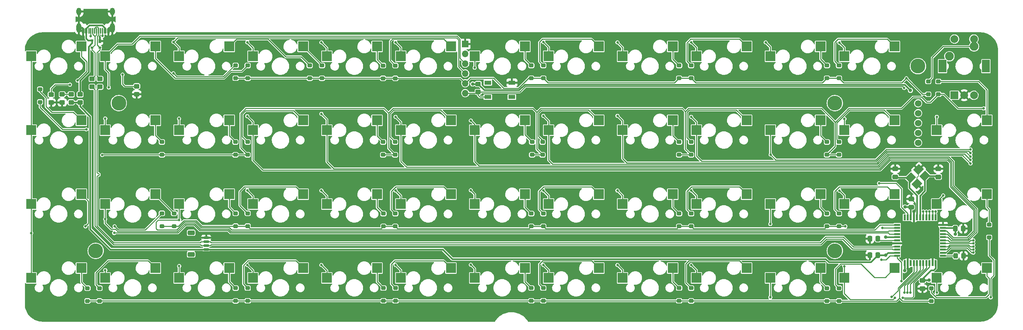
<source format=gbl>
G04 #@! TF.GenerationSoftware,KiCad,Pcbnew,(6.0.1-0)*
G04 #@! TF.CreationDate,2022-06-05T08:42:11-05:00*
G04 #@! TF.ProjectId,pcb,7063622e-6b69-4636-9164-5f7063625858,rev?*
G04 #@! TF.SameCoordinates,Original*
G04 #@! TF.FileFunction,Copper,L2,Bot*
G04 #@! TF.FilePolarity,Positive*
%FSLAX46Y46*%
G04 Gerber Fmt 4.6, Leading zero omitted, Abs format (unit mm)*
G04 Created by KiCad (PCBNEW (6.0.1-0)) date 2022-06-05 08:42:11*
%MOMM*%
%LPD*%
G01*
G04 APERTURE LIST*
G04 Aperture macros list*
%AMRoundRect*
0 Rectangle with rounded corners*
0 $1 Rounding radius*
0 $2 $3 $4 $5 $6 $7 $8 $9 X,Y pos of 4 corners*
0 Add a 4 corners polygon primitive as box body*
4,1,4,$2,$3,$4,$5,$6,$7,$8,$9,$2,$3,0*
0 Add four circle primitives for the rounded corners*
1,1,$1+$1,$2,$3*
1,1,$1+$1,$4,$5*
1,1,$1+$1,$6,$7*
1,1,$1+$1,$8,$9*
0 Add four rect primitives between the rounded corners*
20,1,$1+$1,$2,$3,$4,$5,0*
20,1,$1+$1,$4,$5,$6,$7,0*
20,1,$1+$1,$6,$7,$8,$9,0*
20,1,$1+$1,$8,$9,$2,$3,0*%
%AMRotRect*
0 Rectangle, with rotation*
0 The origin of the aperture is its center*
0 $1 length*
0 $2 width*
0 $3 Rotation angle, in degrees counterclockwise*
0 Add horizontal line*
21,1,$1,$2,0,0,$3*%
G04 Aperture macros list end*
G04 #@! TA.AperFunction,SMDPad,CuDef*
%ADD10R,2.550000X2.500000*%
G04 #@! TD*
G04 #@! TA.AperFunction,ComponentPad*
%ADD11R,2.000000X2.000000*%
G04 #@! TD*
G04 #@! TA.AperFunction,ComponentPad*
%ADD12C,2.000000*%
G04 #@! TD*
G04 #@! TA.AperFunction,ComponentPad*
%ADD13R,2.000000X3.200000*%
G04 #@! TD*
G04 #@! TA.AperFunction,ComponentPad*
%ADD14C,3.800000*%
G04 #@! TD*
G04 #@! TA.AperFunction,ComponentPad*
%ADD15C,2.250000*%
G04 #@! TD*
G04 #@! TA.AperFunction,SMDPad,CuDef*
%ADD16RoundRect,0.250000X-0.475000X0.337500X-0.475000X-0.337500X0.475000X-0.337500X0.475000X0.337500X0*%
G04 #@! TD*
G04 #@! TA.AperFunction,SMDPad,CuDef*
%ADD17RoundRect,0.250000X0.350000X-0.250000X0.350000X0.250000X-0.350000X0.250000X-0.350000X-0.250000X0*%
G04 #@! TD*
G04 #@! TA.AperFunction,ComponentPad*
%ADD18O,1.700000X1.700000*%
G04 #@! TD*
G04 #@! TA.AperFunction,ComponentPad*
%ADD19R,1.700000X1.700000*%
G04 #@! TD*
G04 #@! TA.AperFunction,SMDPad,CuDef*
%ADD20R,1.800000X1.100000*%
G04 #@! TD*
G04 #@! TA.AperFunction,SMDPad,CuDef*
%ADD21R,1.500000X0.500000*%
G04 #@! TD*
G04 #@! TA.AperFunction,SMDPad,CuDef*
%ADD22R,0.500000X1.500000*%
G04 #@! TD*
G04 #@! TA.AperFunction,SMDPad,CuDef*
%ADD23RoundRect,0.250000X0.475000X-0.337500X0.475000X0.337500X-0.475000X0.337500X-0.475000X-0.337500X0*%
G04 #@! TD*
G04 #@! TA.AperFunction,SMDPad,CuDef*
%ADD24RotRect,2.100000X1.800000X45.000000*%
G04 #@! TD*
G04 #@! TA.AperFunction,SMDPad,CuDef*
%ADD25RoundRect,0.249999X0.450001X-0.325001X0.450001X0.325001X-0.450001X0.325001X-0.450001X-0.325001X0*%
G04 #@! TD*
G04 #@! TA.AperFunction,SMDPad,CuDef*
%ADD26RoundRect,0.150000X-0.150000X-0.575000X0.150000X-0.575000X0.150000X0.575000X-0.150000X0.575000X0*%
G04 #@! TD*
G04 #@! TA.AperFunction,SMDPad,CuDef*
%ADD27RoundRect,0.075000X-0.075000X-0.650000X0.075000X-0.650000X0.075000X0.650000X-0.075000X0.650000X0*%
G04 #@! TD*
G04 #@! TA.AperFunction,ComponentPad*
%ADD28O,1.300000X2.400000*%
G04 #@! TD*
G04 #@! TA.AperFunction,ComponentPad*
%ADD29O,1.300000X1.900000*%
G04 #@! TD*
G04 #@! TA.AperFunction,SMDPad,CuDef*
%ADD30RoundRect,0.249999X-0.450001X0.325001X-0.450001X-0.325001X0.450001X-0.325001X0.450001X0.325001X0*%
G04 #@! TD*
G04 #@! TA.AperFunction,SMDPad,CuDef*
%ADD31RoundRect,0.250000X-0.337500X-0.475000X0.337500X-0.475000X0.337500X0.475000X-0.337500X0.475000X0*%
G04 #@! TD*
G04 #@! TA.AperFunction,SMDPad,CuDef*
%ADD32RoundRect,0.250000X0.337500X0.475000X-0.337500X0.475000X-0.337500X-0.475000X0.337500X-0.475000X0*%
G04 #@! TD*
G04 #@! TA.AperFunction,SMDPad,CuDef*
%ADD33RoundRect,0.249999X0.325001X0.450001X-0.325001X0.450001X-0.325001X-0.450001X0.325001X-0.450001X0*%
G04 #@! TD*
G04 #@! TA.AperFunction,SMDPad,CuDef*
%ADD34R,0.700000X1.000000*%
G04 #@! TD*
G04 #@! TA.AperFunction,SMDPad,CuDef*
%ADD35R,0.700000X0.600000*%
G04 #@! TD*
G04 #@! TA.AperFunction,ComponentPad*
%ADD36C,1.700000*%
G04 #@! TD*
G04 #@! TA.AperFunction,SMDPad,CuDef*
%ADD37RoundRect,0.150000X0.625000X-0.150000X0.625000X0.150000X-0.625000X0.150000X-0.625000X-0.150000X0*%
G04 #@! TD*
G04 #@! TA.AperFunction,SMDPad,CuDef*
%ADD38RoundRect,0.250000X0.650000X-0.350000X0.650000X0.350000X-0.650000X0.350000X-0.650000X-0.350000X0*%
G04 #@! TD*
G04 #@! TA.AperFunction,ViaPad*
%ADD39C,0.650000*%
G04 #@! TD*
G04 #@! TA.AperFunction,ViaPad*
%ADD40C,0.900000*%
G04 #@! TD*
G04 #@! TA.AperFunction,Conductor*
%ADD41C,0.250000*%
G04 #@! TD*
G04 #@! TA.AperFunction,Conductor*
%ADD42C,0.400000*%
G04 #@! TD*
G04 #@! TA.AperFunction,Conductor*
%ADD43C,0.200000*%
G04 #@! TD*
G04 APERTURE END LIST*
D10*
X117905225Y-50653950D03*
X130832225Y-48113950D03*
X194105225Y-50653950D03*
X207032225Y-48113950D03*
X175055225Y-50653950D03*
X187982225Y-48113950D03*
X156005225Y-50653950D03*
X168932225Y-48113950D03*
X79805225Y-50653950D03*
X92732225Y-48113950D03*
X213155225Y-50653950D03*
X226082225Y-48113950D03*
X232205225Y-50653950D03*
X245132225Y-48113950D03*
X79805225Y-69703950D03*
X92732225Y-67163950D03*
X98855225Y-69703950D03*
X111782225Y-67163950D03*
X136960399Y-69703950D03*
X149887399Y-67163950D03*
X270305225Y-50653950D03*
X283232225Y-48113950D03*
X156005225Y-69703950D03*
X168932225Y-67163950D03*
X175055225Y-69703950D03*
X187982225Y-67163950D03*
X194105225Y-69703950D03*
X207032225Y-67163950D03*
X98855225Y-107803950D03*
X111782225Y-105263950D03*
X117905225Y-107803950D03*
X130832225Y-105263950D03*
X136955225Y-107803950D03*
X149882225Y-105263950D03*
X156005225Y-107803950D03*
X168932225Y-105263950D03*
X175055225Y-107803950D03*
X187982225Y-105263950D03*
X213155225Y-107803950D03*
X226082225Y-105263950D03*
X232205225Y-107803950D03*
X245132225Y-105263950D03*
X251255225Y-107803950D03*
X264182225Y-105263950D03*
X270305225Y-107803950D03*
X283232225Y-105263950D03*
X194105225Y-107803950D03*
X207032225Y-105263950D03*
X270305225Y-88753950D03*
X283232225Y-86213950D03*
X251255225Y-88753950D03*
X264182225Y-86213950D03*
X213155225Y-88753950D03*
X226082225Y-86213950D03*
X175055225Y-88753950D03*
X187982225Y-86213950D03*
X136955225Y-88753950D03*
X149882225Y-86213950D03*
X79805225Y-88753950D03*
X92732225Y-86213950D03*
X156005225Y-88753950D03*
X168932225Y-86213950D03*
X289355225Y-69703950D03*
X302282225Y-67163950D03*
X117905225Y-88753950D03*
X130832225Y-86213950D03*
X98855225Y-88753950D03*
X111782225Y-86213950D03*
X251255225Y-69703950D03*
X264182225Y-67163950D03*
X232205225Y-69703950D03*
X245132225Y-67163950D03*
X270305225Y-69703950D03*
X283232225Y-67163950D03*
X289355225Y-107803950D03*
X302282225Y-105263950D03*
X289355225Y-88753950D03*
X302282225Y-86213950D03*
X289355225Y-50653950D03*
X302282225Y-48113950D03*
D11*
X317752725Y-60693950D03*
D12*
X322752725Y-60693950D03*
X320252725Y-60693950D03*
D13*
X314652725Y-53193950D03*
X325852725Y-53193950D03*
D12*
X322752725Y-46193950D03*
X317752725Y-46193950D03*
D10*
X98855225Y-50653950D03*
X111782225Y-48113950D03*
X136955225Y-50653950D03*
X149882225Y-48113950D03*
X313167785Y-107804230D03*
X326094785Y-105264230D03*
X313167785Y-69704070D03*
X326094785Y-67164070D03*
X313167785Y-88754150D03*
X326094785Y-86214150D03*
X194105225Y-88753950D03*
X207032225Y-86213950D03*
X232205225Y-88753950D03*
X245132225Y-86213950D03*
X79805225Y-107803950D03*
X92732225Y-105263950D03*
X251255225Y-50653950D03*
X264182225Y-48113950D03*
X117905225Y-69703950D03*
X130832225Y-67163950D03*
X213155225Y-69703950D03*
X226082225Y-67163950D03*
D14*
X286915393Y-62718958D03*
D15*
X316442725Y-50653950D03*
X322792725Y-48113950D03*
D14*
X102368363Y-62718958D03*
X286915393Y-100818990D03*
X96415233Y-100818990D03*
X308346661Y-53193950D03*
D16*
X309490225Y-108456450D03*
X309490225Y-110531450D03*
D17*
X116590225Y-94443950D03*
X116590225Y-91143950D03*
X208890225Y-76043950D03*
X208890225Y-72743950D03*
X170490225Y-76043950D03*
X170490225Y-72743950D03*
X135581415Y-76043950D03*
X135581415Y-72743950D03*
X113490225Y-76043950D03*
X113490225Y-72743950D03*
X284890625Y-56306250D03*
X284890625Y-53006250D03*
X249881415Y-56306250D03*
X249881415Y-53006250D03*
X211781415Y-56306250D03*
X211781415Y-53006250D03*
X208681415Y-56306250D03*
X208681415Y-53006250D03*
X173651789Y-56333377D03*
X173651789Y-53033377D03*
X170476789Y-56333377D03*
X170476789Y-53033377D03*
X154751789Y-56306250D03*
X154751789Y-53006250D03*
X287990625Y-113750000D03*
X287990625Y-110450000D03*
X284890625Y-113750000D03*
X284890625Y-110450000D03*
X249890625Y-113713123D03*
X249890625Y-110413123D03*
X246790625Y-113706250D03*
X246790625Y-110406250D03*
X211783999Y-113706250D03*
X211783999Y-110406250D03*
X208700000Y-113706250D03*
X208700000Y-110406250D03*
X211790625Y-94506250D03*
X211790625Y-91206250D03*
X284890625Y-76043950D03*
X284890625Y-72743950D03*
X208690625Y-94506250D03*
X208690625Y-91206250D03*
X170585999Y-94506250D03*
X170585999Y-91206250D03*
X132490225Y-94443950D03*
X132490225Y-91143950D03*
X287990625Y-76043950D03*
X287990625Y-72743950D03*
X284890625Y-94506250D03*
X284890625Y-91206250D03*
X249890625Y-94506250D03*
X249890625Y-91206250D03*
X246790625Y-94506250D03*
X246790625Y-91206250D03*
X173690625Y-113706250D03*
X173690625Y-110406250D03*
X151576789Y-56306250D03*
X151576789Y-53006250D03*
X211590225Y-76043950D03*
X211590225Y-72743950D03*
D18*
X191665313Y-60143950D03*
X191665313Y-49983950D03*
X191665313Y-55063950D03*
X191665313Y-57603950D03*
X191665313Y-52523950D03*
D19*
X191665313Y-47443950D03*
D17*
X287990625Y-56306250D03*
X287990625Y-53006250D03*
X311790625Y-113750000D03*
X311790625Y-110450000D03*
X313590225Y-60443950D03*
X313590225Y-57143950D03*
X326690225Y-97343950D03*
X326690225Y-94043950D03*
D20*
X203690225Y-57443950D03*
X197490225Y-61143950D03*
X203690225Y-61143950D03*
X197490225Y-57443950D03*
D21*
X302990225Y-102093950D03*
X302990225Y-101293950D03*
X302990225Y-100493950D03*
X302990225Y-99693950D03*
X302990225Y-98893950D03*
X302990225Y-98093950D03*
X302990225Y-97293950D03*
X302990225Y-96493950D03*
X302990225Y-95693950D03*
X302990225Y-94893950D03*
X302990225Y-94093950D03*
D22*
X304890225Y-92193950D03*
X305690225Y-92193950D03*
X306490225Y-92193950D03*
X307290225Y-92193950D03*
X308090225Y-92193950D03*
X308890225Y-92193950D03*
X309690225Y-92193950D03*
X310490225Y-92193950D03*
X311290225Y-92193950D03*
X312090225Y-92193950D03*
X312890225Y-92193950D03*
D21*
X314790225Y-94093950D03*
X314790225Y-94893950D03*
X314790225Y-95693950D03*
X314790225Y-96493950D03*
X314790225Y-97293950D03*
X314790225Y-98093950D03*
X314790225Y-98893950D03*
X314790225Y-99693950D03*
X314790225Y-100493950D03*
X314790225Y-101293950D03*
X314790225Y-102093950D03*
D22*
X312890225Y-103993950D03*
X312090225Y-103993950D03*
X311290225Y-103993950D03*
X310490225Y-103993950D03*
X309690225Y-103993950D03*
X308890225Y-103993950D03*
X308090225Y-103993950D03*
X307290225Y-103993950D03*
X306490225Y-103993950D03*
X305690225Y-103993950D03*
X304890225Y-103993950D03*
D23*
X306590225Y-89531450D03*
X306590225Y-87456450D03*
X313590225Y-81731450D03*
X313590225Y-79656450D03*
X302490225Y-81731450D03*
X302490225Y-79656450D03*
D24*
X306451747Y-81906082D03*
X308502357Y-79855472D03*
X310128703Y-81481818D03*
X308078093Y-83532428D03*
D25*
X92390225Y-62518950D03*
X92390225Y-60468950D03*
D26*
X93165217Y-44091450D03*
X93965217Y-44091450D03*
D27*
X95165217Y-44091450D03*
X96161217Y-44091450D03*
X96665217Y-44091450D03*
X97665217Y-44091450D03*
D26*
X99665217Y-44091450D03*
X98865217Y-44091450D03*
D27*
X98165217Y-44091450D03*
X97165217Y-44091450D03*
X95665217Y-44091450D03*
X94665217Y-44091450D03*
D28*
X100715217Y-43316450D03*
D29*
X100715217Y-39116450D03*
X92115217Y-39116450D03*
D28*
X92115217Y-43316450D03*
D25*
X97490625Y-58518950D03*
X97490625Y-56468950D03*
X84940225Y-62568950D03*
X84940225Y-60518950D03*
D30*
X90090225Y-60468950D03*
X90090225Y-62518950D03*
D25*
X87790225Y-62518950D03*
X87790225Y-60468950D03*
D17*
X135590625Y-113706250D03*
X135590625Y-110406250D03*
X132490625Y-113713123D03*
X132490625Y-110413123D03*
D31*
X317952725Y-95093950D03*
X320027725Y-95093950D03*
D25*
X95490625Y-58518950D03*
X95490625Y-56468950D03*
D32*
X298027725Y-101893950D03*
X295952725Y-101893950D03*
X298027725Y-97693950D03*
X295952725Y-97693950D03*
D33*
X320115225Y-102093950D03*
X318065225Y-102093950D03*
D17*
X82090225Y-62443950D03*
X82090225Y-59143950D03*
X94290225Y-113743950D03*
X94290225Y-110443950D03*
X97390225Y-113743950D03*
X97390225Y-110443950D03*
X170590625Y-113706250D03*
X170590625Y-110406250D03*
X135590225Y-94443950D03*
X135590225Y-91143950D03*
X173650000Y-94506250D03*
X173650000Y-91206250D03*
X287990625Y-94506250D03*
X287990625Y-91206250D03*
X113490225Y-94443950D03*
X113490225Y-91143950D03*
X135581415Y-56306250D03*
X135581415Y-53006250D03*
X310990225Y-60443950D03*
X310990225Y-57143950D03*
X246781415Y-56306250D03*
X246781415Y-53006250D03*
X132490625Y-56299950D03*
X132490625Y-52999950D03*
D25*
X194990225Y-59818950D03*
X194990225Y-57768950D03*
D17*
X249881415Y-76043950D03*
X249881415Y-72743950D03*
X246781415Y-76043950D03*
X246781415Y-72743950D03*
X173590225Y-76043950D03*
X173590225Y-72743950D03*
X132431415Y-76043950D03*
X132431415Y-72743950D03*
D25*
X106990225Y-60418950D03*
X106990225Y-58368950D03*
D34*
X97490625Y-46743950D03*
D35*
X97490625Y-48443950D03*
X95490625Y-48443950D03*
X95490625Y-46543950D03*
D36*
X308390225Y-67843950D03*
X308390225Y-70383950D03*
X308390225Y-72923950D03*
X308390225Y-65303950D03*
X308390225Y-62763950D03*
D37*
X124890225Y-100443950D03*
X124890225Y-99443950D03*
X124890225Y-98443950D03*
X124890225Y-97443950D03*
D38*
X121015225Y-96143950D03*
X121015225Y-101743950D03*
D39*
X116449994Y-55034181D03*
X91735725Y-56893950D03*
X101290225Y-94493950D03*
X93790225Y-94493950D03*
D40*
X299990225Y-97293950D03*
X193590225Y-57793950D03*
X306390225Y-59443950D03*
X317990225Y-96543950D03*
X304990225Y-89493950D03*
X299990225Y-101893950D03*
X304890225Y-105893950D03*
X311190225Y-108393950D03*
D39*
X305352525Y-56306250D03*
X299190225Y-94893950D03*
X93990225Y-69493950D03*
X301540225Y-112693950D03*
X98090225Y-76093950D03*
X325290225Y-64093950D03*
X289640225Y-94493950D03*
X304090225Y-108643950D03*
X327090225Y-112793950D03*
X298940225Y-103093950D03*
X101181185Y-96202990D03*
X79805225Y-96208950D03*
X98890225Y-105793950D03*
X98890225Y-66693950D03*
X99790225Y-58693950D03*
X98855225Y-92628950D03*
X117940225Y-104743950D03*
X117905225Y-66741650D03*
X117940225Y-92843950D03*
X116490625Y-46956250D03*
X135490625Y-47056250D03*
X135490625Y-85256250D03*
X135490625Y-104456250D03*
X135490625Y-66094350D03*
X154590625Y-104456250D03*
X154590625Y-47056250D03*
X154590625Y-85256250D03*
X154590625Y-65493550D03*
X173690625Y-66244350D03*
X173690625Y-85256250D03*
X173690625Y-104456250D03*
X173690625Y-47056250D03*
X322590225Y-98093950D03*
X193099994Y-67203719D03*
X193090225Y-85193950D03*
X194090225Y-53593950D03*
X321890225Y-78293950D03*
X193090225Y-104393950D03*
X211790625Y-104456250D03*
X211790625Y-85256250D03*
X211790625Y-65994350D03*
X211790625Y-46956250D03*
X321890225Y-77393950D03*
X322590225Y-98893950D03*
X230890625Y-85256250D03*
X230890625Y-47056250D03*
X322590225Y-99693950D03*
X230890625Y-65994350D03*
X230890625Y-104456250D03*
X321890225Y-76493950D03*
X321890225Y-75593950D03*
X249890625Y-104456250D03*
X249890625Y-47056250D03*
X249890625Y-85256250D03*
X249890625Y-66243550D03*
X322590225Y-100493950D03*
X321890225Y-74693950D03*
X270369745Y-76014430D03*
X269090625Y-47056250D03*
X322590225Y-101273453D03*
X270290225Y-112793950D03*
X270290225Y-93893950D03*
X289390225Y-104793950D03*
X288094615Y-85286581D03*
X288090625Y-47156250D03*
X289390225Y-66793950D03*
X304440225Y-112893950D03*
X302390225Y-112893950D03*
X103340225Y-55393950D03*
X98190225Y-45393950D03*
X95146515Y-45410167D03*
X89790225Y-57943950D03*
X304790225Y-58793950D03*
X298290225Y-83393950D03*
X313190225Y-66243950D03*
X314840225Y-86543950D03*
X306410725Y-111593950D03*
X313190225Y-111593950D03*
X291490225Y-101893950D03*
X305631222Y-111593950D03*
X304851719Y-111593950D03*
X309710722Y-90693950D03*
X310490225Y-90693950D03*
X311290225Y-90693950D03*
X312090225Y-90693950D03*
X312890225Y-90693950D03*
D41*
X92732225Y-48113950D02*
X92732225Y-50735950D01*
X94090225Y-54539450D02*
X91735725Y-56893950D01*
X129369327Y-55893950D02*
X132263328Y-52999950D01*
X129369327Y-55893950D02*
X117309763Y-55893950D01*
X117309763Y-55893950D02*
X116449994Y-55034181D01*
X92732225Y-50735950D02*
X94090225Y-52093950D01*
X94090225Y-52093950D02*
X94090225Y-54539450D01*
X132263328Y-52999950D02*
X132490625Y-52999950D01*
X131300000Y-54500000D02*
X134087665Y-54500000D01*
X134087665Y-54500000D02*
X135581415Y-53006250D01*
X129526529Y-56273470D02*
X131300000Y-54500000D01*
X118760705Y-56273470D02*
X129526529Y-56273470D01*
X116869745Y-56273470D02*
X111782225Y-51185950D01*
X111782225Y-51185950D02*
X111782225Y-48113950D01*
X118760705Y-56273470D02*
X116869745Y-56273470D01*
X140835770Y-46235770D02*
X145400000Y-50800000D01*
X130832225Y-48113950D02*
X132710405Y-46235770D01*
X132710405Y-46235770D02*
X140835770Y-46235770D01*
X145400000Y-50800000D02*
X149370539Y-50800000D01*
X149370539Y-50800000D02*
X151576789Y-53006250D01*
X154751789Y-52983514D02*
X149882225Y-48113950D01*
X154751789Y-53006250D02*
X154751789Y-52983514D01*
X168932225Y-51488813D02*
X168932225Y-48113950D01*
X170476789Y-53033377D02*
X168932225Y-51488813D01*
X172864230Y-46235770D02*
X172300000Y-46800000D01*
X186104045Y-46235770D02*
X172864230Y-46235770D01*
X172300000Y-46800000D02*
X172300000Y-51681588D01*
X187982225Y-48113950D02*
X186104045Y-46235770D01*
X172300000Y-51681588D02*
X173651789Y-53033377D01*
X207032225Y-48113950D02*
X207032225Y-51357060D01*
X207032225Y-51357060D02*
X208681415Y-53006250D01*
X226082225Y-48113950D02*
X224207704Y-46239429D01*
X224207704Y-46239429D02*
X211544746Y-46239429D01*
X211544746Y-46239429D02*
X210800000Y-46984175D01*
X210800000Y-52024835D02*
X211781415Y-53006250D01*
X210800000Y-46984175D02*
X210800000Y-52024835D01*
X245132225Y-51357060D02*
X246781415Y-53006250D01*
X245132225Y-48113950D02*
X245132225Y-51357060D01*
X248800000Y-47203725D02*
X248800000Y-51924835D01*
X248800000Y-51924835D02*
X249881415Y-53006250D01*
X262307704Y-46239429D02*
X249764296Y-46239429D01*
X249764296Y-46239429D02*
X248800000Y-47203725D01*
X264182225Y-48113950D02*
X262307704Y-46239429D01*
X284890625Y-53006250D02*
X283232225Y-51347850D01*
X283232225Y-51347850D02*
X283232225Y-48113950D01*
X302282225Y-48113950D02*
X300407704Y-46239429D01*
X286890625Y-51906250D02*
X287990625Y-53006250D01*
X300407704Y-46239429D02*
X287707446Y-46239429D01*
X287707446Y-46239429D02*
X286890625Y-47056250D01*
X286890625Y-47056250D02*
X286890625Y-51906250D01*
X83590225Y-63543950D02*
X83590225Y-61293950D01*
X83590225Y-61293950D02*
X82090225Y-59793950D01*
X82090225Y-59793950D02*
X82090225Y-59143950D01*
X85140225Y-65093950D02*
X83590225Y-63543950D01*
X92732225Y-67163950D02*
X90662225Y-65093950D01*
X90662225Y-65093950D02*
X85140225Y-65093950D01*
X111782225Y-71035950D02*
X113490225Y-72743950D01*
X111782225Y-67163950D02*
X111782225Y-71035950D01*
X130832225Y-71144760D02*
X130832225Y-67163950D01*
X132431415Y-72743950D02*
X130832225Y-71144760D01*
X134169745Y-71332280D02*
X135581415Y-72743950D01*
X135026947Y-64693950D02*
X134169745Y-65551152D01*
X134169745Y-65551152D02*
X134169745Y-71332280D01*
X149887399Y-67163950D02*
X147417399Y-64693950D01*
X147417399Y-64693950D02*
X135026947Y-64693950D01*
X170490225Y-72743950D02*
X168932225Y-71185950D01*
X168932225Y-71185950D02*
X168932225Y-67163950D01*
X173247427Y-64473470D02*
X172290225Y-65430672D01*
X185291745Y-64473470D02*
X173247427Y-64473470D01*
X187982225Y-67163950D02*
X185291745Y-64473470D01*
X172290225Y-71443950D02*
X173590225Y-72743950D01*
X172290225Y-65430672D02*
X172290225Y-71443950D01*
X207032225Y-70885950D02*
X208890225Y-72743950D01*
X207032225Y-67163950D02*
X207032225Y-70885950D01*
X211247427Y-64473470D02*
X210490225Y-65230672D01*
X210490225Y-71243950D02*
X211990225Y-72743950D01*
X226082225Y-67163950D02*
X223391745Y-64473470D01*
X210490225Y-65230672D02*
X210490225Y-71243950D01*
X223391745Y-64473470D02*
X211247427Y-64473470D01*
X245132225Y-71094760D02*
X245132225Y-67163950D01*
X246781415Y-72743950D02*
X245132225Y-71094760D01*
X249347427Y-64473470D02*
X248769745Y-65051152D01*
X261491745Y-64473470D02*
X249347427Y-64473470D01*
X248769745Y-65051152D02*
X248769745Y-71632280D01*
X264182225Y-67163950D02*
X261491745Y-64473470D01*
X248769745Y-71632280D02*
X249881415Y-72743950D01*
X283232225Y-71085550D02*
X283232225Y-67163950D01*
X284890625Y-72743950D02*
X283232225Y-71085550D01*
X287390225Y-67793950D02*
X290710705Y-64473470D01*
X287390225Y-72143550D02*
X287390225Y-67793950D01*
X287990625Y-72743950D02*
X287390225Y-72143550D01*
X299591745Y-64473470D02*
X302282225Y-67163950D01*
X290710705Y-64473470D02*
X299591745Y-64473470D01*
X94535705Y-88017430D02*
X94535705Y-93748470D01*
X94535705Y-93748470D02*
X93790225Y-94493950D01*
X109190225Y-95443950D02*
X113490225Y-91143950D01*
X101290225Y-94493950D02*
X102240225Y-95443950D01*
X102240225Y-95443950D02*
X102440225Y-95443950D01*
X92732225Y-86213950D02*
X94535705Y-88017430D01*
X102440225Y-95443950D02*
X109190225Y-95443950D01*
X111782225Y-86213950D02*
X111782225Y-86335950D01*
X111782225Y-86335950D02*
X116590225Y-91143950D01*
X130832225Y-86213950D02*
X130832225Y-89485950D01*
X130832225Y-89485950D02*
X132490225Y-91143950D01*
X133590625Y-85494350D02*
X133590625Y-89144350D01*
X148007704Y-84339429D02*
X134745546Y-84339429D01*
X133590625Y-89144350D02*
X135590225Y-91143950D01*
X149882225Y-86213950D02*
X148007704Y-84339429D01*
X134745546Y-84339429D02*
X133590625Y-85494350D01*
X170585999Y-91206250D02*
X168932225Y-89552476D01*
X168932225Y-89552476D02*
X168932225Y-86213950D01*
X187982225Y-86213950D02*
X186107704Y-84339429D01*
X172600000Y-85527322D02*
X172600000Y-90156250D01*
X186107704Y-84339429D02*
X173787893Y-84339429D01*
X173787893Y-84339429D02*
X172600000Y-85527322D01*
X172600000Y-90156250D02*
X173650000Y-91206250D01*
X207032225Y-89547850D02*
X208690625Y-91206250D01*
X207032225Y-86213950D02*
X207032225Y-89547850D01*
X210700000Y-85527322D02*
X210700000Y-90115625D01*
X224207704Y-84339429D02*
X211887893Y-84339429D01*
X211887893Y-84339429D02*
X210700000Y-85527322D01*
X210700000Y-90115625D02*
X211790625Y-91206250D01*
X226082225Y-86213950D02*
X224207704Y-84339429D01*
X245132225Y-89547850D02*
X246790625Y-91206250D01*
X245132225Y-86213950D02*
X245132225Y-89547850D01*
X264182225Y-86213950D02*
X262307704Y-84339429D01*
X262307704Y-84339429D02*
X249964296Y-84339429D01*
X248800000Y-85503725D02*
X248800000Y-90115625D01*
X248800000Y-90115625D02*
X249890625Y-91206250D01*
X249964296Y-84339429D02*
X248800000Y-85503725D01*
X283232225Y-89547850D02*
X284890625Y-91206250D01*
X283232225Y-86213950D02*
X283232225Y-89547850D01*
X286900000Y-90115625D02*
X287990625Y-91206250D01*
X300407704Y-84339429D02*
X288044746Y-84339429D01*
X288044746Y-84339429D02*
X286900000Y-85484175D01*
X302282225Y-86213950D02*
X300407704Y-84339429D01*
X286900000Y-85484175D02*
X286900000Y-90115625D01*
X92732225Y-105263950D02*
X92732225Y-108885950D01*
X92732225Y-108885950D02*
X94290225Y-110443950D01*
X96490225Y-106493950D02*
X96490225Y-109543950D01*
X99594746Y-103389429D02*
X96490225Y-106493950D01*
X111782225Y-105263950D02*
X109907704Y-103389429D01*
X96490225Y-109543950D02*
X97390225Y-110443950D01*
X109907704Y-103389429D02*
X99594746Y-103389429D01*
X132490625Y-110413123D02*
X130832225Y-108754723D01*
X130832225Y-108754723D02*
X130832225Y-105263950D01*
X134490225Y-104593950D02*
X134490225Y-109305850D01*
X135694746Y-103389429D02*
X134490225Y-104593950D01*
X134490225Y-109305850D02*
X135590625Y-110406250D01*
X148007704Y-103389429D02*
X135694746Y-103389429D01*
X149882225Y-105263950D02*
X148007704Y-103389429D01*
X168932225Y-105263950D02*
X168932225Y-108747850D01*
X168932225Y-108747850D02*
X170590625Y-110406250D01*
X186107704Y-103389429D02*
X173494746Y-103389429D01*
X172590225Y-104293950D02*
X172590225Y-109305850D01*
X187982225Y-105263950D02*
X186107704Y-103389429D01*
X172590225Y-109305850D02*
X173690625Y-110406250D01*
X173494746Y-103389429D02*
X172590225Y-104293950D01*
X207032225Y-108738475D02*
X208700000Y-110406250D01*
X207032225Y-105263950D02*
X207032225Y-108738475D01*
X210740225Y-104243950D02*
X210740225Y-109362476D01*
X226082225Y-105263950D02*
X224207704Y-103389429D01*
X224207704Y-103389429D02*
X211594746Y-103389429D01*
X210740225Y-109362476D02*
X211783999Y-110406250D01*
X211594746Y-103389429D02*
X210740225Y-104243950D01*
X245132225Y-108747850D02*
X246790625Y-110406250D01*
X245132225Y-105263950D02*
X245132225Y-108747850D01*
X249294746Y-103389429D02*
X248490225Y-104193950D01*
X248490225Y-104193950D02*
X248490225Y-109012723D01*
X264182225Y-105263950D02*
X262307704Y-103389429D01*
X248490225Y-109012723D02*
X249890625Y-110413123D01*
X262307704Y-103389429D02*
X249294746Y-103389429D01*
X283232225Y-108791600D02*
X284890625Y-110450000D01*
X283232225Y-105263950D02*
X283232225Y-108791600D01*
X287090225Y-105493950D02*
X288390225Y-104193950D01*
X293690225Y-104193950D02*
X297140225Y-107643950D01*
X299902225Y-107643950D02*
X302282225Y-105263950D01*
X287990625Y-110450000D02*
X287090225Y-109549600D01*
X297140225Y-107643950D02*
X299902225Y-107643950D01*
X287090225Y-109549600D02*
X287090225Y-105493950D01*
X288390225Y-104193950D02*
X293690225Y-104193950D01*
D42*
X92390225Y-62518950D02*
X90090225Y-62518950D01*
X100240225Y-100443950D02*
X94990225Y-95193950D01*
X312890225Y-105293950D02*
X312890225Y-103993950D01*
X304890225Y-105893950D02*
X304890225Y-103993950D01*
X94990225Y-66193950D02*
X92390225Y-63593950D01*
X188381184Y-102934909D02*
X185890225Y-100443950D01*
X309490225Y-108456450D02*
X309490225Y-107993950D01*
X306490225Y-92193950D02*
X306490225Y-89631450D01*
X296182245Y-103739430D02*
X285353787Y-103739430D01*
X124890225Y-100443950D02*
X185890225Y-100443950D01*
X124890225Y-100443950D02*
X100240225Y-100443950D01*
X306390225Y-59443950D02*
X304894745Y-57948470D01*
X317952725Y-96506450D02*
X317990225Y-96543950D01*
X311190225Y-108393950D02*
X309552725Y-108393950D01*
X92390225Y-63593950D02*
X92390225Y-62518950D01*
X284549266Y-102934909D02*
X188381184Y-102934909D01*
X311690225Y-105793950D02*
X312390225Y-105793950D01*
X205569745Y-59364430D02*
X196585705Y-59364430D01*
X285353787Y-103739430D02*
X284549266Y-102934909D01*
X312390225Y-105793950D02*
X312890225Y-105293950D01*
X309490225Y-107993950D02*
X311690225Y-105793950D01*
X193815225Y-57768950D02*
X193790225Y-57793950D01*
X299990225Y-101893950D02*
X298027725Y-101893950D01*
X194990225Y-57768950D02*
X193815225Y-57768950D01*
X300590225Y-101293950D02*
X302990225Y-101293950D01*
X299990225Y-97293950D02*
X302990225Y-97293950D01*
X317952725Y-95093950D02*
X317952725Y-96506450D01*
X206985705Y-57948470D02*
X205569745Y-59364430D01*
X317752725Y-94893950D02*
X317952725Y-95093950D01*
X196585705Y-59364430D02*
X194990225Y-57768950D01*
X298027725Y-101893950D02*
X296182245Y-103739430D01*
X304990225Y-89493950D02*
X306552725Y-89493950D01*
X94990225Y-95193950D02*
X94990225Y-66193950D01*
X299990225Y-101893950D02*
X300590225Y-101293950D01*
X309552725Y-108393950D02*
X309490225Y-108456450D01*
X304894745Y-57948470D02*
X206985705Y-57948470D01*
X314790225Y-94893950D02*
X317752725Y-94893950D01*
X193790225Y-57793950D02*
X193590225Y-57793950D01*
D41*
X298027725Y-97693950D02*
X298427725Y-98093950D01*
X298427725Y-98093950D02*
X302990225Y-98093950D01*
D42*
X306451747Y-81906082D02*
X306140225Y-82217604D01*
X308090225Y-86493950D02*
X308090225Y-92193950D01*
X302490225Y-81731450D02*
X302664857Y-81906082D01*
X306140225Y-84543950D02*
X308090225Y-86493950D01*
X302664857Y-81906082D02*
X306451747Y-81906082D01*
X306140225Y-82217604D02*
X306140225Y-84543950D01*
X313340593Y-81481818D02*
X313590225Y-81731450D01*
X310128703Y-85355472D02*
X308890225Y-86593950D01*
X310128703Y-81481818D02*
X313340593Y-81481818D01*
X308890225Y-86593950D02*
X308890225Y-92193950D01*
X310128703Y-81481818D02*
X310128703Y-85355472D01*
D41*
X207985137Y-56306250D02*
X205381477Y-58909910D01*
X205381477Y-58909910D02*
X201581585Y-58909910D01*
X304164825Y-57493950D02*
X305352525Y-56306250D01*
X289178325Y-57493950D02*
X287990625Y-56306250D01*
X309490225Y-60443950D02*
X305352525Y-56306250D01*
X198977925Y-56306250D02*
X192963013Y-56306250D01*
X302990225Y-94893950D02*
X299170672Y-94893950D01*
X211781415Y-56306250D02*
X208681415Y-56306250D01*
X291790225Y-57493950D02*
X289178325Y-57493950D01*
X201581585Y-58909910D02*
X198977925Y-56306250D01*
X211781415Y-56306250D02*
X211802525Y-56306250D01*
X211802525Y-56306250D02*
X212990225Y-57493950D01*
X173618362Y-56299950D02*
X173651789Y-56333377D01*
X192963013Y-56306250D02*
X191665313Y-57603950D01*
X311090225Y-60443950D02*
X309490225Y-60443950D01*
X299170672Y-94893950D02*
X299190225Y-94893950D01*
X191665313Y-57603950D02*
X190394740Y-56333377D01*
X252390225Y-57493950D02*
X281490225Y-57493950D01*
X190394740Y-56333377D02*
X173651789Y-56333377D01*
X132490625Y-56299950D02*
X173618362Y-56299950D01*
X245593715Y-57493950D02*
X246781415Y-56306250D01*
X283702925Y-57493950D02*
X284890625Y-56306250D01*
X291790225Y-57493950D02*
X304164825Y-57493950D01*
X246781415Y-56306250D02*
X249881415Y-56306250D01*
X251069115Y-57493950D02*
X249881415Y-56306250D01*
X252390225Y-57493950D02*
X251069115Y-57493950D01*
X208681415Y-56306250D02*
X207985137Y-56306250D01*
X281490225Y-57493950D02*
X283702925Y-57493950D01*
X287990625Y-56306250D02*
X284890625Y-56306250D01*
X212990225Y-57493950D02*
X245593715Y-57493950D01*
X170490225Y-64093950D02*
X170690225Y-64093950D01*
X247590225Y-64093950D02*
X247190225Y-64093950D01*
X307290225Y-103993950D02*
X307290225Y-106310340D01*
X171890225Y-65293950D02*
X170690225Y-64093950D01*
X310590225Y-62493950D02*
X311540225Y-62493950D01*
X170490225Y-64093950D02*
X135090225Y-64093950D01*
X303210705Y-110993950D02*
X303210705Y-111023470D01*
X82090225Y-62443950D02*
X82090225Y-63780672D01*
X290553503Y-64093950D02*
X287033023Y-67614430D01*
X248390225Y-74552760D02*
X248390225Y-64893950D01*
X98140225Y-76043950D02*
X98090225Y-76093950D01*
X283190225Y-64093950D02*
X249190225Y-64093950D01*
X309246275Y-61150000D02*
X310590225Y-62493950D01*
X210090225Y-65793950D02*
X210090225Y-74343950D01*
X304090225Y-64093950D02*
X290553503Y-64093950D01*
X210090225Y-65093950D02*
X211090225Y-64093950D01*
X113490225Y-76043950D02*
X135581415Y-76043950D01*
X171890225Y-65293950D02*
X173090225Y-64093950D01*
X171890225Y-74343950D02*
X171890225Y-65293950D01*
X173590225Y-76043950D02*
X171890225Y-74343950D01*
X211090225Y-64093950D02*
X211790225Y-64093950D01*
X303210705Y-111023470D02*
X301540225Y-112693950D01*
X283490225Y-64093950D02*
X283190225Y-64093950D01*
X93990225Y-69493950D02*
X87803503Y-69493950D01*
X313590225Y-60443950D02*
X314993703Y-60443950D01*
X249881415Y-76043950D02*
X246781415Y-76043950D01*
X173090225Y-64093950D02*
X209090225Y-64093950D01*
X318643703Y-64093950D02*
X325290225Y-64093950D01*
X287010705Y-67614430D02*
X283490225Y-64093950D01*
X287990625Y-76043950D02*
X284890625Y-76043950D01*
X211590225Y-76043950D02*
X210090225Y-74543950D01*
X307034175Y-61150000D02*
X309246275Y-61150000D01*
X170490225Y-76043950D02*
X173590225Y-76043950D01*
X284890625Y-76043950D02*
X284890625Y-75993550D01*
X113490225Y-76043950D02*
X98140225Y-76043950D01*
X287010705Y-67614430D02*
X287010705Y-73873470D01*
X248390225Y-64893950D02*
X247590225Y-64093950D01*
X210090225Y-74543950D02*
X210090225Y-74343950D01*
X135090225Y-64093950D02*
X133790225Y-65393950D01*
X210090225Y-65093950D02*
X210090225Y-65793950D01*
X305998420Y-107602145D02*
X303210705Y-110389860D01*
X287033023Y-67614430D02*
X287010705Y-67614430D01*
X303210705Y-110389860D02*
X303210705Y-110993950D01*
X133790225Y-74252760D02*
X135581415Y-76043950D01*
X284890625Y-75993550D02*
X287010705Y-73873470D01*
X211790225Y-64093950D02*
X247190225Y-64093950D01*
X304090225Y-64093950D02*
X307034175Y-61150000D01*
X133790225Y-65393950D02*
X133790225Y-74252760D01*
X249190225Y-64093950D02*
X248390225Y-64893950D01*
X209090225Y-64093950D02*
X210090225Y-65093950D01*
X311540225Y-62493950D02*
X313590225Y-60443950D01*
X208890225Y-76043950D02*
X211590225Y-76043950D01*
X314993703Y-60443950D02*
X318643703Y-64093950D01*
X82090225Y-63780672D02*
X87803503Y-69493950D01*
X307290225Y-106310340D02*
X305998420Y-107602145D01*
X249881415Y-76043950D02*
X248390225Y-74552760D01*
X211790625Y-94506250D02*
X208690625Y-94506250D01*
X246790625Y-94506250D02*
X246232445Y-95064430D01*
X250448805Y-95064430D02*
X249890625Y-94506250D01*
X327090225Y-112793950D02*
X327090225Y-107893950D01*
X122290225Y-92993950D02*
X123740225Y-94443950D01*
X170027819Y-95064430D02*
X136210705Y-95064430D01*
X212348805Y-95064430D02*
X211790625Y-94506250D01*
X302990225Y-102093950D02*
X302990225Y-102693950D01*
X284890625Y-94506250D02*
X284332445Y-95064430D01*
X304090225Y-103793950D02*
X304090225Y-108643950D01*
X117740225Y-94443950D02*
X119190225Y-92993950D01*
X116590225Y-94443950D02*
X113490225Y-94443950D01*
X284332445Y-95064430D02*
X250448805Y-95064430D01*
X302990225Y-102693950D02*
X304090225Y-103793950D01*
X246232445Y-95064430D02*
X212348805Y-95064430D01*
X135590225Y-94443950D02*
X132490225Y-94443950D01*
X289627925Y-94506250D02*
X289640225Y-94493950D01*
X302990225Y-102093950D02*
X301140225Y-102093950D01*
X119190225Y-92993950D02*
X122290225Y-92993950D01*
X173650000Y-94506250D02*
X174208180Y-95064430D01*
X327090225Y-107893950D02*
X327890225Y-107093950D01*
X298940225Y-103093950D02*
X300140225Y-103093950D01*
X170585999Y-94506250D02*
X170027819Y-95064430D01*
X136210705Y-95064430D02*
X135590225Y-94443950D01*
X284890625Y-94506250D02*
X287990625Y-94506250D01*
X287990625Y-94506250D02*
X289627925Y-94506250D01*
X116590225Y-94443950D02*
X117740225Y-94443950D01*
X249890625Y-94506250D02*
X246790625Y-94506250D01*
X327890225Y-107093950D02*
X327890225Y-103193950D01*
X327890225Y-103193950D02*
X326690225Y-101993950D01*
X301140225Y-102093950D02*
X300140225Y-103093950D01*
X170585999Y-94506250D02*
X173650000Y-94506250D01*
X123740225Y-94443950D02*
X132490225Y-94443950D01*
X326690225Y-101993950D02*
X326690225Y-97343950D01*
X208132445Y-95064430D02*
X208690625Y-94506250D01*
X174208180Y-95064430D02*
X208132445Y-95064430D01*
X308090225Y-103993950D02*
X308090225Y-106047062D01*
X303590225Y-113006050D02*
X302846275Y-113750000D01*
X135590625Y-113706250D02*
X173690625Y-113706250D01*
X135583752Y-113713123D02*
X135590625Y-113706250D01*
X303590225Y-110547062D02*
X303590225Y-113006050D01*
X304334175Y-113750000D02*
X304434175Y-113750000D01*
X303590225Y-113006050D02*
X304334175Y-113750000D01*
X308090225Y-106047062D02*
X303590225Y-110547062D01*
X287990625Y-113750000D02*
X302846275Y-113750000D01*
X132490625Y-113713123D02*
X135583752Y-113713123D01*
X304434175Y-113750000D02*
X311790625Y-113750000D01*
X249890625Y-113713123D02*
X287953748Y-113713123D01*
X173690625Y-113706250D02*
X211783999Y-113706250D01*
X211783999Y-113706250D02*
X249883752Y-113706250D01*
X249883752Y-113706250D02*
X249890625Y-113713123D01*
X287953748Y-113713123D02*
X287990625Y-113750000D01*
X132490625Y-113713123D02*
X94321052Y-113713123D01*
X94321052Y-113713123D02*
X94290225Y-113743950D01*
X284793779Y-97743950D02*
X288886671Y-97743950D01*
X301715224Y-100343950D02*
X301865224Y-100493950D01*
X123640225Y-99443950D02*
X124890225Y-99443950D01*
X96240625Y-94381072D02*
X101053503Y-99193950D01*
X125940225Y-99443950D02*
X126190225Y-99193950D01*
X124890225Y-99443950D02*
X125940225Y-99443950D01*
X95490625Y-58518950D02*
X96240625Y-59268950D01*
X96240625Y-59268950D02*
X96240625Y-94381072D01*
X283343779Y-99193950D02*
X284793779Y-97743950D01*
X126190225Y-99193950D02*
X283343779Y-99193950D01*
X123390225Y-99193950D02*
X123640225Y-99443950D01*
X101053503Y-99193950D02*
X123390225Y-99193950D01*
X301865224Y-100493950D02*
X302990225Y-100493950D01*
X288886671Y-97743950D02*
X291486671Y-100343950D01*
X291486671Y-100343950D02*
X301715224Y-100343950D01*
X123290225Y-98693950D02*
X123540225Y-98443950D01*
X96740625Y-81743550D02*
X96740625Y-81793550D01*
X283136671Y-98693950D02*
X284586671Y-97243950D01*
X126190225Y-98693950D02*
X283136671Y-98693950D01*
X97490625Y-58518950D02*
X96740625Y-59268950D01*
X123540225Y-98443950D02*
X124890225Y-98443950D01*
X124890225Y-98443950D02*
X125940225Y-98443950D01*
X291693779Y-99843950D02*
X301715224Y-99843950D01*
X301865224Y-99693950D02*
X302990225Y-99693950D01*
X301715224Y-99843950D02*
X301865224Y-99693950D01*
X289093779Y-97243950D02*
X291693779Y-99843950D01*
X97040625Y-80843550D02*
X97062458Y-80843550D01*
X96740625Y-59268950D02*
X96740625Y-80543550D01*
X97062458Y-81443550D02*
X97040625Y-81443550D01*
X125940225Y-98443950D02*
X126190225Y-98693950D01*
X96740625Y-94344350D02*
X101090225Y-98693950D01*
X96740625Y-81793550D02*
X96740625Y-94344350D01*
X101090225Y-98693950D02*
X123290225Y-98693950D01*
X284586671Y-97243950D02*
X289093779Y-97243950D01*
X97362458Y-81143550D02*
G75*
G03*
X97062458Y-80843550I-300000J0D01*
G01*
X97040625Y-80843550D02*
G75*
G02*
X96740625Y-80543550I0J300000D01*
G01*
X96740625Y-81743550D02*
G75*
G02*
X97040625Y-81443550I300000J0D01*
G01*
X97062458Y-81443550D02*
G75*
G03*
X97362458Y-81143550I0J300000D01*
G01*
X101181185Y-96202990D02*
X117591351Y-96202990D01*
X121818619Y-94132510D02*
X123268619Y-95582510D01*
X79805225Y-96508950D02*
X79805225Y-107803950D01*
X79805225Y-96208950D02*
X79805225Y-96508950D01*
X131125821Y-96202990D02*
X300699265Y-96202990D01*
X123268619Y-95582510D02*
X130505341Y-95582510D01*
X300990225Y-96493950D02*
X302990225Y-96493950D01*
X79805225Y-62641650D02*
X79805225Y-69703950D01*
X79805225Y-69703950D02*
X79805225Y-79041650D01*
X79805225Y-79041650D02*
X79805225Y-88753950D01*
X119661831Y-94132510D02*
X121818619Y-94132510D01*
X117591351Y-96202990D02*
X119661831Y-94132510D01*
X79805225Y-88753950D02*
X79805225Y-96208950D01*
X300699265Y-96202990D02*
X300990225Y-96493950D01*
X130505341Y-95582510D02*
X131125821Y-96202990D01*
X79805225Y-50653950D02*
X79805225Y-62641650D01*
X130662543Y-95202990D02*
X123425821Y-95202990D01*
X302990225Y-95693950D02*
X300790225Y-95693950D01*
X98855225Y-93717990D02*
X98855225Y-92628950D01*
X99790225Y-54893950D02*
X99790225Y-58693950D01*
X98855225Y-53958950D02*
X99790225Y-54893950D01*
X102083023Y-95823470D02*
X101533023Y-95273470D01*
X189511105Y-45476730D02*
X107807445Y-45476730D01*
X102015225Y-47493950D02*
X98855225Y-50653950D01*
X300790225Y-95693950D02*
X300660705Y-95823470D01*
X100410705Y-95273470D02*
X98855225Y-93717990D01*
X121975821Y-93752990D02*
X119504629Y-93752990D01*
X98855225Y-69703950D02*
X98855225Y-66728950D01*
X98855225Y-66728950D02*
X98890225Y-66693950D01*
X98855225Y-107803950D02*
X98855225Y-105828950D01*
X123425821Y-95202990D02*
X121975821Y-93752990D01*
X117434149Y-95823470D02*
X102083023Y-95823470D01*
X300660705Y-95823470D02*
X131283023Y-95823470D01*
X131283023Y-95823470D02*
X130662543Y-95202990D01*
X107807445Y-45476730D02*
X105790225Y-47493950D01*
X98855225Y-50653950D02*
X98855225Y-53958950D01*
X119504629Y-93752990D02*
X117434149Y-95823470D01*
X190290225Y-51148862D02*
X190290225Y-46255850D01*
X98855225Y-105828950D02*
X98890225Y-105793950D01*
X98855225Y-92628950D02*
X98855225Y-88753950D01*
X105790225Y-47493950D02*
X102015225Y-47493950D01*
X190290225Y-46255850D02*
X189511105Y-45476730D01*
X101533023Y-95273470D02*
X100410705Y-95273470D01*
X191665313Y-52523950D02*
X190290225Y-51148862D01*
X117905225Y-92808950D02*
X117940225Y-92843950D01*
X117590625Y-45856250D02*
X189353903Y-45856250D01*
X189353903Y-45856250D02*
X189910705Y-46413052D01*
X117276947Y-95443950D02*
X119347427Y-93373470D01*
X189910705Y-46413052D02*
X189910705Y-53309342D01*
X111990225Y-95093950D02*
X112340225Y-95443950D01*
X117905225Y-48370850D02*
X116490625Y-46956250D01*
X298590225Y-94093950D02*
X302990225Y-94093950D01*
X117905225Y-50653950D02*
X117905225Y-48370850D01*
X117905225Y-104778950D02*
X117940225Y-104743950D01*
X123583023Y-94823470D02*
X130819745Y-94823470D01*
X112340225Y-95443950D02*
X117276947Y-95443950D01*
X189910705Y-53309342D02*
X191665313Y-55063950D01*
X117905225Y-107803950D02*
X117905225Y-104778950D01*
X131440225Y-95443950D02*
X297240225Y-95443950D01*
X297240225Y-95443950D02*
X298590225Y-94093950D01*
X119347427Y-93373470D02*
X122133023Y-93373470D01*
X117905225Y-69703950D02*
X117905225Y-66741650D01*
X117905225Y-88753950D02*
X117905225Y-92808950D01*
X116490625Y-46956250D02*
X117590625Y-45856250D01*
X111990225Y-93393950D02*
X111990225Y-95093950D01*
X122133023Y-93373470D02*
X123583023Y-94823470D01*
X117940225Y-92843950D02*
X112540225Y-92843950D01*
X112540225Y-92843950D02*
X111990225Y-93393950D01*
X130819745Y-94823470D02*
X131440225Y-95443950D01*
X135490625Y-104456250D02*
X136955225Y-105920850D01*
X136955225Y-105920850D02*
X136955225Y-107803950D01*
X136955225Y-50653950D02*
X136955225Y-48520850D01*
X139510705Y-80014430D02*
X136960399Y-77464124D01*
X314790225Y-95693950D02*
X315665507Y-95693950D01*
X317347427Y-97375870D02*
X320998139Y-97375870D01*
X136955225Y-48520850D02*
X135490625Y-47056250D01*
X320998139Y-97375870D02*
X322690225Y-95683784D01*
X136960399Y-77464124D02*
X136960399Y-69703950D01*
X135490625Y-85256250D02*
X136955225Y-86720850D01*
X316690225Y-78130672D02*
X315903503Y-77343950D01*
X136960399Y-67564124D02*
X135490625Y-66094350D01*
X315903503Y-77343950D02*
X301240225Y-77343950D01*
X315665507Y-95693950D02*
X317347427Y-97375870D01*
X316690225Y-84293950D02*
X316690225Y-78130672D01*
X301240225Y-77343950D02*
X298569745Y-80014430D01*
X136955225Y-86720850D02*
X136955225Y-88753950D01*
X298569745Y-80014430D02*
X139510705Y-80014430D01*
X136960399Y-69703950D02*
X136960399Y-67564124D01*
X322690225Y-95683784D02*
X322690225Y-90293950D01*
X322690225Y-90293950D02*
X316690225Y-84293950D01*
X317069745Y-77973470D02*
X316060705Y-76964430D01*
X298412543Y-79634910D02*
X157790225Y-79634910D01*
X323069745Y-95840986D02*
X323069745Y-90136748D01*
X156005225Y-66908150D02*
X154590625Y-65493550D01*
X314790225Y-96493950D02*
X315928785Y-96493950D01*
X301083023Y-76964430D02*
X298412543Y-79634910D01*
X315928785Y-96493950D02*
X317190225Y-97755390D01*
X156005225Y-105870850D02*
X156005225Y-107803950D01*
X323069745Y-90136748D02*
X317069745Y-84136748D01*
X156005225Y-69703950D02*
X156005225Y-66908150D01*
X154590625Y-104456250D02*
X156005225Y-105870850D01*
X156005225Y-50653950D02*
X156005225Y-48470850D01*
X156005225Y-88753950D02*
X156005225Y-86670850D01*
X317069745Y-84136748D02*
X317069745Y-77973470D01*
X317190225Y-97755390D02*
X321155341Y-97755390D01*
X156005225Y-86670850D02*
X154590625Y-85256250D01*
X156005225Y-77849910D02*
X156005225Y-69703950D01*
X157790225Y-79634910D02*
X156005225Y-77849910D01*
X316060705Y-76964430D02*
X301083023Y-76964430D01*
X321155341Y-97755390D02*
X323069745Y-95840986D01*
X156005225Y-48470850D02*
X154590625Y-47056250D01*
X321312543Y-98134910D02*
X323449265Y-95998188D01*
X175055225Y-77758950D02*
X175055225Y-69703950D01*
X317449265Y-83979546D02*
X317449265Y-77752990D01*
X175055225Y-105820850D02*
X175055225Y-107803950D01*
X300925821Y-76584910D02*
X298255341Y-79255390D01*
X173690625Y-104456250D02*
X175055225Y-105820850D01*
X316281185Y-76584910D02*
X300925821Y-76584910D01*
X175055225Y-88753950D02*
X175055225Y-86620850D01*
X316049265Y-97293950D02*
X316890225Y-98134910D01*
X176551665Y-79255390D02*
X175055225Y-77758950D01*
X175055225Y-69703950D02*
X175055225Y-67608950D01*
X175055225Y-48420850D02*
X175055225Y-50653950D01*
X298255341Y-79255390D02*
X176551665Y-79255390D01*
X323449265Y-95998188D02*
X323449265Y-89979546D01*
X314790225Y-97293950D02*
X316049265Y-97293950D01*
X175055225Y-67608950D02*
X173690625Y-66244350D01*
X175055225Y-86620850D02*
X173690625Y-85256250D01*
X323449265Y-89979546D02*
X317449265Y-83979546D01*
X317449265Y-77752990D02*
X316281185Y-76584910D01*
X316890225Y-98134910D02*
X321312543Y-98134910D01*
X173690625Y-47056250D02*
X175055225Y-48420850D01*
X316490225Y-98514430D02*
X321469745Y-98514430D01*
X195190225Y-78875870D02*
X194105225Y-77790870D01*
X194105225Y-105705225D02*
X194105225Y-107803950D01*
X314790225Y-98093950D02*
X316069745Y-98093950D01*
X321890225Y-98093950D02*
X322590225Y-98093950D01*
X319790225Y-76193950D02*
X321890225Y-78293950D01*
X316790225Y-76193950D02*
X319790225Y-76193950D01*
X194105225Y-69703950D02*
X194105225Y-68208950D01*
X300780059Y-76193950D02*
X298098139Y-78875870D01*
X194105225Y-68208950D02*
X193099994Y-67203719D01*
X316790225Y-76193950D02*
X300780059Y-76193950D01*
X298098139Y-78875870D02*
X195190225Y-78875870D01*
X194105225Y-77790870D02*
X194105225Y-69703950D01*
X194105225Y-86208950D02*
X193090225Y-85193950D01*
X316069745Y-98093950D02*
X316490225Y-98514430D01*
X321469745Y-98514430D02*
X321890225Y-98093950D01*
X194105225Y-105408950D02*
X193090225Y-104393950D01*
X194105225Y-50653950D02*
X194105225Y-53578950D01*
X194105225Y-53578950D02*
X194090225Y-53593950D01*
X194105225Y-88753950D02*
X194105225Y-86208950D01*
X194105225Y-105705225D02*
X194105225Y-105408950D01*
X317310705Y-75814430D02*
X320310705Y-75814430D01*
X213155225Y-69703950D02*
X213155225Y-67358950D01*
X317310705Y-75814430D02*
X315257593Y-75814430D01*
X213155225Y-50653950D02*
X213155225Y-48320850D01*
X213155225Y-48320850D02*
X211790625Y-46956250D01*
X213155225Y-67358950D02*
X211790625Y-65994350D01*
X211790625Y-104456250D02*
X213155225Y-105820850D01*
X314790225Y-98893950D02*
X322590225Y-98893950D01*
X213155225Y-88753950D02*
X213155225Y-86620850D01*
X214192625Y-78496350D02*
X213155225Y-77458950D01*
X297940937Y-78496350D02*
X214192625Y-78496350D01*
X213155225Y-86620850D02*
X211790625Y-85256250D01*
X213155225Y-105820850D02*
X213155225Y-107803950D01*
X213155225Y-77458950D02*
X213155225Y-69703950D01*
X312890225Y-75814430D02*
X315257593Y-75814430D01*
X300622857Y-75814430D02*
X297940937Y-78496350D01*
X312890225Y-75814430D02*
X300622857Y-75814430D01*
X320310705Y-75814430D02*
X321890225Y-77393950D01*
X232205225Y-105770850D02*
X232205225Y-107803950D01*
X321369745Y-99273470D02*
X321790225Y-99693950D01*
X320831185Y-75434910D02*
X321890225Y-76493950D01*
X317750738Y-75434910D02*
X320831185Y-75434910D01*
X316069745Y-99693950D02*
X316490225Y-99273470D01*
X300465655Y-75434910D02*
X297806615Y-78093950D01*
X316490225Y-99273470D02*
X321369745Y-99273470D01*
X232205225Y-77008950D02*
X232205225Y-69703950D01*
X232205225Y-86570850D02*
X230890625Y-85256250D01*
X232205225Y-88753950D02*
X232205225Y-86570850D01*
X314790225Y-99693950D02*
X316069745Y-99693950D01*
X232205225Y-48370850D02*
X232205225Y-50653950D01*
X233290225Y-78093950D02*
X232205225Y-77008950D01*
X321790225Y-99693950D02*
X322590225Y-99693950D01*
X232205225Y-69703950D02*
X232205225Y-67308950D01*
X230890625Y-47056250D02*
X232205225Y-48370850D01*
X232205225Y-67308950D02*
X230890625Y-65994350D01*
X297806615Y-78093950D02*
X233290225Y-78093950D01*
X317750738Y-75434910D02*
X300465655Y-75434910D01*
X230890625Y-104456250D02*
X232205225Y-105770850D01*
X297649413Y-77714430D02*
X252610705Y-77714430D01*
X318251665Y-75055390D02*
X317928785Y-75055390D01*
X321990225Y-100493950D02*
X322590225Y-100493950D01*
X249890625Y-104456250D02*
X251255225Y-105820850D01*
X251255225Y-88753950D02*
X251255225Y-86620850D01*
X312575821Y-75055390D02*
X317928785Y-75055390D01*
X252610705Y-77714430D02*
X251255225Y-76358950D01*
X249890625Y-47056250D02*
X251255225Y-48420850D01*
X251255225Y-86620850D02*
X249890625Y-85256250D01*
X312575821Y-75055390D02*
X300308453Y-75055390D01*
X315806467Y-100493950D02*
X316647427Y-99652990D01*
X251255225Y-105820850D02*
X251255225Y-107803950D01*
X321149265Y-99652990D02*
X321990225Y-100493950D01*
X251255225Y-48420850D02*
X251255225Y-50653950D01*
X314790225Y-100493950D02*
X315806467Y-100493950D01*
X251255225Y-76358950D02*
X251255225Y-69703950D01*
X316647427Y-99652990D02*
X321149265Y-99652990D01*
X251255225Y-69703950D02*
X251255225Y-67608150D01*
X251255225Y-67608150D02*
X249890625Y-66243550D01*
X318251665Y-75055390D02*
X321351665Y-75055390D01*
X300308453Y-75055390D02*
X297649413Y-77714430D01*
X321351665Y-75055390D02*
X321890225Y-75593950D01*
X322169728Y-101273453D02*
X320928785Y-100032510D01*
X270369745Y-76014430D02*
X271690225Y-77334910D01*
X270305225Y-69703950D02*
X270305225Y-75949910D01*
X269090625Y-47056250D02*
X270305225Y-48270850D01*
X322590225Y-101273453D02*
X322169728Y-101273453D01*
X271690225Y-77334910D02*
X297492211Y-77334910D01*
X316804629Y-100032510D02*
X315543189Y-101293950D01*
X270305225Y-48270850D02*
X270305225Y-50653950D01*
X297492211Y-77334910D02*
X300151251Y-74675870D01*
X320928785Y-100032510D02*
X316804629Y-100032510D01*
X270305225Y-75949910D02*
X270369745Y-76014430D01*
X321872145Y-74675870D02*
X321890225Y-74693950D01*
X270305225Y-93878950D02*
X270290225Y-93893950D01*
X270305225Y-110579750D02*
X270305225Y-112778950D01*
X270305225Y-112778950D02*
X270290225Y-112793950D01*
X300151251Y-74675870D02*
X321872145Y-74675870D01*
X315543189Y-101293950D02*
X314790225Y-101293950D01*
X270305225Y-107803950D02*
X270305225Y-110579750D01*
X270305225Y-88753950D02*
X270305225Y-93878950D01*
X288090625Y-47156250D02*
X289355225Y-48420850D01*
X304440225Y-112893950D02*
X306840225Y-112893950D01*
X301913695Y-113370480D02*
X290866755Y-113370480D01*
X290866755Y-113370480D02*
X289355225Y-111858950D01*
X289355225Y-111858950D02*
X289355225Y-107803950D01*
X289355225Y-48420850D02*
X289355225Y-50653950D01*
X289355225Y-86520850D02*
X288090625Y-85256250D01*
X289355225Y-104828950D02*
X289390225Y-104793950D01*
X289355225Y-88753950D02*
X289355225Y-86520850D01*
X311290225Y-104993950D02*
X311290225Y-103993950D01*
X306840225Y-112893950D02*
X307240225Y-112493950D01*
X289355225Y-66828950D02*
X289355225Y-69703950D01*
X302390225Y-112893950D02*
X301913695Y-113370480D01*
X289355225Y-107803950D02*
X289355225Y-104828950D01*
X307240225Y-109043950D02*
X311290225Y-104993950D01*
X307240225Y-112493950D02*
X307240225Y-109043950D01*
X289390225Y-66793950D02*
X289355225Y-66828950D01*
X314790225Y-102093950D02*
X318065225Y-102093950D01*
D42*
X93965217Y-43494373D02*
X94802180Y-42657410D01*
X92390225Y-56893950D02*
X94600000Y-54684175D01*
X92390225Y-60468950D02*
X92390225Y-56893950D01*
X93965217Y-43541450D02*
X93965217Y-43494373D01*
X95490625Y-46543950D02*
X94440225Y-46543950D01*
X95490625Y-47262510D02*
X95490625Y-46703135D01*
X94600000Y-54684175D02*
X94600000Y-48153135D01*
X98101838Y-42657410D02*
X98865217Y-43420789D01*
X94600000Y-48153135D02*
X95490625Y-47262510D01*
X93965217Y-46068942D02*
X93965217Y-43541450D01*
X98865217Y-43420789D02*
X98865217Y-43541450D01*
X94802180Y-42657410D02*
X98101838Y-42657410D01*
X94440225Y-46543950D02*
X93965217Y-46068942D01*
D41*
X103940225Y-58368950D02*
X103340225Y-57768950D01*
X103340225Y-55393950D02*
X103340225Y-57768950D01*
X106990225Y-58368950D02*
X103940225Y-58368950D01*
X98165217Y-45368942D02*
X98190225Y-45393950D01*
X98165217Y-43541450D02*
X98165217Y-45368942D01*
X84940225Y-58993950D02*
X85990225Y-57943950D01*
X85990225Y-57943950D02*
X89790225Y-57943950D01*
X95165217Y-45391465D02*
X95146515Y-45410167D01*
X84940225Y-60518950D02*
X84940225Y-58993950D01*
X95165217Y-43541450D02*
X95165217Y-45391465D01*
X195440225Y-61143950D02*
X194990225Y-60693950D01*
X300290225Y-83393950D02*
X298290225Y-83393950D01*
X197490225Y-61143950D02*
X195440225Y-61143950D01*
X205758013Y-59818950D02*
X207173973Y-58402990D01*
X305690225Y-91193950D02*
X304090225Y-89593950D01*
X207173973Y-58402990D02*
X304399265Y-58402990D01*
X302690225Y-83393950D02*
X300290225Y-83393950D01*
X191665313Y-60143950D02*
X194665225Y-60143950D01*
X304090225Y-84793950D02*
X302690225Y-83393950D01*
X194990225Y-59818950D02*
X205758013Y-59818950D01*
X305690225Y-92193950D02*
X305690225Y-91193950D01*
X194665225Y-60143950D02*
X194990225Y-59818950D01*
X304090225Y-89593950D02*
X304090225Y-84793950D01*
X304399265Y-58402990D02*
X304790225Y-58793950D01*
X194990225Y-60693950D02*
X194990225Y-59818950D01*
X311790625Y-111594350D02*
X311790625Y-110450000D01*
X326710705Y-111973470D02*
X325840225Y-112843950D01*
X325840225Y-112843950D02*
X313040225Y-112843950D01*
X326094785Y-105264230D02*
X326094785Y-107278030D01*
X326710705Y-107893950D02*
X326710705Y-111973470D01*
X313040225Y-112843950D02*
X311790625Y-111594350D01*
X326094785Y-107278030D02*
X326710705Y-107893950D01*
X313190225Y-111593950D02*
X313167785Y-111571510D01*
X313167785Y-88216390D02*
X314840225Y-86543950D01*
X310490225Y-105257228D02*
X310490225Y-103993950D01*
X313167785Y-69704070D02*
X313167785Y-66266390D01*
X313167785Y-66266390D02*
X313190225Y-66243950D01*
X306410725Y-111593950D02*
X306410725Y-109336728D01*
X306410725Y-109336728D02*
X310490225Y-105257228D01*
X313167785Y-111571510D02*
X313167785Y-107804230D01*
X313167785Y-88754150D02*
X313167785Y-88216390D01*
X307635705Y-90593950D02*
X307635705Y-88501930D01*
D43*
X308502357Y-81488210D02*
X308502357Y-79855472D01*
X308078093Y-83532428D02*
X308078093Y-81912474D01*
D41*
X307290225Y-90939430D02*
X307635705Y-90593950D01*
X295952725Y-101893950D02*
X291490225Y-101893950D01*
D43*
X308078093Y-81912474D02*
X308502357Y-81488210D01*
D41*
X307635705Y-88501930D02*
X306590225Y-87456450D01*
X307290225Y-92193950D02*
X307290225Y-90939430D01*
X87790225Y-60468950D02*
X90090225Y-60468950D01*
X95490625Y-48443950D02*
X95490625Y-48968951D01*
X95665217Y-43541450D02*
X95665217Y-44968942D01*
X96240625Y-55718950D02*
X95490625Y-56468950D01*
X96190625Y-45494350D02*
X96190625Y-47743950D01*
X95490625Y-48968951D02*
X96240625Y-49718951D01*
X96190625Y-47743950D02*
X95490625Y-48443950D01*
X96665217Y-45019758D02*
X96190625Y-45494350D01*
X95665217Y-44968942D02*
X96190625Y-45494350D01*
X96665217Y-43541450D02*
X96665217Y-45019758D01*
X96240625Y-49718951D02*
X96240625Y-55718950D01*
X97490625Y-48968951D02*
X96740625Y-49718951D01*
X96453726Y-43111930D02*
X96876708Y-43111930D01*
X97490625Y-48443950D02*
X97490625Y-48394350D01*
X96161217Y-43404439D02*
X96453726Y-43111930D01*
X96185825Y-43541450D02*
X96185825Y-43404439D01*
X96790225Y-47693950D02*
X96790225Y-45493950D01*
X96876708Y-43111930D02*
X97165217Y-43400439D01*
X97490625Y-48394350D02*
X96790225Y-47693950D01*
X96790225Y-45493950D02*
X97165217Y-45118958D01*
X96740625Y-55718950D02*
X97490625Y-56468950D01*
X96740625Y-49718951D02*
X96740625Y-55718950D01*
X97165217Y-43400439D02*
X97165217Y-43541450D01*
X97490625Y-48443950D02*
X97490625Y-48968951D01*
X97165217Y-45118958D02*
X97165217Y-43541450D01*
X96161217Y-43541450D02*
X96161217Y-43404439D01*
X309690225Y-103993950D02*
X309690225Y-105520506D01*
X309690225Y-105520506D02*
X308603503Y-106607228D01*
X305631222Y-109579509D02*
X305631222Y-111593950D01*
X308603503Y-106607228D02*
X305631222Y-109579509D01*
X304851719Y-109822290D02*
X308890225Y-105783784D01*
X308890225Y-105783784D02*
X308890225Y-103993950D01*
X304851719Y-111593950D02*
X304851719Y-109822290D01*
X322792725Y-48113950D02*
X314870225Y-48113950D01*
X311990225Y-50993950D02*
X311990225Y-56143950D01*
X311990225Y-56143950D02*
X310990225Y-57143950D01*
X314870225Y-48113950D02*
X311990225Y-50993950D01*
X326094785Y-59298510D02*
X323940225Y-57143950D01*
X326094785Y-67164070D02*
X326094785Y-59298510D01*
X313590225Y-57143950D02*
X323940225Y-57143950D01*
X326094785Y-89498510D02*
X326540225Y-89943950D01*
X326094785Y-86214150D02*
X326094785Y-89498510D01*
X326690225Y-90093950D02*
X326540225Y-89943950D01*
X326690225Y-94043950D02*
X326690225Y-90093950D01*
X309690225Y-90714447D02*
X309710722Y-90693950D01*
X309690225Y-92193950D02*
X309690225Y-90714447D01*
X310490225Y-92193950D02*
X310490225Y-90693950D01*
X311290225Y-92193950D02*
X311290225Y-90693950D01*
X312090225Y-92193950D02*
X312090225Y-90693950D01*
X312890225Y-92193950D02*
X312890225Y-90693950D01*
G04 #@! TA.AperFunction,Conductor*
G36*
X99494902Y-38409853D02*
G01*
X99553004Y-38429032D01*
X99588736Y-38478700D01*
X99588986Y-38538209D01*
X99579017Y-38570315D01*
X99577135Y-38579168D01*
X99557559Y-38744574D01*
X99557217Y-38750370D01*
X99557217Y-38846770D01*
X99561339Y-38859455D01*
X99565460Y-38862450D01*
X100870217Y-38862450D01*
X100928408Y-38881357D01*
X100964372Y-38930857D01*
X100969217Y-38961450D01*
X100969217Y-40532179D01*
X100973339Y-40544864D01*
X100973943Y-40545303D01*
X100981091Y-40545819D01*
X101011741Y-40540552D01*
X101020468Y-40538214D01*
X101211626Y-40467692D01*
X101219788Y-40463799D01*
X101394881Y-40359629D01*
X101402206Y-40354308D01*
X101408776Y-40348546D01*
X101464993Y-40324394D01*
X101524670Y-40337899D01*
X101565011Y-40383901D01*
X101573050Y-40422979D01*
X101573050Y-41758847D01*
X101554143Y-41817038D01*
X101504643Y-41853002D01*
X101443457Y-41853002D01*
X101421222Y-41842574D01*
X101247027Y-41732665D01*
X101238974Y-41728562D01*
X101049728Y-41653061D01*
X101041070Y-41650496D01*
X100984596Y-41639262D01*
X100971351Y-41640830D01*
X100971316Y-41640862D01*
X100969217Y-41648906D01*
X100969217Y-44982179D01*
X100973339Y-44994864D01*
X100973943Y-44995303D01*
X100981091Y-44995819D01*
X101011741Y-44990552D01*
X101020468Y-44988214D01*
X101211626Y-44917692D01*
X101219788Y-44913799D01*
X101394881Y-44809629D01*
X101402206Y-44804308D01*
X101555385Y-44669974D01*
X101561611Y-44663413D01*
X101687746Y-44503411D01*
X101692671Y-44495828D01*
X101765675Y-44357071D01*
X101809503Y-44314376D01*
X101870055Y-44305597D01*
X101916095Y-44326641D01*
X101924374Y-44333435D01*
X101928662Y-44335727D01*
X101972368Y-44359088D01*
X102062538Y-44407285D01*
X102067192Y-44408697D01*
X102067195Y-44408698D01*
X102207798Y-44451350D01*
X102207802Y-44451351D01*
X102212454Y-44452762D01*
X102217297Y-44453239D01*
X102351013Y-44466409D01*
X102360153Y-44467912D01*
X102362185Y-44468146D01*
X102367647Y-44469412D01*
X102368363Y-44469413D01*
X102374943Y-44467912D01*
X102380042Y-44466749D01*
X102402059Y-44464270D01*
X212963238Y-44464263D01*
X324386152Y-44464255D01*
X324408339Y-44466773D01*
X324419754Y-44469398D01*
X324430628Y-44466938D01*
X324437635Y-44466950D01*
X324452103Y-44465652D01*
X324471662Y-44466506D01*
X324813444Y-44481429D01*
X324822048Y-44482182D01*
X325208099Y-44533006D01*
X325216605Y-44534506D01*
X325596753Y-44618783D01*
X325605095Y-44621018D01*
X325976462Y-44738110D01*
X325984577Y-44741064D01*
X326344314Y-44890071D01*
X326352142Y-44893721D01*
X326398190Y-44917692D01*
X326697534Y-45073521D01*
X326704995Y-45077828D01*
X327033429Y-45287064D01*
X327040481Y-45292002D01*
X327349409Y-45529050D01*
X327356009Y-45534589D01*
X327643111Y-45797668D01*
X327649203Y-45803760D01*
X327912282Y-46090862D01*
X327917821Y-46097462D01*
X328154869Y-46406390D01*
X328159807Y-46413442D01*
X328369043Y-46741876D01*
X328373350Y-46749337D01*
X328492928Y-46979043D01*
X328553150Y-47094729D01*
X328556800Y-47102557D01*
X328705807Y-47462294D01*
X328708761Y-47470409D01*
X328825853Y-47841776D01*
X328828088Y-47850118D01*
X328912365Y-48230266D01*
X328913865Y-48238772D01*
X328964689Y-48624823D01*
X328965442Y-48633427D01*
X328981196Y-48994247D01*
X328979986Y-49007486D01*
X328979972Y-49015535D01*
X328977473Y-49026401D01*
X328979933Y-49037273D01*
X328979933Y-49037275D01*
X328980175Y-49038342D01*
X328982616Y-49060191D01*
X328982616Y-114477229D01*
X328980098Y-114499416D01*
X328977473Y-114510831D01*
X328979933Y-114521705D01*
X328979921Y-114528712D01*
X328981219Y-114543180D01*
X328965442Y-114904521D01*
X328964689Y-114913125D01*
X328913865Y-115299176D01*
X328912365Y-115307682D01*
X328828088Y-115687830D01*
X328825853Y-115696172D01*
X328708761Y-116067539D01*
X328705807Y-116075654D01*
X328556800Y-116435391D01*
X328553150Y-116443219D01*
X328373350Y-116788611D01*
X328369043Y-116796072D01*
X328159807Y-117124506D01*
X328154869Y-117131558D01*
X327917821Y-117440486D01*
X327912282Y-117447086D01*
X327649203Y-117734188D01*
X327643111Y-117740280D01*
X327356009Y-118003359D01*
X327349409Y-118008898D01*
X327040481Y-118245946D01*
X327033429Y-118250884D01*
X326704995Y-118460120D01*
X326697534Y-118464427D01*
X326475315Y-118580107D01*
X326352142Y-118644227D01*
X326344314Y-118647877D01*
X325984577Y-118796884D01*
X325976462Y-118799838D01*
X325605095Y-118916930D01*
X325596753Y-118919165D01*
X325216605Y-119003442D01*
X325208099Y-119004942D01*
X324822048Y-119055766D01*
X324813444Y-119056519D01*
X324452624Y-119072273D01*
X324439385Y-119071063D01*
X324431336Y-119071049D01*
X324420470Y-119068550D01*
X324409598Y-119071010D01*
X324409596Y-119071010D01*
X324408529Y-119071252D01*
X324386680Y-119073693D01*
X207908942Y-119073693D01*
X207850751Y-119054786D01*
X207825127Y-119027382D01*
X207811021Y-119004942D01*
X207692230Y-118815976D01*
X207439089Y-118479748D01*
X207379812Y-118413441D01*
X207159983Y-118167540D01*
X207159978Y-118167535D01*
X207158588Y-118165980D01*
X206852714Y-117876894D01*
X206523628Y-117614533D01*
X206337106Y-117489937D01*
X206175404Y-117381920D01*
X206175393Y-117381913D01*
X206173659Y-117380755D01*
X205805284Y-117177212D01*
X205421107Y-117005345D01*
X205023846Y-116866369D01*
X204616312Y-116761268D01*
X204614258Y-116760919D01*
X204203438Y-116691132D01*
X204203429Y-116691131D01*
X204201387Y-116690784D01*
X204199315Y-116690609D01*
X204199313Y-116690609D01*
X204089626Y-116681359D01*
X203782007Y-116655418D01*
X203361139Y-116655418D01*
X203053520Y-116681359D01*
X202943833Y-116690609D01*
X202943831Y-116690609D01*
X202941759Y-116690784D01*
X202939717Y-116691131D01*
X202939708Y-116691132D01*
X202528888Y-116760919D01*
X202526834Y-116761268D01*
X202119300Y-116866369D01*
X201722039Y-117005345D01*
X201337862Y-117177212D01*
X200969487Y-117380755D01*
X200967753Y-117381913D01*
X200967742Y-117381920D01*
X200806040Y-117489937D01*
X200619518Y-117614533D01*
X200290432Y-117876894D01*
X199984558Y-118165980D01*
X199983168Y-118167535D01*
X199983163Y-118167540D01*
X199763334Y-118413441D01*
X199704057Y-118479748D01*
X199450916Y-118815976D01*
X199332126Y-119004942D01*
X199318019Y-119027382D01*
X199271042Y-119066584D01*
X199234204Y-119073693D01*
X82756994Y-119073693D01*
X82734807Y-119071175D01*
X82723392Y-119068550D01*
X82712518Y-119071010D01*
X82705511Y-119070998D01*
X82691043Y-119072296D01*
X82665369Y-119071175D01*
X82329702Y-119056519D01*
X82321098Y-119055766D01*
X81935047Y-119004942D01*
X81926541Y-119003442D01*
X81546393Y-118919165D01*
X81538051Y-118916930D01*
X81166684Y-118799838D01*
X81158569Y-118796884D01*
X80798832Y-118647877D01*
X80791004Y-118644227D01*
X80667831Y-118580107D01*
X80445612Y-118464427D01*
X80438151Y-118460120D01*
X80109717Y-118250884D01*
X80102665Y-118245946D01*
X79793737Y-118008898D01*
X79787137Y-118003359D01*
X79500035Y-117740280D01*
X79493943Y-117734188D01*
X79230864Y-117447086D01*
X79225325Y-117440486D01*
X78988277Y-117131558D01*
X78983339Y-117124506D01*
X78774103Y-116796072D01*
X78769796Y-116788611D01*
X78589996Y-116443219D01*
X78586346Y-116435391D01*
X78437339Y-116075654D01*
X78434385Y-116067539D01*
X78317293Y-115696172D01*
X78315058Y-115687830D01*
X78230781Y-115307682D01*
X78229281Y-115299176D01*
X78178457Y-114913125D01*
X78177704Y-114904522D01*
X78161961Y-114543965D01*
X78163900Y-114522958D01*
X78163764Y-114522942D01*
X78164406Y-114517367D01*
X78165672Y-114511905D01*
X78165673Y-114511189D01*
X78163009Y-114499510D01*
X78160530Y-114477493D01*
X78160530Y-109187912D01*
X78179437Y-109129721D01*
X78228937Y-109093757D01*
X78290123Y-109093757D01*
X78341845Y-109132910D01*
X78385673Y-109198502D01*
X78451994Y-109242817D01*
X78461557Y-109244719D01*
X78461559Y-109244720D01*
X78484230Y-109249229D01*
X78510477Y-109254450D01*
X81088891Y-109254450D01*
X81147082Y-109273357D01*
X81183046Y-109322857D01*
X81183046Y-109384043D01*
X81150046Y-109431303D01*
X81042016Y-109516162D01*
X81030527Y-109525187D01*
X81027442Y-109528742D01*
X81027439Y-109528745D01*
X80893034Y-109683634D01*
X80889770Y-109687396D01*
X80887411Y-109691473D01*
X80887410Y-109691475D01*
X80804899Y-109834100D01*
X80782224Y-109873295D01*
X80757676Y-109943987D01*
X80713433Y-110071394D01*
X80711772Y-110076176D01*
X80711098Y-110080828D01*
X80711097Y-110080830D01*
X80707022Y-110108937D01*
X80680955Y-110288719D01*
X80690884Y-110503256D01*
X80691989Y-110507839D01*
X80736267Y-110691562D01*
X80741203Y-110712044D01*
X80743153Y-110716332D01*
X80743153Y-110716333D01*
X80746137Y-110722896D01*
X80830094Y-110907550D01*
X80954351Y-111082720D01*
X81109490Y-111231234D01*
X81289914Y-111347732D01*
X81294275Y-111349490D01*
X81294276Y-111349490D01*
X81484749Y-111426253D01*
X81484752Y-111426254D01*
X81489112Y-111428011D01*
X81493725Y-111428912D01*
X81493729Y-111428913D01*
X81696401Y-111468492D01*
X81696408Y-111468493D01*
X81699896Y-111469174D01*
X81705539Y-111469450D01*
X81863889Y-111469450D01*
X81967925Y-111459524D01*
X82019327Y-111454620D01*
X82019330Y-111454620D01*
X82024020Y-111454172D01*
X82230101Y-111393715D01*
X82421032Y-111295379D01*
X82555444Y-111189797D01*
X82586220Y-111165622D01*
X82586221Y-111165621D01*
X82589923Y-111162713D01*
X82593008Y-111159158D01*
X82593011Y-111159155D01*
X82727591Y-111004064D01*
X82727592Y-111004063D01*
X82730680Y-111000504D01*
X82739492Y-110985273D01*
X82835868Y-110818681D01*
X82838226Y-110814605D01*
X82908678Y-110611724D01*
X82939495Y-110399181D01*
X82939119Y-110391058D01*
X84641295Y-110391058D01*
X84667281Y-110688080D01*
X84687685Y-110779361D01*
X84717198Y-110911393D01*
X84732322Y-110979055D01*
X84835275Y-111258873D01*
X84882125Y-111347732D01*
X84972803Y-111519719D01*
X84972807Y-111519726D01*
X84974331Y-111522616D01*
X85147047Y-111765651D01*
X85350389Y-111983709D01*
X85352925Y-111985792D01*
X85352926Y-111985793D01*
X85578245Y-112170873D01*
X85578250Y-112170877D01*
X85580784Y-112172958D01*
X85687101Y-112238877D01*
X85760503Y-112284388D01*
X85834185Y-112330073D01*
X85837182Y-112331420D01*
X85837186Y-112331422D01*
X85959703Y-112386483D01*
X86106139Y-112452294D01*
X86391869Y-112537473D01*
X86395110Y-112537986D01*
X86395113Y-112537987D01*
X86468076Y-112549543D01*
X86686354Y-112584115D01*
X86757114Y-112587328D01*
X86778509Y-112588300D01*
X86778515Y-112588300D01*
X86779613Y-112588350D01*
X86965850Y-112588350D01*
X87187726Y-112573613D01*
X87335676Y-112543781D01*
X87476772Y-112515331D01*
X87476777Y-112515330D01*
X87479999Y-112514680D01*
X87553261Y-112489454D01*
X87758799Y-112418682D01*
X87758805Y-112418679D01*
X87761911Y-112417610D01*
X87766994Y-112415065D01*
X87935009Y-112330929D01*
X88028509Y-112284108D01*
X88275108Y-112116520D01*
X88297632Y-112096381D01*
X88494926Y-111919980D01*
X88494929Y-111919976D01*
X88497376Y-111917789D01*
X88543380Y-111864116D01*
X88579433Y-111822051D01*
X88691409Y-111691407D01*
X88853796Y-111441353D01*
X88857287Y-111434003D01*
X88980279Y-111174981D01*
X88981686Y-111172018D01*
X89072831Y-110888135D01*
X89123402Y-110607067D01*
X89125046Y-110597932D01*
X89125046Y-110597930D01*
X89125629Y-110594691D01*
X89139155Y-110296842D01*
X89137459Y-110277450D01*
X89123155Y-110113957D01*
X89113169Y-109999820D01*
X89076126Y-109834100D01*
X89048843Y-109712042D01*
X89048841Y-109712037D01*
X89048128Y-109708845D01*
X88945175Y-109429027D01*
X88874647Y-109295259D01*
X88807647Y-109168181D01*
X88807643Y-109168174D01*
X88806119Y-109165284D01*
X88633403Y-108922249D01*
X88430061Y-108704191D01*
X88374241Y-108658340D01*
X88202205Y-108517027D01*
X88202200Y-108517023D01*
X88199666Y-108514942D01*
X88012756Y-108399053D01*
X87949062Y-108359561D01*
X87949060Y-108359560D01*
X87946265Y-108357827D01*
X87943268Y-108356480D01*
X87943264Y-108356478D01*
X87677310Y-108236954D01*
X87674311Y-108235606D01*
X87388581Y-108150427D01*
X87385340Y-108149914D01*
X87385337Y-108149913D01*
X87296917Y-108135909D01*
X87094096Y-108103785D01*
X87023336Y-108100572D01*
X87001941Y-108099600D01*
X87001935Y-108099600D01*
X87000837Y-108099550D01*
X86814600Y-108099550D01*
X86592724Y-108114287D01*
X86444774Y-108144119D01*
X86303678Y-108172569D01*
X86303673Y-108172570D01*
X86300451Y-108173220D01*
X86257711Y-108187937D01*
X86021651Y-108269218D01*
X86021645Y-108269221D01*
X86018539Y-108270290D01*
X85751941Y-108403792D01*
X85505342Y-108571380D01*
X85502896Y-108573567D01*
X85304310Y-108751124D01*
X85283074Y-108770111D01*
X85280939Y-108772602D01*
X85280936Y-108772605D01*
X85239965Y-108820407D01*
X85089041Y-108996493D01*
X84926654Y-109246547D01*
X84925251Y-109249501D01*
X84925248Y-109249507D01*
X84835688Y-109438120D01*
X84798764Y-109515882D01*
X84707619Y-109799765D01*
X84654821Y-110093209D01*
X84641295Y-110391058D01*
X82939119Y-110391058D01*
X82929566Y-110184644D01*
X82895496Y-110043277D01*
X82880352Y-109980439D01*
X82880350Y-109980434D01*
X82879247Y-109975856D01*
X82870727Y-109957116D01*
X82831936Y-109871800D01*
X82790356Y-109780350D01*
X82783388Y-109770526D01*
X82728292Y-109692856D01*
X82710045Y-109634454D01*
X82729611Y-109576482D01*
X82779516Y-109541081D01*
X82818958Y-109537075D01*
X82868644Y-109542078D01*
X82991511Y-109554450D01*
X83146269Y-109554450D01*
X83233110Y-109547996D01*
X83336037Y-109540348D01*
X83336043Y-109540347D01*
X83339691Y-109540076D01*
X83569336Y-109488113D01*
X83589873Y-109483466D01*
X83593457Y-109482655D01*
X83607071Y-109477361D01*
X83681677Y-109448348D01*
X83835948Y-109388355D01*
X84053271Y-109264145D01*
X84058644Y-109261074D01*
X84058645Y-109261074D01*
X84061837Y-109259249D01*
X84073840Y-109249787D01*
X84181031Y-109165284D01*
X84266161Y-109098173D01*
X84268675Y-109095500D01*
X84268681Y-109095495D01*
X84441919Y-108911337D01*
X84441922Y-108911333D01*
X84444433Y-108908664D01*
X84592736Y-108694887D01*
X84707811Y-108461537D01*
X84787131Y-108213742D01*
X84787721Y-108210121D01*
X84828364Y-107960563D01*
X84828364Y-107960558D01*
X84828953Y-107956944D01*
X84832359Y-107696785D01*
X84822370Y-107623384D01*
X84808476Y-107521295D01*
X84797273Y-107438980D01*
X84724467Y-107189193D01*
X84684361Y-107102196D01*
X84617077Y-106956246D01*
X84617074Y-106956240D01*
X84615539Y-106952911D01*
X84483908Y-106752140D01*
X84474895Y-106738392D01*
X84474894Y-106738390D01*
X84472884Y-106735325D01*
X84460415Y-106721354D01*
X84302077Y-106543952D01*
X84302076Y-106543951D01*
X84299634Y-106541215D01*
X84291539Y-106534482D01*
X84102424Y-106377197D01*
X84099596Y-106374845D01*
X83877164Y-106239870D01*
X83637224Y-106139255D01*
X83618525Y-106134506D01*
X83388609Y-106076115D01*
X83388604Y-106076114D01*
X83385048Y-106075211D01*
X83168939Y-106053450D01*
X83014181Y-106053450D01*
X82927340Y-106059904D01*
X82824413Y-106067552D01*
X82824407Y-106067553D01*
X82820759Y-106067824D01*
X82566993Y-106125245D01*
X82563572Y-106126575D01*
X82563570Y-106126576D01*
X82530246Y-106139535D01*
X82324502Y-106219545D01*
X82098613Y-106348651D01*
X82095723Y-106350930D01*
X82095722Y-106350930D01*
X82062047Y-106377477D01*
X81894289Y-106509727D01*
X81891775Y-106512400D01*
X81891769Y-106512405D01*
X81718531Y-106696563D01*
X81718528Y-106696567D01*
X81716017Y-106699236D01*
X81567714Y-106913013D01*
X81468513Y-107114173D01*
X81425821Y-107157998D01*
X81365519Y-107168360D01*
X81310644Y-107141298D01*
X81282155Y-107087150D01*
X81280725Y-107070384D01*
X81280725Y-106534202D01*
X81273824Y-106499510D01*
X81270995Y-106485284D01*
X81270994Y-106485282D01*
X81269092Y-106475719D01*
X81224777Y-106409398D01*
X81158456Y-106365083D01*
X81148893Y-106363181D01*
X81148891Y-106363180D01*
X81126220Y-106358671D01*
X81099973Y-106353450D01*
X80229725Y-106353450D01*
X80171534Y-106334543D01*
X80135570Y-106285043D01*
X80130725Y-106254450D01*
X80130725Y-105371115D01*
X87678091Y-105371115D01*
X87678585Y-105374743D01*
X87678585Y-105374747D01*
X87692062Y-105473772D01*
X87713177Y-105628920D01*
X87785983Y-105878707D01*
X87797847Y-105904441D01*
X87893373Y-106111654D01*
X87893376Y-106111660D01*
X87894911Y-106114989D01*
X87976786Y-106239870D01*
X88030921Y-106322439D01*
X88037566Y-106332575D01*
X88040005Y-106335307D01*
X88040006Y-106335309D01*
X88208373Y-106523948D01*
X88210816Y-106526685D01*
X88410854Y-106693055D01*
X88633286Y-106828030D01*
X88873226Y-106928645D01*
X88876788Y-106929549D01*
X88876789Y-106929550D01*
X89121841Y-106991785D01*
X89121846Y-106991786D01*
X89125402Y-106992689D01*
X89341511Y-107014450D01*
X89496269Y-107014450D01*
X89583110Y-107007996D01*
X89686037Y-107000348D01*
X89686043Y-107000347D01*
X89689691Y-107000076D01*
X89911704Y-106949840D01*
X89939873Y-106943466D01*
X89943457Y-106942655D01*
X89978764Y-106928925D01*
X90027449Y-106909992D01*
X90185948Y-106848355D01*
X90411837Y-106719249D01*
X90448048Y-106690703D01*
X90613270Y-106560452D01*
X90616161Y-106558173D01*
X90618675Y-106555500D01*
X90618681Y-106555495D01*
X90791919Y-106371337D01*
X90791922Y-106371333D01*
X90794433Y-106368664D01*
X90942736Y-106154887D01*
X91057811Y-105921537D01*
X91062888Y-105905676D01*
X91063438Y-105903959D01*
X91099185Y-105854302D01*
X91157293Y-105835141D01*
X91215565Y-105853794D01*
X91251745Y-105903136D01*
X91256725Y-105934140D01*
X91256725Y-106533698D01*
X91268358Y-106592181D01*
X91312673Y-106658502D01*
X91378994Y-106702817D01*
X91388557Y-106704719D01*
X91388559Y-106704720D01*
X91411230Y-106709229D01*
X91437477Y-106714450D01*
X92307725Y-106714450D01*
X92365916Y-106733357D01*
X92401880Y-106782857D01*
X92406725Y-106813450D01*
X92406725Y-108867416D01*
X92406348Y-108876045D01*
X92402961Y-108914757D01*
X92405203Y-108923124D01*
X92413021Y-108952299D01*
X92414891Y-108960734D01*
X92418595Y-108981740D01*
X92421637Y-108998995D01*
X92425967Y-109006494D01*
X92427963Y-109011979D01*
X92430429Y-109017266D01*
X92432671Y-109025634D01*
X92449661Y-109049897D01*
X92454957Y-109057461D01*
X92459596Y-109064742D01*
X92479031Y-109098405D01*
X92505363Y-109120500D01*
X92508796Y-109123381D01*
X92515164Y-109129215D01*
X92541838Y-109155889D01*
X92569615Y-109210406D01*
X92560044Y-109270838D01*
X92516779Y-109314103D01*
X92456347Y-109323674D01*
X92434828Y-109317717D01*
X92295701Y-109261647D01*
X92295698Y-109261646D01*
X92291338Y-109259889D01*
X92286725Y-109258988D01*
X92286721Y-109258987D01*
X92084049Y-109219408D01*
X92084042Y-109219407D01*
X92080554Y-109218726D01*
X92074911Y-109218450D01*
X91916561Y-109218450D01*
X91820134Y-109227650D01*
X91761123Y-109233280D01*
X91761120Y-109233280D01*
X91756430Y-109233728D01*
X91550349Y-109294185D01*
X91546162Y-109296341D01*
X91546163Y-109296341D01*
X91398876Y-109372199D01*
X91359418Y-109392521D01*
X91308669Y-109432385D01*
X91202373Y-109515882D01*
X91190527Y-109525187D01*
X91187442Y-109528742D01*
X91187439Y-109528745D01*
X91053034Y-109683634D01*
X91049770Y-109687396D01*
X91047411Y-109691473D01*
X91047410Y-109691475D01*
X90964899Y-109834100D01*
X90942224Y-109873295D01*
X90917676Y-109943987D01*
X90873433Y-110071394D01*
X90871772Y-110076176D01*
X90871098Y-110080828D01*
X90871097Y-110080830D01*
X90867022Y-110108937D01*
X90840955Y-110288719D01*
X90850884Y-110503256D01*
X90851989Y-110507839D01*
X90896267Y-110691562D01*
X90901203Y-110712044D01*
X90903153Y-110716332D01*
X90903153Y-110716333D01*
X90906137Y-110722896D01*
X90990094Y-110907550D01*
X91114351Y-111082720D01*
X91269490Y-111231234D01*
X91449914Y-111347732D01*
X91454275Y-111349490D01*
X91454276Y-111349490D01*
X91644749Y-111426253D01*
X91644752Y-111426254D01*
X91649112Y-111428011D01*
X91653725Y-111428912D01*
X91653729Y-111428913D01*
X91856401Y-111468492D01*
X91856408Y-111468493D01*
X91859896Y-111469174D01*
X91865539Y-111469450D01*
X92023889Y-111469450D01*
X92127925Y-111459524D01*
X92179327Y-111454620D01*
X92179330Y-111454620D01*
X92184020Y-111454172D01*
X92390101Y-111393715D01*
X92581032Y-111295379D01*
X92715444Y-111189797D01*
X92746220Y-111165622D01*
X92746221Y-111165621D01*
X92749923Y-111162713D01*
X92753008Y-111159158D01*
X92753011Y-111159155D01*
X92887591Y-111004064D01*
X92887592Y-111004063D01*
X92890680Y-111000504D01*
X92899492Y-110985273D01*
X92995868Y-110818681D01*
X92998226Y-110814605D01*
X93068678Y-110611724D01*
X93099495Y-110399181D01*
X93089566Y-110184644D01*
X93055496Y-110043277D01*
X93040352Y-109980439D01*
X93040350Y-109980434D01*
X93039247Y-109975856D01*
X93037297Y-109971567D01*
X92996349Y-109881506D01*
X92989476Y-109820708D01*
X93019652Y-109767481D01*
X93075350Y-109742157D01*
X93135296Y-109754408D01*
X93156475Y-109770526D01*
X93460729Y-110074780D01*
X93488506Y-110129297D01*
X93489725Y-110144784D01*
X93489725Y-110747784D01*
X93492706Y-110779319D01*
X93537591Y-110907134D01*
X93541986Y-110913085D01*
X93541987Y-110913086D01*
X93606762Y-111000784D01*
X93618075Y-111016100D01*
X93624032Y-111020500D01*
X93708271Y-111082720D01*
X93727041Y-111096584D01*
X93854856Y-111141469D01*
X93860863Y-111142037D01*
X93860864Y-111142037D01*
X93884080Y-111144232D01*
X93884090Y-111144232D01*
X93886391Y-111144450D01*
X94694059Y-111144450D01*
X94696360Y-111144232D01*
X94696370Y-111144232D01*
X94719586Y-111142037D01*
X94719587Y-111142037D01*
X94725594Y-111141469D01*
X94853409Y-111096584D01*
X94872180Y-111082720D01*
X94956418Y-111020500D01*
X94962375Y-111016100D01*
X94973688Y-111000784D01*
X95038463Y-110913086D01*
X95038464Y-110913085D01*
X95042859Y-110907134D01*
X95087744Y-110779319D01*
X95090725Y-110747784D01*
X95090725Y-110140116D01*
X95090275Y-110135347D01*
X95088312Y-110114589D01*
X95088312Y-110114588D01*
X95087744Y-110108581D01*
X95042859Y-109980766D01*
X95036272Y-109971847D01*
X94966775Y-109877757D01*
X94962375Y-109871800D01*
X94911334Y-109834100D01*
X94859361Y-109795712D01*
X94859360Y-109795711D01*
X94853409Y-109791316D01*
X94725594Y-109746431D01*
X94719587Y-109745863D01*
X94719586Y-109745863D01*
X94696370Y-109743668D01*
X94696360Y-109743668D01*
X94694059Y-109743450D01*
X94091059Y-109743450D01*
X94032868Y-109724543D01*
X94021055Y-109714454D01*
X93879358Y-109572757D01*
X96160961Y-109572757D01*
X96163203Y-109581124D01*
X96171021Y-109610299D01*
X96172891Y-109618734D01*
X96175663Y-109634454D01*
X96179637Y-109656995D01*
X96183967Y-109664494D01*
X96185963Y-109669979D01*
X96188429Y-109675266D01*
X96190671Y-109683634D01*
X96209645Y-109710731D01*
X96212957Y-109715461D01*
X96217596Y-109722742D01*
X96237031Y-109756405D01*
X96265901Y-109780630D01*
X96266795Y-109781380D01*
X96273163Y-109787214D01*
X96560729Y-110074780D01*
X96588506Y-110129297D01*
X96589725Y-110144784D01*
X96589725Y-110747784D01*
X96592706Y-110779319D01*
X96637591Y-110907134D01*
X96641986Y-110913085D01*
X96641987Y-110913086D01*
X96706762Y-111000784D01*
X96718075Y-111016100D01*
X96724032Y-111020500D01*
X96808271Y-111082720D01*
X96827041Y-111096584D01*
X96954856Y-111141469D01*
X96960863Y-111142037D01*
X96960864Y-111142037D01*
X96984080Y-111144232D01*
X96984090Y-111144232D01*
X96986391Y-111144450D01*
X97794059Y-111144450D01*
X97796360Y-111144232D01*
X97796370Y-111144232D01*
X97819586Y-111142037D01*
X97819587Y-111142037D01*
X97825594Y-111141469D01*
X97953409Y-111096584D01*
X97972180Y-111082720D01*
X98056418Y-111020500D01*
X98062375Y-111016100D01*
X98073688Y-111000784D01*
X98138463Y-110913086D01*
X98138464Y-110913085D01*
X98142859Y-110907134D01*
X98187744Y-110779319D01*
X98190725Y-110747784D01*
X98190725Y-110140116D01*
X98190275Y-110135347D01*
X98188312Y-110114589D01*
X98188312Y-110114588D01*
X98187744Y-110108581D01*
X98142859Y-109980766D01*
X98136272Y-109971847D01*
X98066775Y-109877757D01*
X98062375Y-109871800D01*
X98011334Y-109834100D01*
X97959361Y-109795712D01*
X97959360Y-109795711D01*
X97953409Y-109791316D01*
X97825594Y-109746431D01*
X97819587Y-109745863D01*
X97819586Y-109745863D01*
X97796370Y-109743668D01*
X97796360Y-109743668D01*
X97794059Y-109743450D01*
X97191059Y-109743450D01*
X97132868Y-109724543D01*
X97121055Y-109714454D01*
X96844721Y-109438120D01*
X96816944Y-109383603D01*
X96815725Y-109368116D01*
X96815725Y-109073698D01*
X97379725Y-109073698D01*
X97380794Y-109079072D01*
X97389035Y-109120500D01*
X97391358Y-109132181D01*
X97435673Y-109198502D01*
X97501994Y-109242817D01*
X97511557Y-109244719D01*
X97511559Y-109244720D01*
X97534230Y-109249229D01*
X97560477Y-109254450D01*
X100138891Y-109254450D01*
X100197082Y-109273357D01*
X100233046Y-109322857D01*
X100233046Y-109384043D01*
X100200046Y-109431303D01*
X100092016Y-109516162D01*
X100080527Y-109525187D01*
X100077442Y-109528742D01*
X100077439Y-109528745D01*
X99943034Y-109683634D01*
X99939770Y-109687396D01*
X99937411Y-109691473D01*
X99937410Y-109691475D01*
X99854899Y-109834100D01*
X99832224Y-109873295D01*
X99807676Y-109943987D01*
X99763433Y-110071394D01*
X99761772Y-110076176D01*
X99761098Y-110080828D01*
X99761097Y-110080830D01*
X99757022Y-110108937D01*
X99730955Y-110288719D01*
X99740884Y-110503256D01*
X99741989Y-110507839D01*
X99786267Y-110691562D01*
X99791203Y-110712044D01*
X99793153Y-110716332D01*
X99793153Y-110716333D01*
X99796137Y-110722896D01*
X99880094Y-110907550D01*
X100004351Y-111082720D01*
X100159490Y-111231234D01*
X100339914Y-111347732D01*
X100344275Y-111349490D01*
X100344276Y-111349490D01*
X100534749Y-111426253D01*
X100534752Y-111426254D01*
X100539112Y-111428011D01*
X100543725Y-111428912D01*
X100543729Y-111428913D01*
X100746401Y-111468492D01*
X100746408Y-111468493D01*
X100749896Y-111469174D01*
X100755539Y-111469450D01*
X100913889Y-111469450D01*
X101017925Y-111459524D01*
X101069327Y-111454620D01*
X101069330Y-111454620D01*
X101074020Y-111454172D01*
X101280101Y-111393715D01*
X101471032Y-111295379D01*
X101605444Y-111189797D01*
X101636220Y-111165622D01*
X101636221Y-111165621D01*
X101639923Y-111162713D01*
X101643008Y-111159158D01*
X101643011Y-111159155D01*
X101777591Y-111004064D01*
X101777592Y-111004063D01*
X101780680Y-111000504D01*
X101789492Y-110985273D01*
X101885868Y-110818681D01*
X101888226Y-110814605D01*
X101958678Y-110611724D01*
X101989495Y-110399181D01*
X101989119Y-110391058D01*
X103691295Y-110391058D01*
X103717281Y-110688080D01*
X103737685Y-110779361D01*
X103767198Y-110911393D01*
X103782322Y-110979055D01*
X103885275Y-111258873D01*
X103932125Y-111347732D01*
X104022803Y-111519719D01*
X104022807Y-111519726D01*
X104024331Y-111522616D01*
X104197047Y-111765651D01*
X104400389Y-111983709D01*
X104402925Y-111985792D01*
X104402926Y-111985793D01*
X104628245Y-112170873D01*
X104628250Y-112170877D01*
X104630784Y-112172958D01*
X104737101Y-112238877D01*
X104810503Y-112284388D01*
X104884185Y-112330073D01*
X104887182Y-112331420D01*
X104887186Y-112331422D01*
X105009703Y-112386483D01*
X105156139Y-112452294D01*
X105441869Y-112537473D01*
X105445110Y-112537986D01*
X105445113Y-112537987D01*
X105518076Y-112549543D01*
X105736354Y-112584115D01*
X105807114Y-112587328D01*
X105828509Y-112588300D01*
X105828515Y-112588300D01*
X105829613Y-112588350D01*
X106015850Y-112588350D01*
X106237726Y-112573613D01*
X106385676Y-112543781D01*
X106526772Y-112515331D01*
X106526777Y-112515330D01*
X106529999Y-112514680D01*
X106603261Y-112489454D01*
X106808799Y-112418682D01*
X106808805Y-112418679D01*
X106811911Y-112417610D01*
X106816994Y-112415065D01*
X106985009Y-112330929D01*
X107078509Y-112284108D01*
X107325108Y-112116520D01*
X107347632Y-112096381D01*
X107544926Y-111919980D01*
X107544929Y-111919976D01*
X107547376Y-111917789D01*
X107593380Y-111864116D01*
X107629433Y-111822051D01*
X107741409Y-111691407D01*
X107903796Y-111441353D01*
X107907287Y-111434003D01*
X108030279Y-111174981D01*
X108031686Y-111172018D01*
X108122831Y-110888135D01*
X108173402Y-110607067D01*
X108175046Y-110597932D01*
X108175046Y-110597930D01*
X108175629Y-110594691D01*
X108189155Y-110296842D01*
X108188445Y-110288719D01*
X109890955Y-110288719D01*
X109900884Y-110503256D01*
X109901989Y-110507839D01*
X109946267Y-110691562D01*
X109951203Y-110712044D01*
X109953153Y-110716332D01*
X109953153Y-110716333D01*
X109956137Y-110722896D01*
X110040094Y-110907550D01*
X110164351Y-111082720D01*
X110319490Y-111231234D01*
X110499914Y-111347732D01*
X110504275Y-111349490D01*
X110504276Y-111349490D01*
X110694749Y-111426253D01*
X110694752Y-111426254D01*
X110699112Y-111428011D01*
X110703725Y-111428912D01*
X110703729Y-111428913D01*
X110906401Y-111468492D01*
X110906408Y-111468493D01*
X110909896Y-111469174D01*
X110915539Y-111469450D01*
X111073889Y-111469450D01*
X111177925Y-111459524D01*
X111229327Y-111454620D01*
X111229330Y-111454620D01*
X111234020Y-111454172D01*
X111440101Y-111393715D01*
X111631032Y-111295379D01*
X111765444Y-111189797D01*
X111796220Y-111165622D01*
X111796221Y-111165621D01*
X111799923Y-111162713D01*
X111803008Y-111159158D01*
X111803011Y-111159155D01*
X111937591Y-111004064D01*
X111937592Y-111004063D01*
X111940680Y-111000504D01*
X111949492Y-110985273D01*
X112045868Y-110818681D01*
X112048226Y-110814605D01*
X112118678Y-110611724D01*
X112149495Y-110399181D01*
X112139566Y-110184644D01*
X112105496Y-110043277D01*
X112090352Y-109980439D01*
X112090350Y-109980434D01*
X112089247Y-109975856D01*
X112080727Y-109957116D01*
X112041936Y-109871800D01*
X112000356Y-109780350D01*
X111876099Y-109605180D01*
X111720960Y-109456666D01*
X111540536Y-109340168D01*
X111536174Y-109338410D01*
X111345701Y-109261647D01*
X111345698Y-109261646D01*
X111341338Y-109259889D01*
X111336725Y-109258988D01*
X111336721Y-109258987D01*
X111134049Y-109219408D01*
X111134042Y-109219407D01*
X111130554Y-109218726D01*
X111124911Y-109218450D01*
X110966561Y-109218450D01*
X110870134Y-109227650D01*
X110811123Y-109233280D01*
X110811120Y-109233280D01*
X110806430Y-109233728D01*
X110600349Y-109294185D01*
X110596162Y-109296341D01*
X110596163Y-109296341D01*
X110448876Y-109372199D01*
X110409418Y-109392521D01*
X110358669Y-109432385D01*
X110252373Y-109515882D01*
X110240527Y-109525187D01*
X110237442Y-109528742D01*
X110237439Y-109528745D01*
X110103034Y-109683634D01*
X110099770Y-109687396D01*
X110097411Y-109691473D01*
X110097410Y-109691475D01*
X110014899Y-109834100D01*
X109992224Y-109873295D01*
X109967676Y-109943987D01*
X109923433Y-110071394D01*
X109921772Y-110076176D01*
X109921098Y-110080828D01*
X109921097Y-110080830D01*
X109917022Y-110108937D01*
X109890955Y-110288719D01*
X108188445Y-110288719D01*
X108187459Y-110277450D01*
X108173155Y-110113957D01*
X108163169Y-109999820D01*
X108126126Y-109834100D01*
X108098843Y-109712042D01*
X108098841Y-109712037D01*
X108098128Y-109708845D01*
X107995175Y-109429027D01*
X107924647Y-109295259D01*
X107857647Y-109168181D01*
X107857643Y-109168174D01*
X107856119Y-109165284D01*
X107791032Y-109073698D01*
X116429725Y-109073698D01*
X116430794Y-109079072D01*
X116439035Y-109120500D01*
X116441358Y-109132181D01*
X116485673Y-109198502D01*
X116551994Y-109242817D01*
X116561557Y-109244719D01*
X116561559Y-109244720D01*
X116584230Y-109249229D01*
X116610477Y-109254450D01*
X119188891Y-109254450D01*
X119247082Y-109273357D01*
X119283046Y-109322857D01*
X119283046Y-109384043D01*
X119250046Y-109431303D01*
X119142016Y-109516162D01*
X119130527Y-109525187D01*
X119127442Y-109528742D01*
X119127439Y-109528745D01*
X118993034Y-109683634D01*
X118989770Y-109687396D01*
X118987411Y-109691473D01*
X118987410Y-109691475D01*
X118904899Y-109834100D01*
X118882224Y-109873295D01*
X118857676Y-109943987D01*
X118813433Y-110071394D01*
X118811772Y-110076176D01*
X118811098Y-110080828D01*
X118811097Y-110080830D01*
X118807022Y-110108937D01*
X118780955Y-110288719D01*
X118790884Y-110503256D01*
X118791989Y-110507839D01*
X118836267Y-110691562D01*
X118841203Y-110712044D01*
X118843153Y-110716332D01*
X118843153Y-110716333D01*
X118846137Y-110722896D01*
X118930094Y-110907550D01*
X119054351Y-111082720D01*
X119209490Y-111231234D01*
X119389914Y-111347732D01*
X119394275Y-111349490D01*
X119394276Y-111349490D01*
X119584749Y-111426253D01*
X119584752Y-111426254D01*
X119589112Y-111428011D01*
X119593725Y-111428912D01*
X119593729Y-111428913D01*
X119796401Y-111468492D01*
X119796408Y-111468493D01*
X119799896Y-111469174D01*
X119805539Y-111469450D01*
X119963889Y-111469450D01*
X120067925Y-111459524D01*
X120119327Y-111454620D01*
X120119330Y-111454620D01*
X120124020Y-111454172D01*
X120330101Y-111393715D01*
X120521032Y-111295379D01*
X120655444Y-111189797D01*
X120686220Y-111165622D01*
X120686221Y-111165621D01*
X120689923Y-111162713D01*
X120693008Y-111159158D01*
X120693011Y-111159155D01*
X120827591Y-111004064D01*
X120827592Y-111004063D01*
X120830680Y-111000504D01*
X120839492Y-110985273D01*
X120935868Y-110818681D01*
X120938226Y-110814605D01*
X121008678Y-110611724D01*
X121039495Y-110399181D01*
X121039119Y-110391058D01*
X122741295Y-110391058D01*
X122767281Y-110688080D01*
X122787685Y-110779361D01*
X122817198Y-110911393D01*
X122832322Y-110979055D01*
X122935275Y-111258873D01*
X122982125Y-111347732D01*
X123072803Y-111519719D01*
X123072807Y-111519726D01*
X123074331Y-111522616D01*
X123247047Y-111765651D01*
X123450389Y-111983709D01*
X123452925Y-111985792D01*
X123452926Y-111985793D01*
X123678245Y-112170873D01*
X123678250Y-112170877D01*
X123680784Y-112172958D01*
X123787101Y-112238877D01*
X123860503Y-112284388D01*
X123934185Y-112330073D01*
X123937182Y-112331420D01*
X123937186Y-112331422D01*
X124059703Y-112386483D01*
X124206139Y-112452294D01*
X124491869Y-112537473D01*
X124495110Y-112537986D01*
X124495113Y-112537987D01*
X124568076Y-112549543D01*
X124786354Y-112584115D01*
X124857114Y-112587328D01*
X124878509Y-112588300D01*
X124878515Y-112588300D01*
X124879613Y-112588350D01*
X125065850Y-112588350D01*
X125287726Y-112573613D01*
X125435676Y-112543781D01*
X125576772Y-112515331D01*
X125576777Y-112515330D01*
X125579999Y-112514680D01*
X125653261Y-112489454D01*
X125858799Y-112418682D01*
X125858805Y-112418679D01*
X125861911Y-112417610D01*
X125866994Y-112415065D01*
X126035009Y-112330929D01*
X126128509Y-112284108D01*
X126375108Y-112116520D01*
X126397632Y-112096381D01*
X126594926Y-111919980D01*
X126594929Y-111919976D01*
X126597376Y-111917789D01*
X126643380Y-111864116D01*
X126679433Y-111822051D01*
X126791409Y-111691407D01*
X126953796Y-111441353D01*
X126957287Y-111434003D01*
X127080279Y-111174981D01*
X127081686Y-111172018D01*
X127172831Y-110888135D01*
X127223402Y-110607067D01*
X127225046Y-110597932D01*
X127225046Y-110597930D01*
X127225629Y-110594691D01*
X127239155Y-110296842D01*
X127238445Y-110288719D01*
X128940955Y-110288719D01*
X128950884Y-110503256D01*
X128951989Y-110507839D01*
X128996267Y-110691562D01*
X129001203Y-110712044D01*
X129003153Y-110716332D01*
X129003153Y-110716333D01*
X129006137Y-110722896D01*
X129090094Y-110907550D01*
X129214351Y-111082720D01*
X129369490Y-111231234D01*
X129549914Y-111347732D01*
X129554275Y-111349490D01*
X129554276Y-111349490D01*
X129744749Y-111426253D01*
X129744752Y-111426254D01*
X129749112Y-111428011D01*
X129753725Y-111428912D01*
X129753729Y-111428913D01*
X129956401Y-111468492D01*
X129956408Y-111468493D01*
X129959896Y-111469174D01*
X129965539Y-111469450D01*
X130123889Y-111469450D01*
X130227925Y-111459524D01*
X130279327Y-111454620D01*
X130279330Y-111454620D01*
X130284020Y-111454172D01*
X130490101Y-111393715D01*
X130681032Y-111295379D01*
X130815444Y-111189797D01*
X130846220Y-111165622D01*
X130846221Y-111165621D01*
X130849923Y-111162713D01*
X130853008Y-111159158D01*
X130853011Y-111159155D01*
X130987591Y-111004064D01*
X130987592Y-111004063D01*
X130990680Y-111000504D01*
X130999492Y-110985273D01*
X131095868Y-110818681D01*
X131098226Y-110814605D01*
X131168678Y-110611724D01*
X131199495Y-110399181D01*
X131189566Y-110184644D01*
X131155496Y-110043277D01*
X131140352Y-109980439D01*
X131140350Y-109980434D01*
X131139247Y-109975856D01*
X131130727Y-109957116D01*
X131091936Y-109871800D01*
X131050356Y-109780350D01*
X130926099Y-109605180D01*
X130770960Y-109456666D01*
X130590536Y-109340168D01*
X130586174Y-109338410D01*
X130395701Y-109261647D01*
X130395698Y-109261646D01*
X130391338Y-109259889D01*
X130386725Y-109258988D01*
X130386721Y-109258987D01*
X130184049Y-109219408D01*
X130184042Y-109219407D01*
X130180554Y-109218726D01*
X130174911Y-109218450D01*
X130016561Y-109218450D01*
X129920134Y-109227650D01*
X129861123Y-109233280D01*
X129861120Y-109233280D01*
X129856430Y-109233728D01*
X129650349Y-109294185D01*
X129646162Y-109296341D01*
X129646163Y-109296341D01*
X129498876Y-109372199D01*
X129459418Y-109392521D01*
X129408669Y-109432385D01*
X129302373Y-109515882D01*
X129290527Y-109525187D01*
X129287442Y-109528742D01*
X129287439Y-109528745D01*
X129153034Y-109683634D01*
X129149770Y-109687396D01*
X129147411Y-109691473D01*
X129147410Y-109691475D01*
X129064899Y-109834100D01*
X129042224Y-109873295D01*
X129017676Y-109943987D01*
X128973433Y-110071394D01*
X128971772Y-110076176D01*
X128971098Y-110080828D01*
X128971097Y-110080830D01*
X128967022Y-110108937D01*
X128940955Y-110288719D01*
X127238445Y-110288719D01*
X127237459Y-110277450D01*
X127223155Y-110113957D01*
X127213169Y-109999820D01*
X127176126Y-109834100D01*
X127148843Y-109712042D01*
X127148841Y-109712037D01*
X127148128Y-109708845D01*
X127045175Y-109429027D01*
X126974647Y-109295259D01*
X126907647Y-109168181D01*
X126907643Y-109168174D01*
X126906119Y-109165284D01*
X126733403Y-108922249D01*
X126530061Y-108704191D01*
X126474241Y-108658340D01*
X126302205Y-108517027D01*
X126302200Y-108517023D01*
X126299666Y-108514942D01*
X126112756Y-108399053D01*
X126049062Y-108359561D01*
X126049060Y-108359560D01*
X126046265Y-108357827D01*
X126043268Y-108356480D01*
X126043264Y-108356478D01*
X125777310Y-108236954D01*
X125774311Y-108235606D01*
X125488581Y-108150427D01*
X125485340Y-108149914D01*
X125485337Y-108149913D01*
X125396917Y-108135909D01*
X125194096Y-108103785D01*
X125123336Y-108100572D01*
X125101941Y-108099600D01*
X125101935Y-108099600D01*
X125100837Y-108099550D01*
X124914600Y-108099550D01*
X124692724Y-108114287D01*
X124544774Y-108144119D01*
X124403678Y-108172569D01*
X124403673Y-108172570D01*
X124400451Y-108173220D01*
X124357711Y-108187937D01*
X124121651Y-108269218D01*
X124121645Y-108269221D01*
X124118539Y-108270290D01*
X123851941Y-108403792D01*
X123605342Y-108571380D01*
X123602896Y-108573567D01*
X123404310Y-108751124D01*
X123383074Y-108770111D01*
X123380939Y-108772602D01*
X123380936Y-108772605D01*
X123339965Y-108820407D01*
X123189041Y-108996493D01*
X123026654Y-109246547D01*
X123025251Y-109249501D01*
X123025248Y-109249507D01*
X122935688Y-109438120D01*
X122898764Y-109515882D01*
X122807619Y-109799765D01*
X122754821Y-110093209D01*
X122741295Y-110391058D01*
X121039119Y-110391058D01*
X121029566Y-110184644D01*
X120995496Y-110043277D01*
X120980352Y-109980439D01*
X120980350Y-109980434D01*
X120979247Y-109975856D01*
X120970727Y-109957116D01*
X120931936Y-109871800D01*
X120890356Y-109780350D01*
X120883388Y-109770526D01*
X120828292Y-109692856D01*
X120810045Y-109634454D01*
X120829611Y-109576482D01*
X120879516Y-109541081D01*
X120918958Y-109537075D01*
X120968644Y-109542078D01*
X121091511Y-109554450D01*
X121246269Y-109554450D01*
X121333110Y-109547996D01*
X121436037Y-109540348D01*
X121436043Y-109540347D01*
X121439691Y-109540076D01*
X121669336Y-109488113D01*
X121689873Y-109483466D01*
X121693457Y-109482655D01*
X121707071Y-109477361D01*
X121781677Y-109448348D01*
X121935948Y-109388355D01*
X122153271Y-109264145D01*
X122158644Y-109261074D01*
X122158645Y-109261074D01*
X122161837Y-109259249D01*
X122173840Y-109249787D01*
X122281031Y-109165284D01*
X122366161Y-109098173D01*
X122368675Y-109095500D01*
X122368681Y-109095495D01*
X122541919Y-108911337D01*
X122541922Y-108911333D01*
X122544433Y-108908664D01*
X122692736Y-108694887D01*
X122807811Y-108461537D01*
X122887131Y-108213742D01*
X122887721Y-108210121D01*
X122928364Y-107960563D01*
X122928364Y-107960558D01*
X122928953Y-107956944D01*
X122932359Y-107696785D01*
X122922370Y-107623384D01*
X122908476Y-107521295D01*
X122897273Y-107438980D01*
X122824467Y-107189193D01*
X122784361Y-107102196D01*
X122717077Y-106956246D01*
X122717074Y-106956240D01*
X122715539Y-106952911D01*
X122583908Y-106752140D01*
X122574895Y-106738392D01*
X122574894Y-106738390D01*
X122572884Y-106735325D01*
X122560415Y-106721354D01*
X122402077Y-106543952D01*
X122402076Y-106543951D01*
X122399634Y-106541215D01*
X122391539Y-106534482D01*
X122202424Y-106377197D01*
X122199596Y-106374845D01*
X121977164Y-106239870D01*
X121737224Y-106139255D01*
X121718525Y-106134506D01*
X121488609Y-106076115D01*
X121488604Y-106076114D01*
X121485048Y-106075211D01*
X121268939Y-106053450D01*
X121114181Y-106053450D01*
X121027340Y-106059904D01*
X120924413Y-106067552D01*
X120924407Y-106067553D01*
X120920759Y-106067824D01*
X120666993Y-106125245D01*
X120663572Y-106126575D01*
X120663570Y-106126576D01*
X120630246Y-106139535D01*
X120424502Y-106219545D01*
X120198613Y-106348651D01*
X120195723Y-106350930D01*
X120195722Y-106350930D01*
X120162047Y-106377477D01*
X119994289Y-106509727D01*
X119991775Y-106512400D01*
X119991769Y-106512405D01*
X119818531Y-106696563D01*
X119818528Y-106696567D01*
X119816017Y-106699236D01*
X119667714Y-106913013D01*
X119568513Y-107114173D01*
X119525821Y-107157998D01*
X119465519Y-107168360D01*
X119410644Y-107141298D01*
X119382155Y-107087150D01*
X119380725Y-107070384D01*
X119380725Y-106534202D01*
X119373824Y-106499510D01*
X119370995Y-106485284D01*
X119370994Y-106485282D01*
X119369092Y-106475719D01*
X119324777Y-106409398D01*
X119258456Y-106365083D01*
X119248893Y-106363181D01*
X119248891Y-106363180D01*
X119226220Y-106358671D01*
X119199973Y-106353450D01*
X118329725Y-106353450D01*
X118271534Y-106334543D01*
X118235570Y-106285043D01*
X118230725Y-106254450D01*
X118230725Y-105371115D01*
X125778091Y-105371115D01*
X125778585Y-105374743D01*
X125778585Y-105374747D01*
X125792062Y-105473772D01*
X125813177Y-105628920D01*
X125885983Y-105878707D01*
X125897847Y-105904441D01*
X125993373Y-106111654D01*
X125993376Y-106111660D01*
X125994911Y-106114989D01*
X126076786Y-106239870D01*
X126130921Y-106322439D01*
X126137566Y-106332575D01*
X126140005Y-106335307D01*
X126140006Y-106335309D01*
X126308373Y-106523948D01*
X126310816Y-106526685D01*
X126510854Y-106693055D01*
X126733286Y-106828030D01*
X126973226Y-106928645D01*
X126976788Y-106929549D01*
X126976789Y-106929550D01*
X127221841Y-106991785D01*
X127221846Y-106991786D01*
X127225402Y-106992689D01*
X127441511Y-107014450D01*
X127596269Y-107014450D01*
X127683110Y-107007996D01*
X127786037Y-107000348D01*
X127786043Y-107000347D01*
X127789691Y-107000076D01*
X128011704Y-106949840D01*
X128039873Y-106943466D01*
X128043457Y-106942655D01*
X128078764Y-106928925D01*
X128127449Y-106909992D01*
X128285948Y-106848355D01*
X128511837Y-106719249D01*
X128548048Y-106690703D01*
X128713270Y-106560452D01*
X128716161Y-106558173D01*
X128718675Y-106555500D01*
X128718681Y-106555495D01*
X128891919Y-106371337D01*
X128891922Y-106371333D01*
X128894433Y-106368664D01*
X129042736Y-106154887D01*
X129157811Y-105921537D01*
X129162888Y-105905676D01*
X129163438Y-105903959D01*
X129199185Y-105854302D01*
X129257293Y-105835141D01*
X129315565Y-105853794D01*
X129351745Y-105903136D01*
X129356725Y-105934140D01*
X129356725Y-106533698D01*
X129368358Y-106592181D01*
X129412673Y-106658502D01*
X129478994Y-106702817D01*
X129488557Y-106704719D01*
X129488559Y-106704720D01*
X129511230Y-106709229D01*
X129537477Y-106714450D01*
X130407725Y-106714450D01*
X130465916Y-106733357D01*
X130501880Y-106782857D01*
X130506725Y-106813450D01*
X130506725Y-108736189D01*
X130506348Y-108744818D01*
X130502961Y-108783530D01*
X130505203Y-108791897D01*
X130513021Y-108821072D01*
X130514891Y-108829507D01*
X130519906Y-108857949D01*
X130521637Y-108867768D01*
X130525967Y-108875267D01*
X130527963Y-108880752D01*
X130530429Y-108886039D01*
X130532671Y-108894407D01*
X130550485Y-108919847D01*
X130554957Y-108926234D01*
X130559596Y-108933515D01*
X130579031Y-108967178D01*
X130589433Y-108975906D01*
X130608796Y-108992154D01*
X130615164Y-108997988D01*
X131661129Y-110043953D01*
X131688906Y-110098470D01*
X131690125Y-110113957D01*
X131690125Y-110716957D01*
X131693106Y-110748492D01*
X131737991Y-110876307D01*
X131742386Y-110882258D01*
X131742387Y-110882259D01*
X131811521Y-110975858D01*
X131818475Y-110985273D01*
X131824432Y-110989673D01*
X131918136Y-111058884D01*
X131927441Y-111065757D01*
X132055256Y-111110642D01*
X132061263Y-111111210D01*
X132061264Y-111111210D01*
X132084480Y-111113405D01*
X132084490Y-111113405D01*
X132086791Y-111113623D01*
X132894459Y-111113623D01*
X132896760Y-111113405D01*
X132896770Y-111113405D01*
X132919986Y-111111210D01*
X132919987Y-111111210D01*
X132925994Y-111110642D01*
X133053809Y-111065757D01*
X133063115Y-111058884D01*
X133156818Y-110989673D01*
X133162775Y-110985273D01*
X133169729Y-110975858D01*
X133238863Y-110882259D01*
X133238864Y-110882258D01*
X133243259Y-110876307D01*
X133288144Y-110748492D01*
X133291125Y-110716957D01*
X133291125Y-110109289D01*
X133290476Y-110102416D01*
X133288712Y-110083762D01*
X133288712Y-110083761D01*
X133288144Y-110077754D01*
X133243259Y-109949939D01*
X133238183Y-109943066D01*
X133167175Y-109846930D01*
X133162775Y-109840973D01*
X133111753Y-109803287D01*
X133059761Y-109764885D01*
X133059760Y-109764884D01*
X133053809Y-109760489D01*
X132925994Y-109715604D01*
X132919987Y-109715036D01*
X132919986Y-109715036D01*
X132896770Y-109712841D01*
X132896760Y-109712841D01*
X132894459Y-109712623D01*
X132291459Y-109712623D01*
X132233268Y-109693716D01*
X132221455Y-109683627D01*
X131872485Y-109334657D01*
X134160961Y-109334657D01*
X134163203Y-109343024D01*
X134171021Y-109372199D01*
X134172891Y-109380634D01*
X134174769Y-109391283D01*
X134179637Y-109418895D01*
X134183967Y-109426394D01*
X134185963Y-109431879D01*
X134188429Y-109437166D01*
X134190671Y-109445534D01*
X134205697Y-109466993D01*
X134212957Y-109477361D01*
X134217596Y-109484642D01*
X134237031Y-109518305D01*
X134263301Y-109540348D01*
X134266796Y-109543281D01*
X134273164Y-109549115D01*
X134761129Y-110037080D01*
X134788906Y-110091597D01*
X134790125Y-110107084D01*
X134790125Y-110710084D01*
X134790343Y-110712385D01*
X134790343Y-110712395D01*
X134790993Y-110719268D01*
X134793106Y-110741619D01*
X134837991Y-110869434D01*
X134842386Y-110875385D01*
X134842387Y-110875386D01*
X134914075Y-110972443D01*
X134918475Y-110978400D01*
X134924432Y-110982800D01*
X134983665Y-111026550D01*
X135027441Y-111058884D01*
X135155256Y-111103769D01*
X135161263Y-111104337D01*
X135161264Y-111104337D01*
X135184480Y-111106532D01*
X135184490Y-111106532D01*
X135186791Y-111106750D01*
X135994459Y-111106750D01*
X135996760Y-111106532D01*
X135996770Y-111106532D01*
X136019986Y-111104337D01*
X136019987Y-111104337D01*
X136025994Y-111103769D01*
X136153809Y-111058884D01*
X136197586Y-111026550D01*
X136256818Y-110982800D01*
X136262775Y-110978400D01*
X136267175Y-110972443D01*
X136338863Y-110875386D01*
X136338864Y-110875385D01*
X136343259Y-110869434D01*
X136388144Y-110741619D01*
X136390257Y-110719268D01*
X136390907Y-110712395D01*
X136390907Y-110712385D01*
X136391125Y-110710084D01*
X136391125Y-110102416D01*
X136390566Y-110096496D01*
X136388712Y-110076889D01*
X136388712Y-110076888D01*
X136388144Y-110070881D01*
X136343259Y-109943066D01*
X136299490Y-109883807D01*
X136267175Y-109840057D01*
X136262775Y-109834100D01*
X136218993Y-109801762D01*
X136159761Y-109758012D01*
X136159760Y-109758011D01*
X136153809Y-109753616D01*
X136025994Y-109708731D01*
X136019987Y-109708163D01*
X136019986Y-109708163D01*
X135996770Y-109705968D01*
X135996760Y-109705968D01*
X135994459Y-109705750D01*
X135391459Y-109705750D01*
X135333268Y-109686843D01*
X135321455Y-109676754D01*
X134844721Y-109200020D01*
X134816944Y-109145503D01*
X134815725Y-109130016D01*
X134815725Y-104769784D01*
X134834632Y-104711593D01*
X134844721Y-104699780D01*
X134865804Y-104678697D01*
X134920321Y-104650920D01*
X134980753Y-104660491D01*
X135024018Y-104703756D01*
X135027269Y-104710808D01*
X135031601Y-104721267D01*
X135115834Y-104831041D01*
X135225607Y-104915274D01*
X135353442Y-104968224D01*
X135359871Y-104969070D01*
X135359873Y-104969071D01*
X135484192Y-104985438D01*
X135490625Y-104986285D01*
X135497058Y-104985438D01*
X135497060Y-104985438D01*
X135503820Y-104984548D01*
X135563981Y-104995698D01*
X135586746Y-105012697D01*
X136600729Y-106026681D01*
X136628506Y-106081198D01*
X136629725Y-106096685D01*
X136629725Y-106254450D01*
X136610818Y-106312641D01*
X136561318Y-106348605D01*
X136530725Y-106353450D01*
X135660477Y-106353450D01*
X135634230Y-106358671D01*
X135611559Y-106363180D01*
X135611557Y-106363181D01*
X135601994Y-106365083D01*
X135535673Y-106409398D01*
X135491358Y-106475719D01*
X135489456Y-106485282D01*
X135489455Y-106485284D01*
X135486626Y-106499510D01*
X135479725Y-106534202D01*
X135479725Y-109073698D01*
X135480794Y-109079072D01*
X135489035Y-109120500D01*
X135491358Y-109132181D01*
X135535673Y-109198502D01*
X135601994Y-109242817D01*
X135611557Y-109244719D01*
X135611559Y-109244720D01*
X135634230Y-109249229D01*
X135660477Y-109254450D01*
X138238891Y-109254450D01*
X138297082Y-109273357D01*
X138333046Y-109322857D01*
X138333046Y-109384043D01*
X138300046Y-109431303D01*
X138192016Y-109516162D01*
X138180527Y-109525187D01*
X138177442Y-109528742D01*
X138177439Y-109528745D01*
X138043034Y-109683634D01*
X138039770Y-109687396D01*
X138037411Y-109691473D01*
X138037410Y-109691475D01*
X137954899Y-109834100D01*
X137932224Y-109873295D01*
X137907676Y-109943987D01*
X137863433Y-110071394D01*
X137861772Y-110076176D01*
X137861098Y-110080828D01*
X137861097Y-110080830D01*
X137857022Y-110108937D01*
X137830955Y-110288719D01*
X137840884Y-110503256D01*
X137841989Y-110507839D01*
X137886267Y-110691562D01*
X137891203Y-110712044D01*
X137893153Y-110716332D01*
X137893153Y-110716333D01*
X137896137Y-110722896D01*
X137980094Y-110907550D01*
X138104351Y-111082720D01*
X138259490Y-111231234D01*
X138439914Y-111347732D01*
X138444275Y-111349490D01*
X138444276Y-111349490D01*
X138634749Y-111426253D01*
X138634752Y-111426254D01*
X138639112Y-111428011D01*
X138643725Y-111428912D01*
X138643729Y-111428913D01*
X138846401Y-111468492D01*
X138846408Y-111468493D01*
X138849896Y-111469174D01*
X138855539Y-111469450D01*
X139013889Y-111469450D01*
X139117925Y-111459524D01*
X139169327Y-111454620D01*
X139169330Y-111454620D01*
X139174020Y-111454172D01*
X139380101Y-111393715D01*
X139571032Y-111295379D01*
X139705444Y-111189797D01*
X139736220Y-111165622D01*
X139736221Y-111165621D01*
X139739923Y-111162713D01*
X139743008Y-111159158D01*
X139743011Y-111159155D01*
X139877591Y-111004064D01*
X139877592Y-111004063D01*
X139880680Y-111000504D01*
X139889492Y-110985273D01*
X139985868Y-110818681D01*
X139988226Y-110814605D01*
X140058678Y-110611724D01*
X140089495Y-110399181D01*
X140089119Y-110391058D01*
X141791295Y-110391058D01*
X141817281Y-110688080D01*
X141837685Y-110779361D01*
X141867198Y-110911393D01*
X141882322Y-110979055D01*
X141985275Y-111258873D01*
X142032125Y-111347732D01*
X142122803Y-111519719D01*
X142122807Y-111519726D01*
X142124331Y-111522616D01*
X142297047Y-111765651D01*
X142500389Y-111983709D01*
X142502925Y-111985792D01*
X142502926Y-111985793D01*
X142728245Y-112170873D01*
X142728250Y-112170877D01*
X142730784Y-112172958D01*
X142837101Y-112238877D01*
X142910503Y-112284388D01*
X142984185Y-112330073D01*
X142987182Y-112331420D01*
X142987186Y-112331422D01*
X143109703Y-112386483D01*
X143256139Y-112452294D01*
X143541869Y-112537473D01*
X143545110Y-112537986D01*
X143545113Y-112537987D01*
X143618076Y-112549543D01*
X143836354Y-112584115D01*
X143907114Y-112587328D01*
X143928509Y-112588300D01*
X143928515Y-112588300D01*
X143929613Y-112588350D01*
X144115850Y-112588350D01*
X144337726Y-112573613D01*
X144485676Y-112543781D01*
X144626772Y-112515331D01*
X144626777Y-112515330D01*
X144629999Y-112514680D01*
X144703261Y-112489454D01*
X144908799Y-112418682D01*
X144908805Y-112418679D01*
X144911911Y-112417610D01*
X144916994Y-112415065D01*
X145085009Y-112330929D01*
X145178509Y-112284108D01*
X145425108Y-112116520D01*
X145447632Y-112096381D01*
X145644926Y-111919980D01*
X145644929Y-111919976D01*
X145647376Y-111917789D01*
X145693380Y-111864116D01*
X145729433Y-111822051D01*
X145841409Y-111691407D01*
X146003796Y-111441353D01*
X146007287Y-111434003D01*
X146130279Y-111174981D01*
X146131686Y-111172018D01*
X146222831Y-110888135D01*
X146273402Y-110607067D01*
X146275046Y-110597932D01*
X146275046Y-110597930D01*
X146275629Y-110594691D01*
X146289155Y-110296842D01*
X146288445Y-110288719D01*
X147990955Y-110288719D01*
X148000884Y-110503256D01*
X148001989Y-110507839D01*
X148046267Y-110691562D01*
X148051203Y-110712044D01*
X148053153Y-110716332D01*
X148053153Y-110716333D01*
X148056137Y-110722896D01*
X148140094Y-110907550D01*
X148264351Y-111082720D01*
X148419490Y-111231234D01*
X148599914Y-111347732D01*
X148604275Y-111349490D01*
X148604276Y-111349490D01*
X148794749Y-111426253D01*
X148794752Y-111426254D01*
X148799112Y-111428011D01*
X148803725Y-111428912D01*
X148803729Y-111428913D01*
X149006401Y-111468492D01*
X149006408Y-111468493D01*
X149009896Y-111469174D01*
X149015539Y-111469450D01*
X149173889Y-111469450D01*
X149277925Y-111459524D01*
X149329327Y-111454620D01*
X149329330Y-111454620D01*
X149334020Y-111454172D01*
X149540101Y-111393715D01*
X149731032Y-111295379D01*
X149865444Y-111189797D01*
X149896220Y-111165622D01*
X149896221Y-111165621D01*
X149899923Y-111162713D01*
X149903008Y-111159158D01*
X149903011Y-111159155D01*
X150037591Y-111004064D01*
X150037592Y-111004063D01*
X150040680Y-111000504D01*
X150049492Y-110985273D01*
X150145868Y-110818681D01*
X150148226Y-110814605D01*
X150218678Y-110611724D01*
X150249495Y-110399181D01*
X150239566Y-110184644D01*
X150205496Y-110043277D01*
X150190352Y-109980439D01*
X150190350Y-109980434D01*
X150189247Y-109975856D01*
X150180727Y-109957116D01*
X150141936Y-109871800D01*
X150100356Y-109780350D01*
X149976099Y-109605180D01*
X149820960Y-109456666D01*
X149640536Y-109340168D01*
X149636174Y-109338410D01*
X149445701Y-109261647D01*
X149445698Y-109261646D01*
X149441338Y-109259889D01*
X149436725Y-109258988D01*
X149436721Y-109258987D01*
X149234049Y-109219408D01*
X149234042Y-109219407D01*
X149230554Y-109218726D01*
X149224911Y-109218450D01*
X149066561Y-109218450D01*
X148970134Y-109227650D01*
X148911123Y-109233280D01*
X148911120Y-109233280D01*
X148906430Y-109233728D01*
X148700349Y-109294185D01*
X148696162Y-109296341D01*
X148696163Y-109296341D01*
X148548876Y-109372199D01*
X148509418Y-109392521D01*
X148458669Y-109432385D01*
X148352373Y-109515882D01*
X148340527Y-109525187D01*
X148337442Y-109528742D01*
X148337439Y-109528745D01*
X148203034Y-109683634D01*
X148199770Y-109687396D01*
X148197411Y-109691473D01*
X148197410Y-109691475D01*
X148114899Y-109834100D01*
X148092224Y-109873295D01*
X148067676Y-109943987D01*
X148023433Y-110071394D01*
X148021772Y-110076176D01*
X148021098Y-110080828D01*
X148021097Y-110080830D01*
X148017022Y-110108937D01*
X147990955Y-110288719D01*
X146288445Y-110288719D01*
X146287459Y-110277450D01*
X146273155Y-110113957D01*
X146263169Y-109999820D01*
X146226126Y-109834100D01*
X146198843Y-109712042D01*
X146198841Y-109712037D01*
X146198128Y-109708845D01*
X146095175Y-109429027D01*
X146024647Y-109295259D01*
X145957647Y-109168181D01*
X145957643Y-109168174D01*
X145956119Y-109165284D01*
X145783403Y-108922249D01*
X145580061Y-108704191D01*
X145524241Y-108658340D01*
X145352205Y-108517027D01*
X145352200Y-108517023D01*
X145349666Y-108514942D01*
X145162756Y-108399053D01*
X145099062Y-108359561D01*
X145099060Y-108359560D01*
X145096265Y-108357827D01*
X145093268Y-108356480D01*
X145093264Y-108356478D01*
X144827310Y-108236954D01*
X144824311Y-108235606D01*
X144538581Y-108150427D01*
X144535340Y-108149914D01*
X144535337Y-108149913D01*
X144446917Y-108135909D01*
X144244096Y-108103785D01*
X144173336Y-108100572D01*
X144151941Y-108099600D01*
X144151935Y-108099600D01*
X144150837Y-108099550D01*
X143964600Y-108099550D01*
X143742724Y-108114287D01*
X143594774Y-108144119D01*
X143453678Y-108172569D01*
X143453673Y-108172570D01*
X143450451Y-108173220D01*
X143407711Y-108187937D01*
X143171651Y-108269218D01*
X143171645Y-108269221D01*
X143168539Y-108270290D01*
X142901941Y-108403792D01*
X142655342Y-108571380D01*
X142652896Y-108573567D01*
X142454310Y-108751124D01*
X142433074Y-108770111D01*
X142430939Y-108772602D01*
X142430936Y-108772605D01*
X142389965Y-108820407D01*
X142239041Y-108996493D01*
X142076654Y-109246547D01*
X142075251Y-109249501D01*
X142075248Y-109249507D01*
X141985688Y-109438120D01*
X141948764Y-109515882D01*
X141857619Y-109799765D01*
X141804821Y-110093209D01*
X141791295Y-110391058D01*
X140089119Y-110391058D01*
X140079566Y-110184644D01*
X140045496Y-110043277D01*
X140030352Y-109980439D01*
X140030350Y-109980434D01*
X140029247Y-109975856D01*
X140020727Y-109957116D01*
X139981936Y-109871800D01*
X139940356Y-109780350D01*
X139933388Y-109770526D01*
X139878292Y-109692856D01*
X139860045Y-109634454D01*
X139879611Y-109576482D01*
X139929516Y-109541081D01*
X139968958Y-109537075D01*
X140018644Y-109542078D01*
X140141511Y-109554450D01*
X140296269Y-109554450D01*
X140383110Y-109547996D01*
X140486037Y-109540348D01*
X140486043Y-109540347D01*
X140489691Y-109540076D01*
X140719336Y-109488113D01*
X140739873Y-109483466D01*
X140743457Y-109482655D01*
X140757071Y-109477361D01*
X140831677Y-109448348D01*
X140985948Y-109388355D01*
X141203271Y-109264145D01*
X141208644Y-109261074D01*
X141208645Y-109261074D01*
X141211837Y-109259249D01*
X141223840Y-109249787D01*
X141331031Y-109165284D01*
X141416161Y-109098173D01*
X141418675Y-109095500D01*
X141418681Y-109095495D01*
X141591919Y-108911337D01*
X141591922Y-108911333D01*
X141594433Y-108908664D01*
X141742736Y-108694887D01*
X141857811Y-108461537D01*
X141937131Y-108213742D01*
X141937721Y-108210121D01*
X141978364Y-107960563D01*
X141978364Y-107960558D01*
X141978953Y-107956944D01*
X141982359Y-107696785D01*
X141972370Y-107623384D01*
X141958476Y-107521295D01*
X141947273Y-107438980D01*
X141874467Y-107189193D01*
X141834361Y-107102196D01*
X141767077Y-106956246D01*
X141767074Y-106956240D01*
X141765539Y-106952911D01*
X141633908Y-106752140D01*
X141624895Y-106738392D01*
X141624894Y-106738390D01*
X141622884Y-106735325D01*
X141610415Y-106721354D01*
X141452077Y-106543952D01*
X141452076Y-106543951D01*
X141449634Y-106541215D01*
X141441539Y-106534482D01*
X141252424Y-106377197D01*
X141249596Y-106374845D01*
X141027164Y-106239870D01*
X140787224Y-106139255D01*
X140768525Y-106134506D01*
X140538609Y-106076115D01*
X140538604Y-106076114D01*
X140535048Y-106075211D01*
X140318939Y-106053450D01*
X140164181Y-106053450D01*
X140077340Y-106059904D01*
X139974413Y-106067552D01*
X139974407Y-106067553D01*
X139970759Y-106067824D01*
X139716993Y-106125245D01*
X139713572Y-106126575D01*
X139713570Y-106126576D01*
X139680246Y-106139535D01*
X139474502Y-106219545D01*
X139248613Y-106348651D01*
X139245723Y-106350930D01*
X139245722Y-106350930D01*
X139212047Y-106377477D01*
X139044289Y-106509727D01*
X139041775Y-106512400D01*
X139041769Y-106512405D01*
X138868531Y-106696563D01*
X138868528Y-106696567D01*
X138866017Y-106699236D01*
X138717714Y-106913013D01*
X138618513Y-107114173D01*
X138575821Y-107157998D01*
X138515519Y-107168360D01*
X138460644Y-107141298D01*
X138432155Y-107087150D01*
X138430725Y-107070384D01*
X138430725Y-106534202D01*
X138423824Y-106499510D01*
X138420995Y-106485284D01*
X138420994Y-106485282D01*
X138419092Y-106475719D01*
X138374777Y-106409398D01*
X138308456Y-106365083D01*
X138298893Y-106363181D01*
X138298891Y-106363180D01*
X138276220Y-106358671D01*
X138249973Y-106353450D01*
X137379725Y-106353450D01*
X137321534Y-106334543D01*
X137285570Y-106285043D01*
X137280725Y-106254450D01*
X137280725Y-105939376D01*
X137281102Y-105930748D01*
X137282840Y-105910879D01*
X137284488Y-105892043D01*
X137282247Y-105883680D01*
X137282247Y-105883677D01*
X137274431Y-105854506D01*
X137272562Y-105846078D01*
X137267317Y-105816335D01*
X137265813Y-105807805D01*
X137261482Y-105800304D01*
X137259483Y-105794810D01*
X137257020Y-105789528D01*
X137254779Y-105781166D01*
X137232484Y-105749325D01*
X137227861Y-105742069D01*
X137208419Y-105708395D01*
X137178660Y-105683424D01*
X137172292Y-105677590D01*
X136613443Y-105118741D01*
X136047072Y-104552371D01*
X136019295Y-104497854D01*
X136018923Y-104469445D01*
X136019813Y-104462685D01*
X136019813Y-104462683D01*
X136020660Y-104456250D01*
X136009738Y-104373293D01*
X136003446Y-104325498D01*
X136003445Y-104325496D01*
X136002599Y-104319067D01*
X135979162Y-104262484D01*
X135952134Y-104197231D01*
X135952132Y-104197227D01*
X135949649Y-104191233D01*
X135865416Y-104081459D01*
X135755643Y-103997226D01*
X135745192Y-103992897D01*
X135698666Y-103953163D01*
X135684381Y-103893668D01*
X135707794Y-103837140D01*
X135713072Y-103831429D01*
X135800576Y-103743925D01*
X135855093Y-103716148D01*
X135870580Y-103714929D01*
X145432008Y-103714929D01*
X145490199Y-103733836D01*
X145526163Y-103783336D01*
X145526163Y-103844522D01*
X145493300Y-103891673D01*
X145394289Y-103969727D01*
X145391775Y-103972400D01*
X145391769Y-103972405D01*
X145218531Y-104156563D01*
X145218528Y-104156567D01*
X145216017Y-104159236D01*
X145067714Y-104373013D01*
X144952639Y-104606363D01*
X144951517Y-104609868D01*
X144890533Y-104800383D01*
X144873319Y-104854158D01*
X144872730Y-104857775D01*
X144872729Y-104857779D01*
X144833085Y-105101206D01*
X144831497Y-105110956D01*
X144831449Y-105114621D01*
X144831200Y-105133634D01*
X144828091Y-105371115D01*
X144828585Y-105374743D01*
X144828585Y-105374747D01*
X144842062Y-105473772D01*
X144863177Y-105628920D01*
X144935983Y-105878707D01*
X144947847Y-105904441D01*
X145043373Y-106111654D01*
X145043376Y-106111660D01*
X145044911Y-106114989D01*
X145126786Y-106239870D01*
X145180921Y-106322439D01*
X145187566Y-106332575D01*
X145190005Y-106335307D01*
X145190006Y-106335309D01*
X145358373Y-106523948D01*
X145360816Y-106526685D01*
X145560854Y-106693055D01*
X145783286Y-106828030D01*
X146023226Y-106928645D01*
X146026788Y-106929549D01*
X146026789Y-106929550D01*
X146271841Y-106991785D01*
X146271846Y-106991786D01*
X146275402Y-106992689D01*
X146491511Y-107014450D01*
X146646269Y-107014450D01*
X146733110Y-107007996D01*
X146836037Y-107000348D01*
X146836043Y-107000347D01*
X146839691Y-107000076D01*
X147061704Y-106949840D01*
X147089873Y-106943466D01*
X147093457Y-106942655D01*
X147128764Y-106928925D01*
X147177449Y-106909992D01*
X147335948Y-106848355D01*
X147561837Y-106719249D01*
X147598048Y-106690703D01*
X147763270Y-106560452D01*
X147766161Y-106558173D01*
X147768675Y-106555500D01*
X147768681Y-106555495D01*
X147941919Y-106371337D01*
X147941922Y-106371333D01*
X147944433Y-106368664D01*
X148092736Y-106154887D01*
X148207811Y-105921537D01*
X148212888Y-105905676D01*
X148213438Y-105903959D01*
X148249185Y-105854302D01*
X148307293Y-105835141D01*
X148365565Y-105853794D01*
X148401745Y-105903136D01*
X148406725Y-105934140D01*
X148406725Y-106533698D01*
X148418358Y-106592181D01*
X148462673Y-106658502D01*
X148528994Y-106702817D01*
X148538557Y-106704719D01*
X148538559Y-106704720D01*
X148561230Y-106709229D01*
X148587477Y-106714450D01*
X151176973Y-106714450D01*
X151203220Y-106709229D01*
X151225891Y-106704720D01*
X151225893Y-106704719D01*
X151235456Y-106702817D01*
X151301777Y-106658502D01*
X151346092Y-106592181D01*
X151357725Y-106533698D01*
X151357725Y-104456250D01*
X154060590Y-104456250D01*
X154061437Y-104462683D01*
X154076063Y-104573772D01*
X154078651Y-104593433D01*
X154082638Y-104603059D01*
X154129116Y-104715269D01*
X154129117Y-104715271D01*
X154131601Y-104721267D01*
X154215834Y-104831041D01*
X154325607Y-104915274D01*
X154453442Y-104968224D01*
X154459871Y-104969070D01*
X154459873Y-104969071D01*
X154584192Y-104985438D01*
X154590625Y-104986285D01*
X154597058Y-104985438D01*
X154597060Y-104985438D01*
X154603820Y-104984548D01*
X154663981Y-104995698D01*
X154686746Y-105012697D01*
X155650729Y-105976680D01*
X155678506Y-106031197D01*
X155679725Y-106046684D01*
X155679725Y-106254450D01*
X155660818Y-106312641D01*
X155611318Y-106348605D01*
X155580725Y-106353450D01*
X154710477Y-106353450D01*
X154684230Y-106358671D01*
X154661559Y-106363180D01*
X154661557Y-106363181D01*
X154651994Y-106365083D01*
X154585673Y-106409398D01*
X154541358Y-106475719D01*
X154539456Y-106485282D01*
X154539455Y-106485284D01*
X154536626Y-106499510D01*
X154529725Y-106534202D01*
X154529725Y-109073698D01*
X154530794Y-109079072D01*
X154539035Y-109120500D01*
X154541358Y-109132181D01*
X154585673Y-109198502D01*
X154651994Y-109242817D01*
X154661557Y-109244719D01*
X154661559Y-109244720D01*
X154684230Y-109249229D01*
X154710477Y-109254450D01*
X157288891Y-109254450D01*
X157347082Y-109273357D01*
X157383046Y-109322857D01*
X157383046Y-109384043D01*
X157350046Y-109431303D01*
X157242016Y-109516162D01*
X157230527Y-109525187D01*
X157227442Y-109528742D01*
X157227439Y-109528745D01*
X157093034Y-109683634D01*
X157089770Y-109687396D01*
X157087411Y-109691473D01*
X157087410Y-109691475D01*
X157004899Y-109834100D01*
X156982224Y-109873295D01*
X156957676Y-109943987D01*
X156913433Y-110071394D01*
X156911772Y-110076176D01*
X156911098Y-110080828D01*
X156911097Y-110080830D01*
X156907022Y-110108937D01*
X156880955Y-110288719D01*
X156890884Y-110503256D01*
X156891989Y-110507839D01*
X156936267Y-110691562D01*
X156941203Y-110712044D01*
X156943153Y-110716332D01*
X156943153Y-110716333D01*
X156946137Y-110722896D01*
X157030094Y-110907550D01*
X157154351Y-111082720D01*
X157309490Y-111231234D01*
X157489914Y-111347732D01*
X157494275Y-111349490D01*
X157494276Y-111349490D01*
X157684749Y-111426253D01*
X157684752Y-111426254D01*
X157689112Y-111428011D01*
X157693725Y-111428912D01*
X157693729Y-111428913D01*
X157896401Y-111468492D01*
X157896408Y-111468493D01*
X157899896Y-111469174D01*
X157905539Y-111469450D01*
X158063889Y-111469450D01*
X158167925Y-111459524D01*
X158219327Y-111454620D01*
X158219330Y-111454620D01*
X158224020Y-111454172D01*
X158430101Y-111393715D01*
X158621032Y-111295379D01*
X158755444Y-111189797D01*
X158786220Y-111165622D01*
X158786221Y-111165621D01*
X158789923Y-111162713D01*
X158793008Y-111159158D01*
X158793011Y-111159155D01*
X158927591Y-111004064D01*
X158927592Y-111004063D01*
X158930680Y-111000504D01*
X158939492Y-110985273D01*
X159035868Y-110818681D01*
X159038226Y-110814605D01*
X159108678Y-110611724D01*
X159139495Y-110399181D01*
X159139119Y-110391058D01*
X160841295Y-110391058D01*
X160867281Y-110688080D01*
X160887685Y-110779361D01*
X160917198Y-110911393D01*
X160932322Y-110979055D01*
X161035275Y-111258873D01*
X161082125Y-111347732D01*
X161172803Y-111519719D01*
X161172807Y-111519726D01*
X161174331Y-111522616D01*
X161347047Y-111765651D01*
X161550389Y-111983709D01*
X161552925Y-111985792D01*
X161552926Y-111985793D01*
X161778245Y-112170873D01*
X161778250Y-112170877D01*
X161780784Y-112172958D01*
X161887101Y-112238877D01*
X161960503Y-112284388D01*
X162034185Y-112330073D01*
X162037182Y-112331420D01*
X162037186Y-112331422D01*
X162159703Y-112386483D01*
X162306139Y-112452294D01*
X162591869Y-112537473D01*
X162595110Y-112537986D01*
X162595113Y-112537987D01*
X162668076Y-112549543D01*
X162886354Y-112584115D01*
X162957114Y-112587328D01*
X162978509Y-112588300D01*
X162978515Y-112588300D01*
X162979613Y-112588350D01*
X163165850Y-112588350D01*
X163387726Y-112573613D01*
X163535676Y-112543781D01*
X163676772Y-112515331D01*
X163676777Y-112515330D01*
X163679999Y-112514680D01*
X163753261Y-112489454D01*
X163958799Y-112418682D01*
X163958805Y-112418679D01*
X163961911Y-112417610D01*
X163966994Y-112415065D01*
X164135009Y-112330929D01*
X164228509Y-112284108D01*
X164475108Y-112116520D01*
X164497632Y-112096381D01*
X164694926Y-111919980D01*
X164694929Y-111919976D01*
X164697376Y-111917789D01*
X164743380Y-111864116D01*
X164779433Y-111822051D01*
X164891409Y-111691407D01*
X165053796Y-111441353D01*
X165057287Y-111434003D01*
X165180279Y-111174981D01*
X165181686Y-111172018D01*
X165272831Y-110888135D01*
X165323402Y-110607067D01*
X165325046Y-110597932D01*
X165325046Y-110597930D01*
X165325629Y-110594691D01*
X165339155Y-110296842D01*
X165338445Y-110288719D01*
X167040955Y-110288719D01*
X167050884Y-110503256D01*
X167051989Y-110507839D01*
X167096267Y-110691562D01*
X167101203Y-110712044D01*
X167103153Y-110716332D01*
X167103153Y-110716333D01*
X167106137Y-110722896D01*
X167190094Y-110907550D01*
X167314351Y-111082720D01*
X167469490Y-111231234D01*
X167649914Y-111347732D01*
X167654275Y-111349490D01*
X167654276Y-111349490D01*
X167844749Y-111426253D01*
X167844752Y-111426254D01*
X167849112Y-111428011D01*
X167853725Y-111428912D01*
X167853729Y-111428913D01*
X168056401Y-111468492D01*
X168056408Y-111468493D01*
X168059896Y-111469174D01*
X168065539Y-111469450D01*
X168223889Y-111469450D01*
X168327925Y-111459524D01*
X168379327Y-111454620D01*
X168379330Y-111454620D01*
X168384020Y-111454172D01*
X168590101Y-111393715D01*
X168781032Y-111295379D01*
X168915444Y-111189797D01*
X168946220Y-111165622D01*
X168946221Y-111165621D01*
X168949923Y-111162713D01*
X168953008Y-111159158D01*
X168953011Y-111159155D01*
X169087591Y-111004064D01*
X169087592Y-111004063D01*
X169090680Y-111000504D01*
X169099492Y-110985273D01*
X169195868Y-110818681D01*
X169198226Y-110814605D01*
X169268678Y-110611724D01*
X169299495Y-110399181D01*
X169289566Y-110184644D01*
X169255496Y-110043277D01*
X169240352Y-109980439D01*
X169240350Y-109980434D01*
X169239247Y-109975856D01*
X169230727Y-109957116D01*
X169191936Y-109871800D01*
X169150356Y-109780350D01*
X169026099Y-109605180D01*
X168870960Y-109456666D01*
X168690536Y-109340168D01*
X168686174Y-109338410D01*
X168495701Y-109261647D01*
X168495698Y-109261646D01*
X168491338Y-109259889D01*
X168486725Y-109258988D01*
X168486721Y-109258987D01*
X168284049Y-109219408D01*
X168284042Y-109219407D01*
X168280554Y-109218726D01*
X168274911Y-109218450D01*
X168116561Y-109218450D01*
X168020134Y-109227650D01*
X167961123Y-109233280D01*
X167961120Y-109233280D01*
X167956430Y-109233728D01*
X167750349Y-109294185D01*
X167746162Y-109296341D01*
X167746163Y-109296341D01*
X167598876Y-109372199D01*
X167559418Y-109392521D01*
X167508669Y-109432385D01*
X167402373Y-109515882D01*
X167390527Y-109525187D01*
X167387442Y-109528742D01*
X167387439Y-109528745D01*
X167253034Y-109683634D01*
X167249770Y-109687396D01*
X167247411Y-109691473D01*
X167247410Y-109691475D01*
X167164899Y-109834100D01*
X167142224Y-109873295D01*
X167117676Y-109943987D01*
X167073433Y-110071394D01*
X167071772Y-110076176D01*
X167071098Y-110080828D01*
X167071097Y-110080830D01*
X167067022Y-110108937D01*
X167040955Y-110288719D01*
X165338445Y-110288719D01*
X165337459Y-110277450D01*
X165323155Y-110113957D01*
X165313169Y-109999820D01*
X165276126Y-109834100D01*
X165248843Y-109712042D01*
X165248841Y-109712037D01*
X165248128Y-109708845D01*
X165145175Y-109429027D01*
X165074647Y-109295259D01*
X165007647Y-109168181D01*
X165007643Y-109168174D01*
X165006119Y-109165284D01*
X164833403Y-108922249D01*
X164630061Y-108704191D01*
X164574241Y-108658340D01*
X164402205Y-108517027D01*
X164402200Y-108517023D01*
X164399666Y-108514942D01*
X164212756Y-108399053D01*
X164149062Y-108359561D01*
X164149060Y-108359560D01*
X164146265Y-108357827D01*
X164143268Y-108356480D01*
X164143264Y-108356478D01*
X163877310Y-108236954D01*
X163874311Y-108235606D01*
X163588581Y-108150427D01*
X163585340Y-108149914D01*
X163585337Y-108149913D01*
X163496917Y-108135909D01*
X163294096Y-108103785D01*
X163223336Y-108100572D01*
X163201941Y-108099600D01*
X163201935Y-108099600D01*
X163200837Y-108099550D01*
X163014600Y-108099550D01*
X162792724Y-108114287D01*
X162644774Y-108144119D01*
X162503678Y-108172569D01*
X162503673Y-108172570D01*
X162500451Y-108173220D01*
X162457711Y-108187937D01*
X162221651Y-108269218D01*
X162221645Y-108269221D01*
X162218539Y-108270290D01*
X161951941Y-108403792D01*
X161705342Y-108571380D01*
X161702896Y-108573567D01*
X161504310Y-108751124D01*
X161483074Y-108770111D01*
X161480939Y-108772602D01*
X161480936Y-108772605D01*
X161439965Y-108820407D01*
X161289041Y-108996493D01*
X161126654Y-109246547D01*
X161125251Y-109249501D01*
X161125248Y-109249507D01*
X161035688Y-109438120D01*
X160998764Y-109515882D01*
X160907619Y-109799765D01*
X160854821Y-110093209D01*
X160841295Y-110391058D01*
X159139119Y-110391058D01*
X159129566Y-110184644D01*
X159095496Y-110043277D01*
X159080352Y-109980439D01*
X159080350Y-109980434D01*
X159079247Y-109975856D01*
X159070727Y-109957116D01*
X159031936Y-109871800D01*
X158990356Y-109780350D01*
X158983388Y-109770526D01*
X158928292Y-109692856D01*
X158910045Y-109634454D01*
X158929611Y-109576482D01*
X158979516Y-109541081D01*
X159018958Y-109537075D01*
X159068644Y-109542078D01*
X159191511Y-109554450D01*
X159346269Y-109554450D01*
X159433110Y-109547996D01*
X159536037Y-109540348D01*
X159536043Y-109540347D01*
X159539691Y-109540076D01*
X159769336Y-109488113D01*
X159789873Y-109483466D01*
X159793457Y-109482655D01*
X159807071Y-109477361D01*
X159881677Y-109448348D01*
X160035948Y-109388355D01*
X160253271Y-109264145D01*
X160258644Y-109261074D01*
X160258645Y-109261074D01*
X160261837Y-109259249D01*
X160273840Y-109249787D01*
X160381031Y-109165284D01*
X160466161Y-109098173D01*
X160468675Y-109095500D01*
X160468681Y-109095495D01*
X160641919Y-108911337D01*
X160641922Y-108911333D01*
X160644433Y-108908664D01*
X160792736Y-108694887D01*
X160907811Y-108461537D01*
X160987131Y-108213742D01*
X160987721Y-108210121D01*
X161028364Y-107960563D01*
X161028364Y-107960558D01*
X161028953Y-107956944D01*
X161032359Y-107696785D01*
X161022370Y-107623384D01*
X161008476Y-107521295D01*
X160997273Y-107438980D01*
X160924467Y-107189193D01*
X160884361Y-107102196D01*
X160817077Y-106956246D01*
X160817074Y-106956240D01*
X160815539Y-106952911D01*
X160683908Y-106752140D01*
X160674895Y-106738392D01*
X160674894Y-106738390D01*
X160672884Y-106735325D01*
X160660415Y-106721354D01*
X160502077Y-106543952D01*
X160502076Y-106543951D01*
X160499634Y-106541215D01*
X160491539Y-106534482D01*
X160302424Y-106377197D01*
X160299596Y-106374845D01*
X160077164Y-106239870D01*
X159837224Y-106139255D01*
X159818525Y-106134506D01*
X159588609Y-106076115D01*
X159588604Y-106076114D01*
X159585048Y-106075211D01*
X159368939Y-106053450D01*
X159214181Y-106053450D01*
X159127340Y-106059904D01*
X159024413Y-106067552D01*
X159024407Y-106067553D01*
X159020759Y-106067824D01*
X158766993Y-106125245D01*
X158763572Y-106126575D01*
X158763570Y-106126576D01*
X158730246Y-106139535D01*
X158524502Y-106219545D01*
X158298613Y-106348651D01*
X158295723Y-106350930D01*
X158295722Y-106350930D01*
X158262047Y-106377477D01*
X158094289Y-106509727D01*
X158091775Y-106512400D01*
X158091769Y-106512405D01*
X157918531Y-106696563D01*
X157918528Y-106696567D01*
X157916017Y-106699236D01*
X157767714Y-106913013D01*
X157668513Y-107114173D01*
X157625821Y-107157998D01*
X157565519Y-107168360D01*
X157510644Y-107141298D01*
X157482155Y-107087150D01*
X157480725Y-107070384D01*
X157480725Y-106534202D01*
X157473824Y-106499510D01*
X157470995Y-106485284D01*
X157470994Y-106485282D01*
X157469092Y-106475719D01*
X157424777Y-106409398D01*
X157358456Y-106365083D01*
X157348893Y-106363181D01*
X157348891Y-106363180D01*
X157326220Y-106358671D01*
X157299973Y-106353450D01*
X156429725Y-106353450D01*
X156371534Y-106334543D01*
X156335570Y-106285043D01*
X156330725Y-106254450D01*
X156330725Y-105889385D01*
X156331102Y-105880756D01*
X156333392Y-105854582D01*
X156334489Y-105842044D01*
X156331464Y-105830755D01*
X156324430Y-105804501D01*
X156322561Y-105796072D01*
X156317317Y-105766335D01*
X156315813Y-105757805D01*
X156311482Y-105750304D01*
X156309484Y-105744814D01*
X156307021Y-105739533D01*
X156304779Y-105731166D01*
X156282493Y-105699339D01*
X156277852Y-105692055D01*
X156272869Y-105683424D01*
X156258419Y-105658395D01*
X156228654Y-105633419D01*
X156222286Y-105627585D01*
X155965816Y-105371115D01*
X163878091Y-105371115D01*
X163878585Y-105374743D01*
X163878585Y-105374747D01*
X163892062Y-105473772D01*
X163913177Y-105628920D01*
X163985983Y-105878707D01*
X163997847Y-105904441D01*
X164093373Y-106111654D01*
X164093376Y-106111660D01*
X164094911Y-106114989D01*
X164176786Y-106239870D01*
X164230921Y-106322439D01*
X164237566Y-106332575D01*
X164240005Y-106335307D01*
X164240006Y-106335309D01*
X164408373Y-106523948D01*
X164410816Y-106526685D01*
X164610854Y-106693055D01*
X164833286Y-106828030D01*
X165073226Y-106928645D01*
X165076788Y-106929549D01*
X165076789Y-106929550D01*
X165321841Y-106991785D01*
X165321846Y-106991786D01*
X165325402Y-106992689D01*
X165541511Y-107014450D01*
X165696269Y-107014450D01*
X165783110Y-107007996D01*
X165886037Y-107000348D01*
X165886043Y-107000347D01*
X165889691Y-107000076D01*
X166111704Y-106949840D01*
X166139873Y-106943466D01*
X166143457Y-106942655D01*
X166178764Y-106928925D01*
X166227449Y-106909992D01*
X166385948Y-106848355D01*
X166611837Y-106719249D01*
X166648048Y-106690703D01*
X166813270Y-106560452D01*
X166816161Y-106558173D01*
X166818675Y-106555500D01*
X166818681Y-106555495D01*
X166991919Y-106371337D01*
X166991922Y-106371333D01*
X166994433Y-106368664D01*
X167142736Y-106154887D01*
X167257811Y-105921537D01*
X167262888Y-105905676D01*
X167263438Y-105903959D01*
X167299185Y-105854302D01*
X167357293Y-105835141D01*
X167415565Y-105853794D01*
X167451745Y-105903136D01*
X167456725Y-105934140D01*
X167456725Y-106533698D01*
X167468358Y-106592181D01*
X167512673Y-106658502D01*
X167578994Y-106702817D01*
X167588557Y-106704719D01*
X167588559Y-106704720D01*
X167611230Y-106709229D01*
X167637477Y-106714450D01*
X168507725Y-106714450D01*
X168565916Y-106733357D01*
X168601880Y-106782857D01*
X168606725Y-106813450D01*
X168606725Y-108729316D01*
X168606348Y-108737945D01*
X168602961Y-108776657D01*
X168605203Y-108785024D01*
X168613021Y-108814199D01*
X168614891Y-108822634D01*
X168619733Y-108850095D01*
X168621637Y-108860895D01*
X168625967Y-108868394D01*
X168627963Y-108873879D01*
X168630429Y-108879166D01*
X168632671Y-108887534D01*
X168651733Y-108914757D01*
X168654957Y-108919361D01*
X168659596Y-108926642D01*
X168679031Y-108960305D01*
X168704576Y-108981740D01*
X168708796Y-108985281D01*
X168715164Y-108991115D01*
X169761129Y-110037080D01*
X169788906Y-110091597D01*
X169790125Y-110107084D01*
X169790125Y-110710084D01*
X169790343Y-110712385D01*
X169790343Y-110712395D01*
X169790993Y-110719268D01*
X169793106Y-110741619D01*
X169837991Y-110869434D01*
X169842386Y-110875385D01*
X169842387Y-110875386D01*
X169914075Y-110972443D01*
X169918475Y-110978400D01*
X169924432Y-110982800D01*
X169983665Y-111026550D01*
X170027441Y-111058884D01*
X170155256Y-111103769D01*
X170161263Y-111104337D01*
X170161264Y-111104337D01*
X170184480Y-111106532D01*
X170184490Y-111106532D01*
X170186791Y-111106750D01*
X170994459Y-111106750D01*
X170996760Y-111106532D01*
X170996770Y-111106532D01*
X171019986Y-111104337D01*
X171019987Y-111104337D01*
X171025994Y-111103769D01*
X171153809Y-111058884D01*
X171197586Y-111026550D01*
X171256818Y-110982800D01*
X171262775Y-110978400D01*
X171267175Y-110972443D01*
X171338863Y-110875386D01*
X171338864Y-110875385D01*
X171343259Y-110869434D01*
X171388144Y-110741619D01*
X171390257Y-110719268D01*
X171390907Y-110712395D01*
X171390907Y-110712385D01*
X171391125Y-110710084D01*
X171391125Y-110102416D01*
X171390566Y-110096496D01*
X171388712Y-110076889D01*
X171388712Y-110076888D01*
X171388144Y-110070881D01*
X171343259Y-109943066D01*
X171299490Y-109883807D01*
X171267175Y-109840057D01*
X171262775Y-109834100D01*
X171218993Y-109801762D01*
X171159761Y-109758012D01*
X171159760Y-109758011D01*
X171153809Y-109753616D01*
X171025994Y-109708731D01*
X171019987Y-109708163D01*
X171019986Y-109708163D01*
X170996770Y-109705968D01*
X170996760Y-109705968D01*
X170994459Y-109705750D01*
X170391459Y-109705750D01*
X170333268Y-109686843D01*
X170321455Y-109676754D01*
X169979358Y-109334657D01*
X172260961Y-109334657D01*
X172263203Y-109343024D01*
X172271021Y-109372199D01*
X172272891Y-109380634D01*
X172274769Y-109391283D01*
X172279637Y-109418895D01*
X172283967Y-109426394D01*
X172285963Y-109431879D01*
X172288429Y-109437166D01*
X172290671Y-109445534D01*
X172305697Y-109466993D01*
X172312957Y-109477361D01*
X172317596Y-109484642D01*
X172337031Y-109518305D01*
X172363301Y-109540348D01*
X172366796Y-109543281D01*
X172373164Y-109549115D01*
X172861129Y-110037080D01*
X172888906Y-110091597D01*
X172890125Y-110107084D01*
X172890125Y-110710084D01*
X172890343Y-110712385D01*
X172890343Y-110712395D01*
X172890993Y-110719268D01*
X172893106Y-110741619D01*
X172937991Y-110869434D01*
X172942386Y-110875385D01*
X172942387Y-110875386D01*
X173014075Y-110972443D01*
X173018475Y-110978400D01*
X173024432Y-110982800D01*
X173083665Y-111026550D01*
X173127441Y-111058884D01*
X173255256Y-111103769D01*
X173261263Y-111104337D01*
X173261264Y-111104337D01*
X173284480Y-111106532D01*
X173284490Y-111106532D01*
X173286791Y-111106750D01*
X174094459Y-111106750D01*
X174096760Y-111106532D01*
X174096770Y-111106532D01*
X174119986Y-111104337D01*
X174119987Y-111104337D01*
X174125994Y-111103769D01*
X174253809Y-111058884D01*
X174297586Y-111026550D01*
X174356818Y-110982800D01*
X174362775Y-110978400D01*
X174367175Y-110972443D01*
X174438863Y-110875386D01*
X174438864Y-110875385D01*
X174443259Y-110869434D01*
X174488144Y-110741619D01*
X174490257Y-110719268D01*
X174490907Y-110712395D01*
X174490907Y-110712385D01*
X174491125Y-110710084D01*
X174491125Y-110102416D01*
X174490566Y-110096496D01*
X174488712Y-110076889D01*
X174488712Y-110076888D01*
X174488144Y-110070881D01*
X174443259Y-109943066D01*
X174399490Y-109883807D01*
X174367175Y-109840057D01*
X174362775Y-109834100D01*
X174318993Y-109801762D01*
X174259761Y-109758012D01*
X174259760Y-109758011D01*
X174253809Y-109753616D01*
X174125994Y-109708731D01*
X174119987Y-109708163D01*
X174119986Y-109708163D01*
X174096770Y-109705968D01*
X174096760Y-109705968D01*
X174094459Y-109705750D01*
X173491459Y-109705750D01*
X173433268Y-109686843D01*
X173421455Y-109676754D01*
X172944721Y-109200020D01*
X172916944Y-109145503D01*
X172915725Y-109130016D01*
X172915725Y-104469784D01*
X172934632Y-104411593D01*
X172944721Y-104399780D01*
X172995656Y-104348845D01*
X173050173Y-104321068D01*
X173110605Y-104330639D01*
X173153870Y-104373904D01*
X173163813Y-104431771D01*
X173160590Y-104456250D01*
X173161437Y-104462683D01*
X173176063Y-104573772D01*
X173178651Y-104593433D01*
X173182638Y-104603059D01*
X173229116Y-104715269D01*
X173229117Y-104715271D01*
X173231601Y-104721267D01*
X173315834Y-104831041D01*
X173425607Y-104915274D01*
X173553442Y-104968224D01*
X173559871Y-104969070D01*
X173559873Y-104969071D01*
X173684192Y-104985438D01*
X173690625Y-104986285D01*
X173697058Y-104985438D01*
X173697060Y-104985438D01*
X173703820Y-104984548D01*
X173763981Y-104995698D01*
X173786746Y-105012697D01*
X174700729Y-105926680D01*
X174728506Y-105981197D01*
X174729725Y-105996684D01*
X174729725Y-106254450D01*
X174710818Y-106312641D01*
X174661318Y-106348605D01*
X174630725Y-106353450D01*
X173760477Y-106353450D01*
X173734230Y-106358671D01*
X173711559Y-106363180D01*
X173711557Y-106363181D01*
X173701994Y-106365083D01*
X173635673Y-106409398D01*
X173591358Y-106475719D01*
X173589456Y-106485282D01*
X173589455Y-106485284D01*
X173586626Y-106499510D01*
X173579725Y-106534202D01*
X173579725Y-109073698D01*
X173580794Y-109079072D01*
X173589035Y-109120500D01*
X173591358Y-109132181D01*
X173635673Y-109198502D01*
X173701994Y-109242817D01*
X173711557Y-109244719D01*
X173711559Y-109244720D01*
X173734230Y-109249229D01*
X173760477Y-109254450D01*
X176338891Y-109254450D01*
X176397082Y-109273357D01*
X176433046Y-109322857D01*
X176433046Y-109384043D01*
X176400046Y-109431303D01*
X176292016Y-109516162D01*
X176280527Y-109525187D01*
X176277442Y-109528742D01*
X176277439Y-109528745D01*
X176143034Y-109683634D01*
X176139770Y-109687396D01*
X176137411Y-109691473D01*
X176137410Y-109691475D01*
X176054899Y-109834100D01*
X176032224Y-109873295D01*
X176007676Y-109943987D01*
X175963433Y-110071394D01*
X175961772Y-110076176D01*
X175961098Y-110080828D01*
X175961097Y-110080830D01*
X175957022Y-110108937D01*
X175930955Y-110288719D01*
X175940884Y-110503256D01*
X175941989Y-110507839D01*
X175986267Y-110691562D01*
X175991203Y-110712044D01*
X175993153Y-110716332D01*
X175993153Y-110716333D01*
X175996137Y-110722896D01*
X176080094Y-110907550D01*
X176204351Y-111082720D01*
X176359490Y-111231234D01*
X176539914Y-111347732D01*
X176544275Y-111349490D01*
X176544276Y-111349490D01*
X176734749Y-111426253D01*
X176734752Y-111426254D01*
X176739112Y-111428011D01*
X176743725Y-111428912D01*
X176743729Y-111428913D01*
X176946401Y-111468492D01*
X176946408Y-111468493D01*
X176949896Y-111469174D01*
X176955539Y-111469450D01*
X177113889Y-111469450D01*
X177217925Y-111459524D01*
X177269327Y-111454620D01*
X177269330Y-111454620D01*
X177274020Y-111454172D01*
X177480101Y-111393715D01*
X177671032Y-111295379D01*
X177805444Y-111189797D01*
X177836220Y-111165622D01*
X177836221Y-111165621D01*
X177839923Y-111162713D01*
X177843008Y-111159158D01*
X177843011Y-111159155D01*
X177977591Y-111004064D01*
X177977592Y-111004063D01*
X177980680Y-111000504D01*
X177989492Y-110985273D01*
X178085868Y-110818681D01*
X178088226Y-110814605D01*
X178158678Y-110611724D01*
X178189495Y-110399181D01*
X178189119Y-110391058D01*
X179891295Y-110391058D01*
X179917281Y-110688080D01*
X179937685Y-110779361D01*
X179967198Y-110911393D01*
X179982322Y-110979055D01*
X180085275Y-111258873D01*
X180132125Y-111347732D01*
X180222803Y-111519719D01*
X180222807Y-111519726D01*
X180224331Y-111522616D01*
X180397047Y-111765651D01*
X180600389Y-111983709D01*
X180602925Y-111985792D01*
X180602926Y-111985793D01*
X180828245Y-112170873D01*
X180828250Y-112170877D01*
X180830784Y-112172958D01*
X180937101Y-112238877D01*
X181010503Y-112284388D01*
X181084185Y-112330073D01*
X181087182Y-112331420D01*
X181087186Y-112331422D01*
X181209703Y-112386483D01*
X181356139Y-112452294D01*
X181641869Y-112537473D01*
X181645110Y-112537986D01*
X181645113Y-112537987D01*
X181718076Y-112549543D01*
X181936354Y-112584115D01*
X182007114Y-112587328D01*
X182028509Y-112588300D01*
X182028515Y-112588300D01*
X182029613Y-112588350D01*
X182215850Y-112588350D01*
X182437726Y-112573613D01*
X182585676Y-112543781D01*
X182726772Y-112515331D01*
X182726777Y-112515330D01*
X182729999Y-112514680D01*
X182803261Y-112489454D01*
X183008799Y-112418682D01*
X183008805Y-112418679D01*
X183011911Y-112417610D01*
X183016994Y-112415065D01*
X183185009Y-112330929D01*
X183278509Y-112284108D01*
X183525108Y-112116520D01*
X183547632Y-112096381D01*
X183744926Y-111919980D01*
X183744929Y-111919976D01*
X183747376Y-111917789D01*
X183793380Y-111864116D01*
X183829433Y-111822051D01*
X183941409Y-111691407D01*
X184103796Y-111441353D01*
X184107287Y-111434003D01*
X184230279Y-111174981D01*
X184231686Y-111172018D01*
X184322831Y-110888135D01*
X184373402Y-110607067D01*
X184375046Y-110597932D01*
X184375046Y-110597930D01*
X184375629Y-110594691D01*
X184389155Y-110296842D01*
X184388445Y-110288719D01*
X186090955Y-110288719D01*
X186100884Y-110503256D01*
X186101989Y-110507839D01*
X186146267Y-110691562D01*
X186151203Y-110712044D01*
X186153153Y-110716332D01*
X186153153Y-110716333D01*
X186156137Y-110722896D01*
X186240094Y-110907550D01*
X186364351Y-111082720D01*
X186519490Y-111231234D01*
X186699914Y-111347732D01*
X186704275Y-111349490D01*
X186704276Y-111349490D01*
X186894749Y-111426253D01*
X186894752Y-111426254D01*
X186899112Y-111428011D01*
X186903725Y-111428912D01*
X186903729Y-111428913D01*
X187106401Y-111468492D01*
X187106408Y-111468493D01*
X187109896Y-111469174D01*
X187115539Y-111469450D01*
X187273889Y-111469450D01*
X187377925Y-111459524D01*
X187429327Y-111454620D01*
X187429330Y-111454620D01*
X187434020Y-111454172D01*
X187640101Y-111393715D01*
X187831032Y-111295379D01*
X187965444Y-111189797D01*
X187996220Y-111165622D01*
X187996221Y-111165621D01*
X187999923Y-111162713D01*
X188003008Y-111159158D01*
X188003011Y-111159155D01*
X188137591Y-111004064D01*
X188137592Y-111004063D01*
X188140680Y-111000504D01*
X188149492Y-110985273D01*
X188245868Y-110818681D01*
X188248226Y-110814605D01*
X188318678Y-110611724D01*
X188349495Y-110399181D01*
X188339566Y-110184644D01*
X188305496Y-110043277D01*
X188290352Y-109980439D01*
X188290350Y-109980434D01*
X188289247Y-109975856D01*
X188280727Y-109957116D01*
X188241936Y-109871800D01*
X188200356Y-109780350D01*
X188076099Y-109605180D01*
X187920960Y-109456666D01*
X187740536Y-109340168D01*
X187736174Y-109338410D01*
X187545701Y-109261647D01*
X187545698Y-109261646D01*
X187541338Y-109259889D01*
X187536725Y-109258988D01*
X187536721Y-109258987D01*
X187334049Y-109219408D01*
X187334042Y-109219407D01*
X187330554Y-109218726D01*
X187324911Y-109218450D01*
X187166561Y-109218450D01*
X187070134Y-109227650D01*
X187011123Y-109233280D01*
X187011120Y-109233280D01*
X187006430Y-109233728D01*
X186800349Y-109294185D01*
X186796162Y-109296341D01*
X186796163Y-109296341D01*
X186648876Y-109372199D01*
X186609418Y-109392521D01*
X186558669Y-109432385D01*
X186452373Y-109515882D01*
X186440527Y-109525187D01*
X186437442Y-109528742D01*
X186437439Y-109528745D01*
X186303034Y-109683634D01*
X186299770Y-109687396D01*
X186297411Y-109691473D01*
X186297410Y-109691475D01*
X186214899Y-109834100D01*
X186192224Y-109873295D01*
X186167676Y-109943987D01*
X186123433Y-110071394D01*
X186121772Y-110076176D01*
X186121098Y-110080828D01*
X186121097Y-110080830D01*
X186117022Y-110108937D01*
X186090955Y-110288719D01*
X184388445Y-110288719D01*
X184387459Y-110277450D01*
X184373155Y-110113957D01*
X184363169Y-109999820D01*
X184326126Y-109834100D01*
X184298843Y-109712042D01*
X184298841Y-109712037D01*
X184298128Y-109708845D01*
X184195175Y-109429027D01*
X184124647Y-109295259D01*
X184057647Y-109168181D01*
X184057643Y-109168174D01*
X184056119Y-109165284D01*
X183883403Y-108922249D01*
X183680061Y-108704191D01*
X183624241Y-108658340D01*
X183452205Y-108517027D01*
X183452200Y-108517023D01*
X183449666Y-108514942D01*
X183262756Y-108399053D01*
X183199062Y-108359561D01*
X183199060Y-108359560D01*
X183196265Y-108357827D01*
X183193268Y-108356480D01*
X183193264Y-108356478D01*
X182927310Y-108236954D01*
X182924311Y-108235606D01*
X182638581Y-108150427D01*
X182635340Y-108149914D01*
X182635337Y-108149913D01*
X182546917Y-108135909D01*
X182344096Y-108103785D01*
X182273336Y-108100572D01*
X182251941Y-108099600D01*
X182251935Y-108099600D01*
X182250837Y-108099550D01*
X182064600Y-108099550D01*
X181842724Y-108114287D01*
X181694774Y-108144119D01*
X181553678Y-108172569D01*
X181553673Y-108172570D01*
X181550451Y-108173220D01*
X181507711Y-108187937D01*
X181271651Y-108269218D01*
X181271645Y-108269221D01*
X181268539Y-108270290D01*
X181001941Y-108403792D01*
X180755342Y-108571380D01*
X180752896Y-108573567D01*
X180554310Y-108751124D01*
X180533074Y-108770111D01*
X180530939Y-108772602D01*
X180530936Y-108772605D01*
X180489965Y-108820407D01*
X180339041Y-108996493D01*
X180176654Y-109246547D01*
X180175251Y-109249501D01*
X180175248Y-109249507D01*
X180085688Y-109438120D01*
X180048764Y-109515882D01*
X179957619Y-109799765D01*
X179904821Y-110093209D01*
X179891295Y-110391058D01*
X178189119Y-110391058D01*
X178179566Y-110184644D01*
X178145496Y-110043277D01*
X178130352Y-109980439D01*
X178130350Y-109980434D01*
X178129247Y-109975856D01*
X178120727Y-109957116D01*
X178081936Y-109871800D01*
X178040356Y-109780350D01*
X178033388Y-109770526D01*
X177978292Y-109692856D01*
X177960045Y-109634454D01*
X177979611Y-109576482D01*
X178029516Y-109541081D01*
X178068958Y-109537075D01*
X178118644Y-109542078D01*
X178241511Y-109554450D01*
X178396269Y-109554450D01*
X178483110Y-109547996D01*
X178586037Y-109540348D01*
X178586043Y-109540347D01*
X178589691Y-109540076D01*
X178819336Y-109488113D01*
X178839873Y-109483466D01*
X178843457Y-109482655D01*
X178857071Y-109477361D01*
X178931677Y-109448348D01*
X179085948Y-109388355D01*
X179303271Y-109264145D01*
X179308644Y-109261074D01*
X179308645Y-109261074D01*
X179311837Y-109259249D01*
X179323840Y-109249787D01*
X179431031Y-109165284D01*
X179516161Y-109098173D01*
X179518675Y-109095500D01*
X179518681Y-109095495D01*
X179691919Y-108911337D01*
X179691922Y-108911333D01*
X179694433Y-108908664D01*
X179842736Y-108694887D01*
X179957811Y-108461537D01*
X180037131Y-108213742D01*
X180037721Y-108210121D01*
X180078364Y-107960563D01*
X180078364Y-107960558D01*
X180078953Y-107956944D01*
X180082359Y-107696785D01*
X180072370Y-107623384D01*
X180058476Y-107521295D01*
X180047273Y-107438980D01*
X179974467Y-107189193D01*
X179934361Y-107102196D01*
X179867077Y-106956246D01*
X179867074Y-106956240D01*
X179865539Y-106952911D01*
X179733908Y-106752140D01*
X179724895Y-106738392D01*
X179724894Y-106738390D01*
X179722884Y-106735325D01*
X179710415Y-106721354D01*
X179552077Y-106543952D01*
X179552076Y-106543951D01*
X179549634Y-106541215D01*
X179541539Y-106534482D01*
X179352424Y-106377197D01*
X179349596Y-106374845D01*
X179127164Y-106239870D01*
X178887224Y-106139255D01*
X178868525Y-106134506D01*
X178638609Y-106076115D01*
X178638604Y-106076114D01*
X178635048Y-106075211D01*
X178418939Y-106053450D01*
X178264181Y-106053450D01*
X178177340Y-106059904D01*
X178074413Y-106067552D01*
X178074407Y-106067553D01*
X178070759Y-106067824D01*
X177816993Y-106125245D01*
X177813572Y-106126575D01*
X177813570Y-106126576D01*
X177780246Y-106139535D01*
X177574502Y-106219545D01*
X177348613Y-106348651D01*
X177345723Y-106350930D01*
X177345722Y-106350930D01*
X177312047Y-106377477D01*
X177144289Y-106509727D01*
X177141775Y-106512400D01*
X177141769Y-106512405D01*
X176968531Y-106696563D01*
X176968528Y-106696567D01*
X176966017Y-106699236D01*
X176817714Y-106913013D01*
X176718513Y-107114173D01*
X176675821Y-107157998D01*
X176615519Y-107168360D01*
X176560644Y-107141298D01*
X176532155Y-107087150D01*
X176530725Y-107070384D01*
X176530725Y-106534202D01*
X176523824Y-106499510D01*
X176520995Y-106485284D01*
X176520994Y-106485282D01*
X176519092Y-106475719D01*
X176474777Y-106409398D01*
X176408456Y-106365083D01*
X176398893Y-106363181D01*
X176398891Y-106363180D01*
X176376220Y-106358671D01*
X176349973Y-106353450D01*
X175479725Y-106353450D01*
X175421534Y-106334543D01*
X175385570Y-106285043D01*
X175380725Y-106254450D01*
X175380725Y-105839384D01*
X175381102Y-105830755D01*
X175383734Y-105800672D01*
X175384489Y-105792043D01*
X175374429Y-105754500D01*
X175372559Y-105746066D01*
X175367317Y-105716333D01*
X175367316Y-105716331D01*
X175365813Y-105707805D01*
X175361483Y-105700306D01*
X175359487Y-105694821D01*
X175357021Y-105689534D01*
X175354779Y-105681166D01*
X175332493Y-105649339D01*
X175327852Y-105642055D01*
X175322866Y-105633419D01*
X175308419Y-105608395D01*
X175278654Y-105583419D01*
X175272286Y-105577585D01*
X174247072Y-104552371D01*
X174219295Y-104497854D01*
X174218923Y-104469445D01*
X174219813Y-104462685D01*
X174219813Y-104462683D01*
X174220660Y-104456250D01*
X174209738Y-104373293D01*
X174203446Y-104325498D01*
X174203445Y-104325496D01*
X174202599Y-104319067D01*
X174179162Y-104262484D01*
X174152134Y-104197231D01*
X174152132Y-104197227D01*
X174149649Y-104191233D01*
X174065416Y-104081459D01*
X173955643Y-103997226D01*
X173827808Y-103944276D01*
X173821379Y-103943430D01*
X173821377Y-103943429D01*
X173710077Y-103928776D01*
X173690625Y-103926215D01*
X173666146Y-103929438D01*
X173605986Y-103918288D01*
X173563869Y-103873907D01*
X173555882Y-103813245D01*
X173583220Y-103761281D01*
X173600576Y-103743925D01*
X173655093Y-103716148D01*
X173670580Y-103714929D01*
X183532008Y-103714929D01*
X183590199Y-103733836D01*
X183626163Y-103783336D01*
X183626163Y-103844522D01*
X183593300Y-103891673D01*
X183494289Y-103969727D01*
X183491775Y-103972400D01*
X183491769Y-103972405D01*
X183318531Y-104156563D01*
X183318528Y-104156567D01*
X183316017Y-104159236D01*
X183167714Y-104373013D01*
X183052639Y-104606363D01*
X183051517Y-104609868D01*
X182990533Y-104800383D01*
X182973319Y-104854158D01*
X182972730Y-104857775D01*
X182972729Y-104857779D01*
X182933085Y-105101206D01*
X182931497Y-105110956D01*
X182931449Y-105114621D01*
X182931200Y-105133634D01*
X182928091Y-105371115D01*
X182928585Y-105374743D01*
X182928585Y-105374747D01*
X182942062Y-105473772D01*
X182963177Y-105628920D01*
X183035983Y-105878707D01*
X183047847Y-105904441D01*
X183143373Y-106111654D01*
X183143376Y-106111660D01*
X183144911Y-106114989D01*
X183226786Y-106239870D01*
X183280921Y-106322439D01*
X183287566Y-106332575D01*
X183290005Y-106335307D01*
X183290006Y-106335309D01*
X183458373Y-106523948D01*
X183460816Y-106526685D01*
X183660854Y-106693055D01*
X183883286Y-106828030D01*
X184123226Y-106928645D01*
X184126788Y-106929549D01*
X184126789Y-106929550D01*
X184371841Y-106991785D01*
X184371846Y-106991786D01*
X184375402Y-106992689D01*
X184591511Y-107014450D01*
X184746269Y-107014450D01*
X184833110Y-107007996D01*
X184936037Y-107000348D01*
X184936043Y-107000347D01*
X184939691Y-107000076D01*
X185161704Y-106949840D01*
X185189873Y-106943466D01*
X185193457Y-106942655D01*
X185228764Y-106928925D01*
X185277449Y-106909992D01*
X185435948Y-106848355D01*
X185661837Y-106719249D01*
X185698048Y-106690703D01*
X185863270Y-106560452D01*
X185866161Y-106558173D01*
X185868675Y-106555500D01*
X185868681Y-106555495D01*
X186041919Y-106371337D01*
X186041922Y-106371333D01*
X186044433Y-106368664D01*
X186192736Y-106154887D01*
X186307811Y-105921537D01*
X186312888Y-105905676D01*
X186313438Y-105903959D01*
X186349185Y-105854302D01*
X186407293Y-105835141D01*
X186465565Y-105853794D01*
X186501745Y-105903136D01*
X186506725Y-105934140D01*
X186506725Y-106533698D01*
X186518358Y-106592181D01*
X186562673Y-106658502D01*
X186628994Y-106702817D01*
X186638557Y-106704719D01*
X186638559Y-106704720D01*
X186661230Y-106709229D01*
X186687477Y-106714450D01*
X189276973Y-106714450D01*
X189303220Y-106709229D01*
X189325891Y-106704720D01*
X189325893Y-106704719D01*
X189335456Y-106702817D01*
X189401777Y-106658502D01*
X189446092Y-106592181D01*
X189457725Y-106533698D01*
X189457725Y-104393950D01*
X192560190Y-104393950D01*
X192561037Y-104400383D01*
X192573870Y-104497854D01*
X192578251Y-104531133D01*
X192580734Y-104537127D01*
X192628716Y-104652969D01*
X192628718Y-104652973D01*
X192631201Y-104658967D01*
X192715434Y-104768741D01*
X192825207Y-104852974D01*
X192953042Y-104905924D01*
X192959471Y-104906770D01*
X192959473Y-104906771D01*
X193083792Y-104923138D01*
X193090225Y-104923985D01*
X193096658Y-104923138D01*
X193096660Y-104923138D01*
X193103420Y-104922248D01*
X193163581Y-104933398D01*
X193186346Y-104950397D01*
X193750729Y-105514780D01*
X193778506Y-105569297D01*
X193779725Y-105584784D01*
X193779725Y-106254450D01*
X193760818Y-106312641D01*
X193711318Y-106348605D01*
X193680725Y-106353450D01*
X192810477Y-106353450D01*
X192784230Y-106358671D01*
X192761559Y-106363180D01*
X192761557Y-106363181D01*
X192751994Y-106365083D01*
X192685673Y-106409398D01*
X192641358Y-106475719D01*
X192639456Y-106485282D01*
X192639455Y-106485284D01*
X192636626Y-106499510D01*
X192629725Y-106534202D01*
X192629725Y-109073698D01*
X192630794Y-109079072D01*
X192639035Y-109120500D01*
X192641358Y-109132181D01*
X192685673Y-109198502D01*
X192751994Y-109242817D01*
X192761557Y-109244719D01*
X192761559Y-109244720D01*
X192784230Y-109249229D01*
X192810477Y-109254450D01*
X195388891Y-109254450D01*
X195447082Y-109273357D01*
X195483046Y-109322857D01*
X195483046Y-109384043D01*
X195450046Y-109431303D01*
X195342016Y-109516162D01*
X195330527Y-109525187D01*
X195327442Y-109528742D01*
X195327439Y-109528745D01*
X195193034Y-109683634D01*
X195189770Y-109687396D01*
X195187411Y-109691473D01*
X195187410Y-109691475D01*
X195104899Y-109834100D01*
X195082224Y-109873295D01*
X195057676Y-109943987D01*
X195013433Y-110071394D01*
X195011772Y-110076176D01*
X195011098Y-110080828D01*
X195011097Y-110080830D01*
X195007022Y-110108937D01*
X194980955Y-110288719D01*
X194990884Y-110503256D01*
X194991989Y-110507839D01*
X195036267Y-110691562D01*
X195041203Y-110712044D01*
X195043153Y-110716332D01*
X195043153Y-110716333D01*
X195046137Y-110722896D01*
X195130094Y-110907550D01*
X195254351Y-111082720D01*
X195409490Y-111231234D01*
X195589914Y-111347732D01*
X195594275Y-111349490D01*
X195594276Y-111349490D01*
X195784749Y-111426253D01*
X195784752Y-111426254D01*
X195789112Y-111428011D01*
X195793725Y-111428912D01*
X195793729Y-111428913D01*
X195996401Y-111468492D01*
X195996408Y-111468493D01*
X195999896Y-111469174D01*
X196005539Y-111469450D01*
X196163889Y-111469450D01*
X196267925Y-111459524D01*
X196319327Y-111454620D01*
X196319330Y-111454620D01*
X196324020Y-111454172D01*
X196530101Y-111393715D01*
X196721032Y-111295379D01*
X196855444Y-111189797D01*
X196886220Y-111165622D01*
X196886221Y-111165621D01*
X196889923Y-111162713D01*
X196893008Y-111159158D01*
X196893011Y-111159155D01*
X197027591Y-111004064D01*
X197027592Y-111004063D01*
X197030680Y-111000504D01*
X197039492Y-110985273D01*
X197135868Y-110818681D01*
X197138226Y-110814605D01*
X197208678Y-110611724D01*
X197239495Y-110399181D01*
X197239119Y-110391058D01*
X198941295Y-110391058D01*
X198967281Y-110688080D01*
X198987685Y-110779361D01*
X199017198Y-110911393D01*
X199032322Y-110979055D01*
X199135275Y-111258873D01*
X199182125Y-111347732D01*
X199272803Y-111519719D01*
X199272807Y-111519726D01*
X199274331Y-111522616D01*
X199447047Y-111765651D01*
X199650389Y-111983709D01*
X199652925Y-111985792D01*
X199652926Y-111985793D01*
X199878245Y-112170873D01*
X199878250Y-112170877D01*
X199880784Y-112172958D01*
X199987101Y-112238877D01*
X200060503Y-112284388D01*
X200134185Y-112330073D01*
X200137182Y-112331420D01*
X200137186Y-112331422D01*
X200259703Y-112386483D01*
X200406139Y-112452294D01*
X200691869Y-112537473D01*
X200695110Y-112537986D01*
X200695113Y-112537987D01*
X200768076Y-112549543D01*
X200986354Y-112584115D01*
X201057114Y-112587328D01*
X201078509Y-112588300D01*
X201078515Y-112588300D01*
X201079613Y-112588350D01*
X201265850Y-112588350D01*
X201487726Y-112573613D01*
X201635676Y-112543781D01*
X201776772Y-112515331D01*
X201776777Y-112515330D01*
X201779999Y-112514680D01*
X201853261Y-112489454D01*
X202058799Y-112418682D01*
X202058805Y-112418679D01*
X202061911Y-112417610D01*
X202066994Y-112415065D01*
X202235009Y-112330929D01*
X202328509Y-112284108D01*
X202575108Y-112116520D01*
X202597632Y-112096381D01*
X202794926Y-111919980D01*
X202794929Y-111919976D01*
X202797376Y-111917789D01*
X202843380Y-111864116D01*
X202879433Y-111822051D01*
X202991409Y-111691407D01*
X203153796Y-111441353D01*
X203157287Y-111434003D01*
X203280279Y-111174981D01*
X203281686Y-111172018D01*
X203372831Y-110888135D01*
X203423402Y-110607067D01*
X203425046Y-110597932D01*
X203425046Y-110597930D01*
X203425629Y-110594691D01*
X203439155Y-110296842D01*
X203438445Y-110288719D01*
X205140955Y-110288719D01*
X205150884Y-110503256D01*
X205151989Y-110507839D01*
X205196267Y-110691562D01*
X205201203Y-110712044D01*
X205203153Y-110716332D01*
X205203153Y-110716333D01*
X205206137Y-110722896D01*
X205290094Y-110907550D01*
X205414351Y-111082720D01*
X205569490Y-111231234D01*
X205749914Y-111347732D01*
X205754275Y-111349490D01*
X205754276Y-111349490D01*
X205944749Y-111426253D01*
X205944752Y-111426254D01*
X205949112Y-111428011D01*
X205953725Y-111428912D01*
X205953729Y-111428913D01*
X206156401Y-111468492D01*
X206156408Y-111468493D01*
X206159896Y-111469174D01*
X206165539Y-111469450D01*
X206323889Y-111469450D01*
X206427925Y-111459524D01*
X206479327Y-111454620D01*
X206479330Y-111454620D01*
X206484020Y-111454172D01*
X206690101Y-111393715D01*
X206881032Y-111295379D01*
X207015444Y-111189797D01*
X207046220Y-111165622D01*
X207046221Y-111165621D01*
X207049923Y-111162713D01*
X207053008Y-111159158D01*
X207053011Y-111159155D01*
X207187591Y-111004064D01*
X207187592Y-111004063D01*
X207190680Y-111000504D01*
X207199492Y-110985273D01*
X207295868Y-110818681D01*
X207298226Y-110814605D01*
X207368678Y-110611724D01*
X207399495Y-110399181D01*
X207389566Y-110184644D01*
X207355496Y-110043277D01*
X207340352Y-109980439D01*
X207340350Y-109980434D01*
X207339247Y-109975856D01*
X207330727Y-109957116D01*
X207291936Y-109871800D01*
X207250356Y-109780350D01*
X207126099Y-109605180D01*
X206970960Y-109456666D01*
X206790536Y-109340168D01*
X206786174Y-109338410D01*
X206595701Y-109261647D01*
X206595698Y-109261646D01*
X206591338Y-109259889D01*
X206586725Y-109258988D01*
X206586721Y-109258987D01*
X206384049Y-109219408D01*
X206384042Y-109219407D01*
X206380554Y-109218726D01*
X206374911Y-109218450D01*
X206216561Y-109218450D01*
X206120134Y-109227650D01*
X206061123Y-109233280D01*
X206061120Y-109233280D01*
X206056430Y-109233728D01*
X205850349Y-109294185D01*
X205846162Y-109296341D01*
X205846163Y-109296341D01*
X205698876Y-109372199D01*
X205659418Y-109392521D01*
X205608669Y-109432385D01*
X205502373Y-109515882D01*
X205490527Y-109525187D01*
X205487442Y-109528742D01*
X205487439Y-109528745D01*
X205353034Y-109683634D01*
X205349770Y-109687396D01*
X205347411Y-109691473D01*
X205347410Y-109691475D01*
X205264899Y-109834100D01*
X205242224Y-109873295D01*
X205217676Y-109943987D01*
X205173433Y-110071394D01*
X205171772Y-110076176D01*
X205171098Y-110080828D01*
X205171097Y-110080830D01*
X205167022Y-110108937D01*
X205140955Y-110288719D01*
X203438445Y-110288719D01*
X203437459Y-110277450D01*
X203423155Y-110113957D01*
X203413169Y-109999820D01*
X203376126Y-109834100D01*
X203348843Y-109712042D01*
X203348841Y-109712037D01*
X203348128Y-109708845D01*
X203245175Y-109429027D01*
X203174647Y-109295259D01*
X203107647Y-109168181D01*
X203107643Y-109168174D01*
X203106119Y-109165284D01*
X202933403Y-108922249D01*
X202730061Y-108704191D01*
X202674241Y-108658340D01*
X202502205Y-108517027D01*
X202502200Y-108517023D01*
X202499666Y-108514942D01*
X202312756Y-108399053D01*
X202249062Y-108359561D01*
X202249060Y-108359560D01*
X202246265Y-108357827D01*
X202243268Y-108356480D01*
X202243264Y-108356478D01*
X201977310Y-108236954D01*
X201974311Y-108235606D01*
X201688581Y-108150427D01*
X201685340Y-108149914D01*
X201685337Y-108149913D01*
X201596917Y-108135909D01*
X201394096Y-108103785D01*
X201323336Y-108100572D01*
X201301941Y-108099600D01*
X201301935Y-108099600D01*
X201300837Y-108099550D01*
X201114600Y-108099550D01*
X200892724Y-108114287D01*
X200744774Y-108144119D01*
X200603678Y-108172569D01*
X200603673Y-108172570D01*
X200600451Y-108173220D01*
X200557711Y-108187937D01*
X200321651Y-108269218D01*
X200321645Y-108269221D01*
X200318539Y-108270290D01*
X200051941Y-108403792D01*
X199805342Y-108571380D01*
X199802896Y-108573567D01*
X199604310Y-108751124D01*
X199583074Y-108770111D01*
X199580939Y-108772602D01*
X199580936Y-108772605D01*
X199539965Y-108820407D01*
X199389041Y-108996493D01*
X199226654Y-109246547D01*
X199225251Y-109249501D01*
X199225248Y-109249507D01*
X199135688Y-109438120D01*
X199098764Y-109515882D01*
X199007619Y-109799765D01*
X198954821Y-110093209D01*
X198941295Y-110391058D01*
X197239119Y-110391058D01*
X197229566Y-110184644D01*
X197195496Y-110043277D01*
X197180352Y-109980439D01*
X197180350Y-109980434D01*
X197179247Y-109975856D01*
X197170727Y-109957116D01*
X197131936Y-109871800D01*
X197090356Y-109780350D01*
X197083388Y-109770526D01*
X197028292Y-109692856D01*
X197010045Y-109634454D01*
X197029611Y-109576482D01*
X197079516Y-109541081D01*
X197118958Y-109537075D01*
X197168644Y-109542078D01*
X197291511Y-109554450D01*
X197446269Y-109554450D01*
X197533110Y-109547996D01*
X197636037Y-109540348D01*
X197636043Y-109540347D01*
X197639691Y-109540076D01*
X197869336Y-109488113D01*
X197889873Y-109483466D01*
X197893457Y-109482655D01*
X197907071Y-109477361D01*
X197981677Y-109448348D01*
X198135948Y-109388355D01*
X198353271Y-109264145D01*
X198358644Y-109261074D01*
X198358645Y-109261074D01*
X198361837Y-109259249D01*
X198373840Y-109249787D01*
X198481031Y-109165284D01*
X198566161Y-109098173D01*
X198568675Y-109095500D01*
X198568681Y-109095495D01*
X198741919Y-108911337D01*
X198741922Y-108911333D01*
X198744433Y-108908664D01*
X198892736Y-108694887D01*
X199007811Y-108461537D01*
X199087131Y-108213742D01*
X199087721Y-108210121D01*
X199128364Y-107960563D01*
X199128364Y-107960558D01*
X199128953Y-107956944D01*
X199132359Y-107696785D01*
X199122370Y-107623384D01*
X199108476Y-107521295D01*
X199097273Y-107438980D01*
X199024467Y-107189193D01*
X198984361Y-107102196D01*
X198917077Y-106956246D01*
X198917074Y-106956240D01*
X198915539Y-106952911D01*
X198783908Y-106752140D01*
X198774895Y-106738392D01*
X198774894Y-106738390D01*
X198772884Y-106735325D01*
X198760415Y-106721354D01*
X198602077Y-106543952D01*
X198602076Y-106543951D01*
X198599634Y-106541215D01*
X198591539Y-106534482D01*
X198402424Y-106377197D01*
X198399596Y-106374845D01*
X198177164Y-106239870D01*
X197937224Y-106139255D01*
X197918525Y-106134506D01*
X197688609Y-106076115D01*
X197688604Y-106076114D01*
X197685048Y-106075211D01*
X197468939Y-106053450D01*
X197314181Y-106053450D01*
X197227340Y-106059904D01*
X197124413Y-106067552D01*
X197124407Y-106067553D01*
X197120759Y-106067824D01*
X196866993Y-106125245D01*
X196863572Y-106126575D01*
X196863570Y-106126576D01*
X196830246Y-106139535D01*
X196624502Y-106219545D01*
X196398613Y-106348651D01*
X196395723Y-106350930D01*
X196395722Y-106350930D01*
X196362047Y-106377477D01*
X196194289Y-106509727D01*
X196191775Y-106512400D01*
X196191769Y-106512405D01*
X196018531Y-106696563D01*
X196018528Y-106696567D01*
X196016017Y-106699236D01*
X195867714Y-106913013D01*
X195768513Y-107114173D01*
X195725821Y-107157998D01*
X195665519Y-107168360D01*
X195610644Y-107141298D01*
X195582155Y-107087150D01*
X195580725Y-107070384D01*
X195580725Y-106534202D01*
X195573824Y-106499510D01*
X195570995Y-106485284D01*
X195570994Y-106485282D01*
X195569092Y-106475719D01*
X195524777Y-106409398D01*
X195458456Y-106365083D01*
X195448893Y-106363181D01*
X195448891Y-106363180D01*
X195426220Y-106358671D01*
X195399973Y-106353450D01*
X194529725Y-106353450D01*
X194471534Y-106334543D01*
X194435570Y-106285043D01*
X194430725Y-106254450D01*
X194430725Y-105427484D01*
X194431102Y-105418855D01*
X194433734Y-105388772D01*
X194434489Y-105380143D01*
X194424429Y-105342600D01*
X194422559Y-105334166D01*
X194417317Y-105304433D01*
X194417316Y-105304431D01*
X194415813Y-105295905D01*
X194411483Y-105288406D01*
X194409487Y-105282921D01*
X194407021Y-105277634D01*
X194404779Y-105269266D01*
X194382493Y-105237439D01*
X194377852Y-105230155D01*
X194376884Y-105228478D01*
X194358419Y-105196495D01*
X194328654Y-105171519D01*
X194322286Y-105165685D01*
X193646672Y-104490071D01*
X193618895Y-104435554D01*
X193618523Y-104407145D01*
X193619413Y-104400385D01*
X193619413Y-104400383D01*
X193620260Y-104393950D01*
X193611925Y-104330639D01*
X193603046Y-104263198D01*
X193603045Y-104263196D01*
X193602199Y-104256767D01*
X193574309Y-104189433D01*
X193551734Y-104134931D01*
X193551732Y-104134927D01*
X193549249Y-104128933D01*
X193465016Y-104019159D01*
X193355243Y-103934926D01*
X193227408Y-103881976D01*
X193220979Y-103881130D01*
X193220977Y-103881129D01*
X193096658Y-103864762D01*
X193090225Y-103863915D01*
X193083792Y-103864762D01*
X192959473Y-103881129D01*
X192959471Y-103881130D01*
X192953042Y-103881976D01*
X192933564Y-103890044D01*
X192831206Y-103932441D01*
X192831202Y-103932443D01*
X192825208Y-103934926D01*
X192715434Y-104019159D01*
X192631201Y-104128933D01*
X192628718Y-104134927D01*
X192628716Y-104134931D01*
X192606141Y-104189433D01*
X192578251Y-104256767D01*
X192577405Y-104263196D01*
X192577404Y-104263198D01*
X192568525Y-104330639D01*
X192560190Y-104393950D01*
X189457725Y-104393950D01*
X189457725Y-103994202D01*
X189448288Y-103946759D01*
X189447995Y-103945284D01*
X189447994Y-103945282D01*
X189446092Y-103935719D01*
X189401777Y-103869398D01*
X189335456Y-103825083D01*
X189325893Y-103823181D01*
X189325891Y-103823180D01*
X189303220Y-103818671D01*
X189276973Y-103813450D01*
X187033059Y-103813450D01*
X186974868Y-103794543D01*
X186963055Y-103784454D01*
X186350973Y-103172372D01*
X186345138Y-103166004D01*
X186345135Y-103166000D01*
X186320159Y-103136235D01*
X186286496Y-103116800D01*
X186279215Y-103112161D01*
X186272570Y-103107508D01*
X186247388Y-103089875D01*
X186239020Y-103087633D01*
X186233733Y-103085167D01*
X186228248Y-103083171D01*
X186220749Y-103078841D01*
X186212223Y-103077338D01*
X186212221Y-103077337D01*
X186182488Y-103072095D01*
X186174053Y-103070225D01*
X186144878Y-103062407D01*
X186136511Y-103060165D01*
X186127882Y-103060920D01*
X186097799Y-103063552D01*
X186089170Y-103063929D01*
X173513280Y-103063929D01*
X173504651Y-103063552D01*
X173474568Y-103060920D01*
X173465939Y-103060165D01*
X173457572Y-103062407D01*
X173428397Y-103070225D01*
X173419962Y-103072095D01*
X173390229Y-103077337D01*
X173390227Y-103077338D01*
X173381701Y-103078841D01*
X173374202Y-103083171D01*
X173368717Y-103085167D01*
X173363430Y-103087633D01*
X173355062Y-103089875D01*
X173329880Y-103107508D01*
X173323235Y-103112161D01*
X173315954Y-103116800D01*
X173282291Y-103136235D01*
X173265054Y-103156777D01*
X173257315Y-103166000D01*
X173251481Y-103172368D01*
X172373168Y-104050681D01*
X172366801Y-104056515D01*
X172337031Y-104081495D01*
X172321624Y-104108182D01*
X172317598Y-104115155D01*
X172312957Y-104122439D01*
X172290671Y-104154266D01*
X172288429Y-104162634D01*
X172285963Y-104167921D01*
X172283967Y-104173406D01*
X172279637Y-104180905D01*
X172278134Y-104189431D01*
X172278133Y-104189433D01*
X172272891Y-104219166D01*
X172271021Y-104227600D01*
X172260961Y-104265143D01*
X172261716Y-104273772D01*
X172264348Y-104303855D01*
X172264725Y-104312484D01*
X172264725Y-109287316D01*
X172264348Y-109295945D01*
X172260961Y-109334657D01*
X169979358Y-109334657D01*
X169286721Y-108642020D01*
X169258944Y-108587503D01*
X169257725Y-108572016D01*
X169257725Y-106813450D01*
X169276632Y-106755259D01*
X169326132Y-106719295D01*
X169356725Y-106714450D01*
X170226973Y-106714450D01*
X170253220Y-106709229D01*
X170275891Y-106704720D01*
X170275893Y-106704719D01*
X170285456Y-106702817D01*
X170351777Y-106658502D01*
X170396092Y-106592181D01*
X170407725Y-106533698D01*
X170407725Y-103994202D01*
X170398288Y-103946759D01*
X170397995Y-103945284D01*
X170397994Y-103945282D01*
X170396092Y-103935719D01*
X170351777Y-103869398D01*
X170285456Y-103825083D01*
X170275893Y-103823181D01*
X170275891Y-103823180D01*
X170253220Y-103818671D01*
X170226973Y-103813450D01*
X167637477Y-103813450D01*
X167611230Y-103818671D01*
X167588559Y-103823180D01*
X167588557Y-103823181D01*
X167578994Y-103825083D01*
X167512673Y-103869398D01*
X167468358Y-103935719D01*
X167466456Y-103945282D01*
X167466455Y-103945284D01*
X167466162Y-103946759D01*
X167456725Y-103994202D01*
X167456725Y-104593325D01*
X167437818Y-104651516D01*
X167388318Y-104687480D01*
X167327132Y-104687480D01*
X167277632Y-104651516D01*
X167267819Y-104634773D01*
X167246191Y-104587857D01*
X167165539Y-104412911D01*
X167035877Y-104215143D01*
X167024895Y-104198392D01*
X167024894Y-104198390D01*
X167022884Y-104195325D01*
X167003338Y-104173425D01*
X166852077Y-104003952D01*
X166852076Y-104003951D01*
X166849634Y-104001215D01*
X166841539Y-103994482D01*
X166652424Y-103837197D01*
X166649596Y-103834845D01*
X166427164Y-103699870D01*
X166187224Y-103599255D01*
X166183661Y-103598350D01*
X165938609Y-103536115D01*
X165938604Y-103536114D01*
X165935048Y-103535211D01*
X165718939Y-103513450D01*
X165564181Y-103513450D01*
X165477340Y-103519904D01*
X165374413Y-103527552D01*
X165374407Y-103527553D01*
X165370759Y-103527824D01*
X165324590Y-103538271D01*
X165120582Y-103584433D01*
X165116993Y-103585245D01*
X165113572Y-103586575D01*
X165113570Y-103586576D01*
X165080246Y-103599535D01*
X164874502Y-103679545D01*
X164648613Y-103808651D01*
X164645723Y-103810930D01*
X164645722Y-103810930D01*
X164571556Y-103869398D01*
X164444289Y-103969727D01*
X164441775Y-103972400D01*
X164441769Y-103972405D01*
X164268531Y-104156563D01*
X164268528Y-104156567D01*
X164266017Y-104159236D01*
X164117714Y-104373013D01*
X164002639Y-104606363D01*
X164001517Y-104609868D01*
X163940533Y-104800383D01*
X163923319Y-104854158D01*
X163922730Y-104857775D01*
X163922729Y-104857779D01*
X163883085Y-105101206D01*
X163881497Y-105110956D01*
X163881449Y-105114621D01*
X163881200Y-105133634D01*
X163878091Y-105371115D01*
X155965816Y-105371115D01*
X155147072Y-104552371D01*
X155119295Y-104497854D01*
X155118923Y-104469445D01*
X155119813Y-104462685D01*
X155119813Y-104462683D01*
X155120660Y-104456250D01*
X155109738Y-104373293D01*
X155103446Y-104325498D01*
X155103445Y-104325496D01*
X155102599Y-104319067D01*
X155079162Y-104262484D01*
X155052134Y-104197231D01*
X155052132Y-104197227D01*
X155049649Y-104191233D01*
X154965416Y-104081459D01*
X154855643Y-103997226D01*
X154727808Y-103944276D01*
X154721379Y-103943430D01*
X154721377Y-103943429D01*
X154610077Y-103928776D01*
X154590625Y-103926215D01*
X154571173Y-103928776D01*
X154459873Y-103943429D01*
X154459871Y-103943430D01*
X154453442Y-103944276D01*
X154423892Y-103956516D01*
X154331606Y-103994741D01*
X154331602Y-103994743D01*
X154325608Y-103997226D01*
X154215834Y-104081459D01*
X154131601Y-104191233D01*
X154129118Y-104197227D01*
X154129116Y-104197231D01*
X154102088Y-104262484D01*
X154078651Y-104319067D01*
X154077805Y-104325496D01*
X154077804Y-104325498D01*
X154071512Y-104373293D01*
X154060590Y-104456250D01*
X151357725Y-104456250D01*
X151357725Y-103994202D01*
X151348288Y-103946759D01*
X151347995Y-103945284D01*
X151347994Y-103945282D01*
X151346092Y-103935719D01*
X151301777Y-103869398D01*
X151235456Y-103825083D01*
X151225893Y-103823181D01*
X151225891Y-103823180D01*
X151203220Y-103818671D01*
X151176973Y-103813450D01*
X148933059Y-103813450D01*
X148874868Y-103794543D01*
X148863055Y-103784454D01*
X148250973Y-103172372D01*
X148245138Y-103166004D01*
X148245135Y-103166000D01*
X148220159Y-103136235D01*
X148186496Y-103116800D01*
X148179215Y-103112161D01*
X148172570Y-103107508D01*
X148147388Y-103089875D01*
X148139020Y-103087633D01*
X148133733Y-103085167D01*
X148128248Y-103083171D01*
X148120749Y-103078841D01*
X148112223Y-103077338D01*
X148112221Y-103077337D01*
X148082488Y-103072095D01*
X148074053Y-103070225D01*
X148044878Y-103062407D01*
X148036511Y-103060165D01*
X148027882Y-103060920D01*
X147997799Y-103063552D01*
X147989170Y-103063929D01*
X135713280Y-103063929D01*
X135704651Y-103063552D01*
X135674568Y-103060920D01*
X135665939Y-103060165D01*
X135657572Y-103062407D01*
X135628397Y-103070225D01*
X135619962Y-103072095D01*
X135590229Y-103077337D01*
X135590227Y-103077338D01*
X135581701Y-103078841D01*
X135574202Y-103083171D01*
X135568717Y-103085167D01*
X135563430Y-103087633D01*
X135555062Y-103089875D01*
X135529880Y-103107508D01*
X135523235Y-103112161D01*
X135515954Y-103116800D01*
X135482291Y-103136235D01*
X135465054Y-103156777D01*
X135457315Y-103166000D01*
X135451481Y-103172368D01*
X134273168Y-104350681D01*
X134266801Y-104356515D01*
X134237031Y-104381495D01*
X134218732Y-104413191D01*
X134217598Y-104415155D01*
X134212957Y-104422439D01*
X134190671Y-104454266D01*
X134188429Y-104462634D01*
X134185963Y-104467921D01*
X134183967Y-104473406D01*
X134179637Y-104480905D01*
X134178134Y-104489431D01*
X134178133Y-104489433D01*
X134172891Y-104519166D01*
X134171021Y-104527600D01*
X134160961Y-104565143D01*
X134162948Y-104587857D01*
X134164348Y-104603855D01*
X134164725Y-104612484D01*
X134164725Y-109287316D01*
X134164348Y-109295945D01*
X134160961Y-109334657D01*
X131872485Y-109334657D01*
X131186721Y-108648893D01*
X131158944Y-108594376D01*
X131157725Y-108578889D01*
X131157725Y-106813450D01*
X131176632Y-106755259D01*
X131226132Y-106719295D01*
X131256725Y-106714450D01*
X132126973Y-106714450D01*
X132153220Y-106709229D01*
X132175891Y-106704720D01*
X132175893Y-106704719D01*
X132185456Y-106702817D01*
X132251777Y-106658502D01*
X132296092Y-106592181D01*
X132307725Y-106533698D01*
X132307725Y-103994202D01*
X132298288Y-103946759D01*
X132297995Y-103945284D01*
X132297994Y-103945282D01*
X132296092Y-103935719D01*
X132251777Y-103869398D01*
X132185456Y-103825083D01*
X132175893Y-103823181D01*
X132175891Y-103823180D01*
X132153220Y-103818671D01*
X132126973Y-103813450D01*
X129537477Y-103813450D01*
X129511230Y-103818671D01*
X129488559Y-103823180D01*
X129488557Y-103823181D01*
X129478994Y-103825083D01*
X129412673Y-103869398D01*
X129368358Y-103935719D01*
X129366456Y-103945282D01*
X129366455Y-103945284D01*
X129366162Y-103946759D01*
X129356725Y-103994202D01*
X129356725Y-104593325D01*
X129337818Y-104651516D01*
X129288318Y-104687480D01*
X129227132Y-104687480D01*
X129177632Y-104651516D01*
X129167819Y-104634773D01*
X129146191Y-104587857D01*
X129065539Y-104412911D01*
X128935877Y-104215143D01*
X128924895Y-104198392D01*
X128924894Y-104198390D01*
X128922884Y-104195325D01*
X128903338Y-104173425D01*
X128752077Y-104003952D01*
X128752076Y-104003951D01*
X128749634Y-104001215D01*
X128741539Y-103994482D01*
X128552424Y-103837197D01*
X128549596Y-103834845D01*
X128327164Y-103699870D01*
X128087224Y-103599255D01*
X128083661Y-103598350D01*
X127838609Y-103536115D01*
X127838604Y-103536114D01*
X127835048Y-103535211D01*
X127618939Y-103513450D01*
X127464181Y-103513450D01*
X127377340Y-103519904D01*
X127274413Y-103527552D01*
X127274407Y-103527553D01*
X127270759Y-103527824D01*
X127224590Y-103538271D01*
X127020582Y-103584433D01*
X127016993Y-103585245D01*
X127013572Y-103586575D01*
X127013570Y-103586576D01*
X126980246Y-103599535D01*
X126774502Y-103679545D01*
X126548613Y-103808651D01*
X126545723Y-103810930D01*
X126545722Y-103810930D01*
X126471556Y-103869398D01*
X126344289Y-103969727D01*
X126341775Y-103972400D01*
X126341769Y-103972405D01*
X126168531Y-104156563D01*
X126168528Y-104156567D01*
X126166017Y-104159236D01*
X126017714Y-104373013D01*
X125902639Y-104606363D01*
X125901517Y-104609868D01*
X125840533Y-104800383D01*
X125823319Y-104854158D01*
X125822730Y-104857775D01*
X125822729Y-104857779D01*
X125783085Y-105101206D01*
X125781497Y-105110956D01*
X125781449Y-105114621D01*
X125781200Y-105133634D01*
X125778091Y-105371115D01*
X118230725Y-105371115D01*
X118230725Y-105232241D01*
X118249632Y-105174050D01*
X118269452Y-105153704D01*
X118315016Y-105118741D01*
X118399249Y-105008967D01*
X118401732Y-105002973D01*
X118401734Y-105002969D01*
X118440394Y-104909632D01*
X118452199Y-104881133D01*
X118455580Y-104855458D01*
X118469413Y-104750383D01*
X118470260Y-104743950D01*
X118461669Y-104678697D01*
X118453046Y-104613198D01*
X118453045Y-104613196D01*
X118452199Y-104606767D01*
X118428042Y-104548446D01*
X118401734Y-104484931D01*
X118401732Y-104484927D01*
X118399249Y-104478933D01*
X118315016Y-104369159D01*
X118205243Y-104284926D01*
X118077408Y-104231976D01*
X118070979Y-104231130D01*
X118070977Y-104231129D01*
X117946658Y-104214762D01*
X117940225Y-104213915D01*
X117933792Y-104214762D01*
X117809473Y-104231129D01*
X117809471Y-104231130D01*
X117803042Y-104231976D01*
X117785831Y-104239105D01*
X117681206Y-104282441D01*
X117681202Y-104282443D01*
X117675208Y-104284926D01*
X117565434Y-104369159D01*
X117481201Y-104478933D01*
X117478718Y-104484927D01*
X117478716Y-104484931D01*
X117452408Y-104548446D01*
X117428251Y-104606767D01*
X117427405Y-104613196D01*
X117427404Y-104613198D01*
X117418781Y-104678697D01*
X117410190Y-104743950D01*
X117411037Y-104750383D01*
X117424871Y-104855458D01*
X117428251Y-104881133D01*
X117440056Y-104909632D01*
X117478716Y-105002969D01*
X117478718Y-105002973D01*
X117481201Y-105008967D01*
X117491783Y-105022757D01*
X117559267Y-105110704D01*
X117579725Y-105170972D01*
X117579725Y-106254450D01*
X117560818Y-106312641D01*
X117511318Y-106348605D01*
X117480725Y-106353450D01*
X116610477Y-106353450D01*
X116584230Y-106358671D01*
X116561559Y-106363180D01*
X116561557Y-106363181D01*
X116551994Y-106365083D01*
X116485673Y-106409398D01*
X116441358Y-106475719D01*
X116439456Y-106485282D01*
X116439455Y-106485284D01*
X116436626Y-106499510D01*
X116429725Y-106534202D01*
X116429725Y-109073698D01*
X107791032Y-109073698D01*
X107683403Y-108922249D01*
X107480061Y-108704191D01*
X107424241Y-108658340D01*
X107252205Y-108517027D01*
X107252200Y-108517023D01*
X107249666Y-108514942D01*
X107062756Y-108399053D01*
X106999062Y-108359561D01*
X106999060Y-108359560D01*
X106996265Y-108357827D01*
X106993268Y-108356480D01*
X106993264Y-108356478D01*
X106727310Y-108236954D01*
X106724311Y-108235606D01*
X106438581Y-108150427D01*
X106435340Y-108149914D01*
X106435337Y-108149913D01*
X106346917Y-108135909D01*
X106144096Y-108103785D01*
X106073336Y-108100572D01*
X106051941Y-108099600D01*
X106051935Y-108099600D01*
X106050837Y-108099550D01*
X105864600Y-108099550D01*
X105642724Y-108114287D01*
X105494774Y-108144119D01*
X105353678Y-108172569D01*
X105353673Y-108172570D01*
X105350451Y-108173220D01*
X105307711Y-108187937D01*
X105071651Y-108269218D01*
X105071645Y-108269221D01*
X105068539Y-108270290D01*
X104801941Y-108403792D01*
X104555342Y-108571380D01*
X104552896Y-108573567D01*
X104354310Y-108751124D01*
X104333074Y-108770111D01*
X104330939Y-108772602D01*
X104330936Y-108772605D01*
X104289965Y-108820407D01*
X104139041Y-108996493D01*
X103976654Y-109246547D01*
X103975251Y-109249501D01*
X103975248Y-109249507D01*
X103885688Y-109438120D01*
X103848764Y-109515882D01*
X103757619Y-109799765D01*
X103704821Y-110093209D01*
X103691295Y-110391058D01*
X101989119Y-110391058D01*
X101979566Y-110184644D01*
X101945496Y-110043277D01*
X101930352Y-109980439D01*
X101930350Y-109980434D01*
X101929247Y-109975856D01*
X101920727Y-109957116D01*
X101881936Y-109871800D01*
X101840356Y-109780350D01*
X101833388Y-109770526D01*
X101778292Y-109692856D01*
X101760045Y-109634454D01*
X101779611Y-109576482D01*
X101829516Y-109541081D01*
X101868958Y-109537075D01*
X101918644Y-109542078D01*
X102041511Y-109554450D01*
X102196269Y-109554450D01*
X102283110Y-109547996D01*
X102386037Y-109540348D01*
X102386043Y-109540347D01*
X102389691Y-109540076D01*
X102619336Y-109488113D01*
X102639873Y-109483466D01*
X102643457Y-109482655D01*
X102657071Y-109477361D01*
X102731677Y-109448348D01*
X102885948Y-109388355D01*
X103103271Y-109264145D01*
X103108644Y-109261074D01*
X103108645Y-109261074D01*
X103111837Y-109259249D01*
X103123840Y-109249787D01*
X103231031Y-109165284D01*
X103316161Y-109098173D01*
X103318675Y-109095500D01*
X103318681Y-109095495D01*
X103491919Y-108911337D01*
X103491922Y-108911333D01*
X103494433Y-108908664D01*
X103642736Y-108694887D01*
X103757811Y-108461537D01*
X103837131Y-108213742D01*
X103837721Y-108210121D01*
X103878364Y-107960563D01*
X103878364Y-107960558D01*
X103878953Y-107956944D01*
X103882359Y-107696785D01*
X103872370Y-107623384D01*
X103858476Y-107521295D01*
X103847273Y-107438980D01*
X103774467Y-107189193D01*
X103734361Y-107102196D01*
X103667077Y-106956246D01*
X103667074Y-106956240D01*
X103665539Y-106952911D01*
X103533908Y-106752140D01*
X103524895Y-106738392D01*
X103524894Y-106738390D01*
X103522884Y-106735325D01*
X103510415Y-106721354D01*
X103352077Y-106543952D01*
X103352076Y-106543951D01*
X103349634Y-106541215D01*
X103341539Y-106534482D01*
X103152424Y-106377197D01*
X103149596Y-106374845D01*
X102927164Y-106239870D01*
X102687224Y-106139255D01*
X102668525Y-106134506D01*
X102438609Y-106076115D01*
X102438604Y-106076114D01*
X102435048Y-106075211D01*
X102218939Y-106053450D01*
X102064181Y-106053450D01*
X101977340Y-106059904D01*
X101874413Y-106067552D01*
X101874407Y-106067553D01*
X101870759Y-106067824D01*
X101616993Y-106125245D01*
X101613572Y-106126575D01*
X101613570Y-106126576D01*
X101580246Y-106139535D01*
X101374502Y-106219545D01*
X101148613Y-106348651D01*
X101145723Y-106350930D01*
X101145722Y-106350930D01*
X101112047Y-106377477D01*
X100944289Y-106509727D01*
X100941775Y-106512400D01*
X100941769Y-106512405D01*
X100768531Y-106696563D01*
X100768528Y-106696567D01*
X100766017Y-106699236D01*
X100617714Y-106913013D01*
X100518513Y-107114173D01*
X100475821Y-107157998D01*
X100415519Y-107168360D01*
X100360644Y-107141298D01*
X100332155Y-107087150D01*
X100330725Y-107070384D01*
X100330725Y-106534202D01*
X100323824Y-106499510D01*
X100320995Y-106485284D01*
X100320994Y-106485282D01*
X100319092Y-106475719D01*
X100274777Y-106409398D01*
X100208456Y-106365083D01*
X100198893Y-106363181D01*
X100198891Y-106363180D01*
X100176220Y-106358671D01*
X100149973Y-106353450D01*
X99315943Y-106353450D01*
X99257752Y-106334543D01*
X99221788Y-106285043D01*
X99221788Y-106223857D01*
X99255674Y-106175910D01*
X99259866Y-106172693D01*
X99259867Y-106172692D01*
X99265016Y-106168741D01*
X99349249Y-106058967D01*
X99351732Y-106052973D01*
X99351734Y-106052969D01*
X99392033Y-105955676D01*
X99402199Y-105931133D01*
X99403463Y-105921537D01*
X99419413Y-105800383D01*
X99420260Y-105793950D01*
X99414562Y-105750670D01*
X99403046Y-105663198D01*
X99403045Y-105663196D01*
X99402199Y-105656767D01*
X99379857Y-105602828D01*
X99351734Y-105534931D01*
X99351732Y-105534927D01*
X99349249Y-105528933D01*
X99265016Y-105419159D01*
X99155243Y-105334926D01*
X99027408Y-105281976D01*
X99020979Y-105281130D01*
X99020977Y-105281129D01*
X98896658Y-105264762D01*
X98890225Y-105263915D01*
X98883792Y-105264762D01*
X98759473Y-105281129D01*
X98759471Y-105281130D01*
X98753042Y-105281976D01*
X98736099Y-105288994D01*
X98631206Y-105332441D01*
X98631202Y-105332443D01*
X98625208Y-105334926D01*
X98515434Y-105419159D01*
X98431201Y-105528933D01*
X98428718Y-105534927D01*
X98428716Y-105534931D01*
X98400593Y-105602828D01*
X98378251Y-105656767D01*
X98377405Y-105663196D01*
X98377404Y-105663198D01*
X98365888Y-105750670D01*
X98360190Y-105793950D01*
X98361037Y-105800383D01*
X98376988Y-105921537D01*
X98378251Y-105931133D01*
X98388417Y-105955676D01*
X98428716Y-106052969D01*
X98428718Y-106052973D01*
X98431201Y-106058967D01*
X98494115Y-106140957D01*
X98509267Y-106160704D01*
X98529725Y-106220972D01*
X98529725Y-106254450D01*
X98510818Y-106312641D01*
X98461318Y-106348605D01*
X98430725Y-106353450D01*
X97560477Y-106353450D01*
X97534230Y-106358671D01*
X97511559Y-106363180D01*
X97511557Y-106363181D01*
X97501994Y-106365083D01*
X97435673Y-106409398D01*
X97391358Y-106475719D01*
X97389456Y-106485282D01*
X97389455Y-106485284D01*
X97386626Y-106499510D01*
X97379725Y-106534202D01*
X97379725Y-109073698D01*
X96815725Y-109073698D01*
X96815725Y-106669784D01*
X96834632Y-106611593D01*
X96844721Y-106599780D01*
X99700576Y-103743925D01*
X99755093Y-103716148D01*
X99770580Y-103714929D01*
X107332008Y-103714929D01*
X107390199Y-103733836D01*
X107426163Y-103783336D01*
X107426163Y-103844522D01*
X107393300Y-103891673D01*
X107294289Y-103969727D01*
X107291775Y-103972400D01*
X107291769Y-103972405D01*
X107118531Y-104156563D01*
X107118528Y-104156567D01*
X107116017Y-104159236D01*
X106967714Y-104373013D01*
X106852639Y-104606363D01*
X106851517Y-104609868D01*
X106790533Y-104800383D01*
X106773319Y-104854158D01*
X106772730Y-104857775D01*
X106772729Y-104857779D01*
X106733085Y-105101206D01*
X106731497Y-105110956D01*
X106731449Y-105114621D01*
X106731200Y-105133634D01*
X106728091Y-105371115D01*
X106728585Y-105374743D01*
X106728585Y-105374747D01*
X106742062Y-105473772D01*
X106763177Y-105628920D01*
X106835983Y-105878707D01*
X106847847Y-105904441D01*
X106943373Y-106111654D01*
X106943376Y-106111660D01*
X106944911Y-106114989D01*
X107026786Y-106239870D01*
X107080921Y-106322439D01*
X107087566Y-106332575D01*
X107090005Y-106335307D01*
X107090006Y-106335309D01*
X107258373Y-106523948D01*
X107260816Y-106526685D01*
X107460854Y-106693055D01*
X107683286Y-106828030D01*
X107923226Y-106928645D01*
X107926788Y-106929549D01*
X107926789Y-106929550D01*
X108171841Y-106991785D01*
X108171846Y-106991786D01*
X108175402Y-106992689D01*
X108391511Y-107014450D01*
X108546269Y-107014450D01*
X108633110Y-107007996D01*
X108736037Y-107000348D01*
X108736043Y-107000347D01*
X108739691Y-107000076D01*
X108961704Y-106949840D01*
X108989873Y-106943466D01*
X108993457Y-106942655D01*
X109028764Y-106928925D01*
X109077449Y-106909992D01*
X109235948Y-106848355D01*
X109461837Y-106719249D01*
X109498048Y-106690703D01*
X109663270Y-106560452D01*
X109666161Y-106558173D01*
X109668675Y-106555500D01*
X109668681Y-106555495D01*
X109841919Y-106371337D01*
X109841922Y-106371333D01*
X109844433Y-106368664D01*
X109992736Y-106154887D01*
X110107811Y-105921537D01*
X110112888Y-105905676D01*
X110113438Y-105903959D01*
X110149185Y-105854302D01*
X110207293Y-105835141D01*
X110265565Y-105853794D01*
X110301745Y-105903136D01*
X110306725Y-105934140D01*
X110306725Y-106533698D01*
X110318358Y-106592181D01*
X110362673Y-106658502D01*
X110428994Y-106702817D01*
X110438557Y-106704719D01*
X110438559Y-106704720D01*
X110461230Y-106709229D01*
X110487477Y-106714450D01*
X113076973Y-106714450D01*
X113103220Y-106709229D01*
X113125891Y-106704720D01*
X113125893Y-106704719D01*
X113135456Y-106702817D01*
X113201777Y-106658502D01*
X113246092Y-106592181D01*
X113257725Y-106533698D01*
X113257725Y-103994202D01*
X113248288Y-103946759D01*
X113247995Y-103945284D01*
X113247994Y-103945282D01*
X113246092Y-103935719D01*
X113201777Y-103869398D01*
X113135456Y-103825083D01*
X113125893Y-103823181D01*
X113125891Y-103823180D01*
X113103220Y-103818671D01*
X113076973Y-103813450D01*
X110833059Y-103813450D01*
X110774868Y-103794543D01*
X110763055Y-103784454D01*
X110150973Y-103172372D01*
X110145138Y-103166004D01*
X110145135Y-103166000D01*
X110120159Y-103136235D01*
X110086496Y-103116800D01*
X110079215Y-103112161D01*
X110072570Y-103107508D01*
X110047388Y-103089875D01*
X110039020Y-103087633D01*
X110033733Y-103085167D01*
X110028248Y-103083171D01*
X110020749Y-103078841D01*
X110012223Y-103077338D01*
X110012221Y-103077337D01*
X109982488Y-103072095D01*
X109974053Y-103070225D01*
X109944878Y-103062407D01*
X109936511Y-103060165D01*
X109927882Y-103060920D01*
X109897799Y-103063552D01*
X109889170Y-103063929D01*
X99613280Y-103063929D01*
X99604651Y-103063552D01*
X99574568Y-103060920D01*
X99565939Y-103060165D01*
X99557572Y-103062407D01*
X99528397Y-103070225D01*
X99519962Y-103072095D01*
X99490229Y-103077337D01*
X99490227Y-103077338D01*
X99481701Y-103078841D01*
X99474202Y-103083171D01*
X99468717Y-103085167D01*
X99463430Y-103087633D01*
X99455062Y-103089875D01*
X99429880Y-103107508D01*
X99423235Y-103112161D01*
X99415954Y-103116800D01*
X99382291Y-103136235D01*
X99365054Y-103156777D01*
X99357315Y-103166000D01*
X99351481Y-103172368D01*
X96273168Y-106250681D01*
X96266801Y-106256515D01*
X96237031Y-106281495D01*
X96219049Y-106312641D01*
X96217598Y-106315155D01*
X96212957Y-106322439D01*
X96190671Y-106354266D01*
X96188429Y-106362634D01*
X96185963Y-106367921D01*
X96183967Y-106373406D01*
X96179637Y-106380905D01*
X96178134Y-106389431D01*
X96178133Y-106389433D01*
X96172891Y-106419166D01*
X96171021Y-106427600D01*
X96160961Y-106465143D01*
X96161716Y-106473772D01*
X96164348Y-106503855D01*
X96164725Y-106512484D01*
X96164725Y-109525416D01*
X96164348Y-109534045D01*
X96160961Y-109572757D01*
X93879358Y-109572757D01*
X93086721Y-108780120D01*
X93058944Y-108725603D01*
X93057725Y-108710116D01*
X93057725Y-106813450D01*
X93076632Y-106755259D01*
X93126132Y-106719295D01*
X93156725Y-106714450D01*
X94026973Y-106714450D01*
X94053220Y-106709229D01*
X94075891Y-106704720D01*
X94075893Y-106704719D01*
X94085456Y-106702817D01*
X94151777Y-106658502D01*
X94196092Y-106592181D01*
X94207725Y-106533698D01*
X94207725Y-103994202D01*
X94198288Y-103946759D01*
X94197995Y-103945284D01*
X94197994Y-103945282D01*
X94196092Y-103935719D01*
X94151777Y-103869398D01*
X94085456Y-103825083D01*
X94075893Y-103823181D01*
X94075891Y-103823180D01*
X94053220Y-103818671D01*
X94026973Y-103813450D01*
X91437477Y-103813450D01*
X91411230Y-103818671D01*
X91388559Y-103823180D01*
X91388557Y-103823181D01*
X91378994Y-103825083D01*
X91312673Y-103869398D01*
X91268358Y-103935719D01*
X91266456Y-103945282D01*
X91266455Y-103945284D01*
X91266162Y-103946759D01*
X91256725Y-103994202D01*
X91256725Y-104593325D01*
X91237818Y-104651516D01*
X91188318Y-104687480D01*
X91127132Y-104687480D01*
X91077632Y-104651516D01*
X91067819Y-104634773D01*
X91046191Y-104587857D01*
X90965539Y-104412911D01*
X90835877Y-104215143D01*
X90824895Y-104198392D01*
X90824894Y-104198390D01*
X90822884Y-104195325D01*
X90803338Y-104173425D01*
X90652077Y-104003952D01*
X90652076Y-104003951D01*
X90649634Y-104001215D01*
X90641539Y-103994482D01*
X90452424Y-103837197D01*
X90449596Y-103834845D01*
X90227164Y-103699870D01*
X89987224Y-103599255D01*
X89983661Y-103598350D01*
X89738609Y-103536115D01*
X89738604Y-103536114D01*
X89735048Y-103535211D01*
X89518939Y-103513450D01*
X89364181Y-103513450D01*
X89277340Y-103519904D01*
X89174413Y-103527552D01*
X89174407Y-103527553D01*
X89170759Y-103527824D01*
X89124590Y-103538271D01*
X88920582Y-103584433D01*
X88916993Y-103585245D01*
X88913572Y-103586575D01*
X88913570Y-103586576D01*
X88880246Y-103599535D01*
X88674502Y-103679545D01*
X88448613Y-103808651D01*
X88445723Y-103810930D01*
X88445722Y-103810930D01*
X88371556Y-103869398D01*
X88244289Y-103969727D01*
X88241775Y-103972400D01*
X88241769Y-103972405D01*
X88068531Y-104156563D01*
X88068528Y-104156567D01*
X88066017Y-104159236D01*
X87917714Y-104373013D01*
X87802639Y-104606363D01*
X87801517Y-104609868D01*
X87740533Y-104800383D01*
X87723319Y-104854158D01*
X87722730Y-104857775D01*
X87722729Y-104857779D01*
X87683085Y-105101206D01*
X87681497Y-105110956D01*
X87681449Y-105114621D01*
X87681200Y-105133634D01*
X87678091Y-105371115D01*
X80130725Y-105371115D01*
X80130725Y-100796943D01*
X94309940Y-100796943D01*
X94310134Y-100800308D01*
X94310134Y-100800312D01*
X94323044Y-101024202D01*
X94326427Y-101082868D01*
X94327075Y-101086171D01*
X94363818Y-101273453D01*
X94381565Y-101363910D01*
X94382660Y-101367108D01*
X94472767Y-101630288D01*
X94474335Y-101634868D01*
X94603020Y-101890730D01*
X94604932Y-101893512D01*
X94643645Y-101949839D01*
X94765239Y-102126760D01*
X94767499Y-102129244D01*
X94767504Y-102129250D01*
X94943004Y-102322122D01*
X94957989Y-102338590D01*
X94960576Y-102340753D01*
X94960577Y-102340754D01*
X95055903Y-102420459D01*
X95177705Y-102522301D01*
X95180560Y-102524092D01*
X95180567Y-102524097D01*
X95338736Y-102623315D01*
X95420321Y-102674493D01*
X95423389Y-102675878D01*
X95423396Y-102675882D01*
X95556433Y-102735950D01*
X95681347Y-102792351D01*
X95684569Y-102793305D01*
X95684576Y-102793308D01*
X95866000Y-102847048D01*
X95955952Y-102873693D01*
X95959274Y-102874201D01*
X95959277Y-102874202D01*
X96235723Y-102916504D01*
X96235725Y-102916504D01*
X96239057Y-102917014D01*
X96242429Y-102917067D01*
X96277260Y-102917614D01*
X96525422Y-102921513D01*
X96528758Y-102921109D01*
X96528763Y-102921109D01*
X96806403Y-102887510D01*
X96806408Y-102887509D01*
X96809747Y-102887105D01*
X97031486Y-102828933D01*
X97083517Y-102815283D01*
X97083518Y-102815283D01*
X97086772Y-102814429D01*
X97142608Y-102791301D01*
X97348262Y-102706117D01*
X97348265Y-102706116D01*
X97351371Y-102704829D01*
X97354276Y-102703132D01*
X97354279Y-102703130D01*
X97595732Y-102562036D01*
X97598648Y-102560332D01*
X97824026Y-102383613D01*
X98023335Y-102177942D01*
X98032504Y-102165461D01*
X98107366Y-102063548D01*
X98192888Y-101947124D01*
X98199698Y-101934583D01*
X98292937Y-101762857D01*
X98329546Y-101695431D01*
X98374385Y-101576769D01*
X98429591Y-101430670D01*
X98429592Y-101430666D01*
X98430781Y-101427520D01*
X98467252Y-101268278D01*
X98493967Y-101151638D01*
X98493968Y-101151631D01*
X98494720Y-101148348D01*
X98498975Y-101100673D01*
X98520007Y-100865012D01*
X98520007Y-100865006D01*
X98520179Y-100863082D01*
X98520567Y-100826058D01*
X98520621Y-100820927D01*
X98520621Y-100820919D01*
X98520641Y-100818990D01*
X98501161Y-100533253D01*
X98470875Y-100387006D01*
X98443766Y-100256100D01*
X98443764Y-100256094D01*
X98443083Y-100252804D01*
X98431268Y-100219438D01*
X98386830Y-100093950D01*
X98347481Y-99982832D01*
X98337823Y-99964120D01*
X98217675Y-99731336D01*
X98217671Y-99731330D01*
X98216124Y-99728332D01*
X98209381Y-99718738D01*
X98053374Y-99496762D01*
X98053369Y-99496756D01*
X98051442Y-99494014D01*
X97856484Y-99284214D01*
X97812219Y-99247983D01*
X97637469Y-99104951D01*
X97637462Y-99104946D01*
X97634856Y-99102813D01*
X97390660Y-98953170D01*
X97387578Y-98951817D01*
X97131498Y-98839405D01*
X97131494Y-98839403D01*
X97128415Y-98838052D01*
X96997662Y-98800806D01*
X96856224Y-98760516D01*
X96856219Y-98760515D01*
X96852972Y-98759590D01*
X96569429Y-98719236D01*
X96566062Y-98719218D01*
X96566057Y-98719218D01*
X96437711Y-98718547D01*
X96283033Y-98717737D01*
X95999084Y-98755119D01*
X95995827Y-98756010D01*
X95995822Y-98756011D01*
X95726091Y-98829801D01*
X95726088Y-98829802D01*
X95722835Y-98830692D01*
X95459398Y-98943058D01*
X95213648Y-99090136D01*
X95211019Y-99092242D01*
X95211015Y-99092245D01*
X95141332Y-99148072D01*
X94990133Y-99269205D01*
X94987809Y-99271654D01*
X94800785Y-99468736D01*
X94792988Y-99476952D01*
X94791020Y-99479691D01*
X94791019Y-99479692D01*
X94777714Y-99498208D01*
X94625862Y-99709533D01*
X94491847Y-99962643D01*
X94490687Y-99965812D01*
X94490686Y-99965815D01*
X94465850Y-100033683D01*
X94393423Y-100231600D01*
X94332411Y-100511426D01*
X94309940Y-100796943D01*
X80130725Y-100796943D01*
X80130725Y-96670384D01*
X80149632Y-96612193D01*
X80169456Y-96591844D01*
X80180016Y-96583741D01*
X80264249Y-96473967D01*
X80266732Y-96467973D01*
X80266734Y-96467969D01*
X80314716Y-96352127D01*
X80317199Y-96346133D01*
X80318831Y-96333742D01*
X80334413Y-96215383D01*
X80335260Y-96208950D01*
X80322313Y-96110607D01*
X80318046Y-96078198D01*
X80318045Y-96078196D01*
X80317199Y-96071767D01*
X80294294Y-96016469D01*
X80266734Y-95949931D01*
X80266732Y-95949927D01*
X80264249Y-95943933D01*
X80180016Y-95834159D01*
X80169458Y-95826057D01*
X80134802Y-95775635D01*
X80130725Y-95747516D01*
X80130725Y-90303450D01*
X80149632Y-90245259D01*
X80199132Y-90209295D01*
X80229725Y-90204450D01*
X81088891Y-90204450D01*
X81147082Y-90223357D01*
X81183046Y-90272857D01*
X81183046Y-90334043D01*
X81150046Y-90381303D01*
X81034230Y-90472278D01*
X81030527Y-90475187D01*
X81027442Y-90478742D01*
X81027439Y-90478745D01*
X80935710Y-90584454D01*
X80889770Y-90637396D01*
X80887411Y-90641473D01*
X80887410Y-90641475D01*
X80860774Y-90687517D01*
X80782224Y-90823295D01*
X80755551Y-90900105D01*
X80725686Y-90986109D01*
X80711772Y-91026176D01*
X80680955Y-91238719D01*
X80690884Y-91453256D01*
X80705364Y-91513337D01*
X80735476Y-91638280D01*
X80741203Y-91662044D01*
X80830094Y-91857550D01*
X80954351Y-92032720D01*
X81109490Y-92181234D01*
X81289914Y-92297732D01*
X81294275Y-92299490D01*
X81294276Y-92299490D01*
X81484749Y-92376253D01*
X81484752Y-92376254D01*
X81489112Y-92378011D01*
X81493725Y-92378912D01*
X81493729Y-92378913D01*
X81696401Y-92418492D01*
X81696408Y-92418493D01*
X81699896Y-92419174D01*
X81705539Y-92419450D01*
X81863889Y-92419450D01*
X81961924Y-92410097D01*
X82019327Y-92404620D01*
X82019330Y-92404620D01*
X82024020Y-92404172D01*
X82230101Y-92343715D01*
X82411650Y-92250211D01*
X82416848Y-92247534D01*
X82416849Y-92247534D01*
X82421032Y-92245379D01*
X82520156Y-92167516D01*
X82586220Y-92115622D01*
X82586221Y-92115621D01*
X82589923Y-92112713D01*
X82593008Y-92109158D01*
X82593011Y-92109155D01*
X82727591Y-91954064D01*
X82727592Y-91954063D01*
X82730680Y-91950504D01*
X82744823Y-91926058D01*
X82835868Y-91768681D01*
X82838226Y-91764605D01*
X82895333Y-91600153D01*
X82907134Y-91566171D01*
X82907135Y-91566169D01*
X82908678Y-91561724D01*
X82939495Y-91349181D01*
X82939119Y-91341058D01*
X84641295Y-91341058D01*
X84641581Y-91344326D01*
X84641581Y-91344329D01*
X84644289Y-91375284D01*
X84667281Y-91638080D01*
X84675620Y-91675386D01*
X84726223Y-91901769D01*
X84732322Y-91929055D01*
X84835275Y-92208873D01*
X84896909Y-92325772D01*
X84972803Y-92469719D01*
X84972807Y-92469726D01*
X84974331Y-92472616D01*
X85147047Y-92715651D01*
X85350389Y-92933709D01*
X85352925Y-92935792D01*
X85352926Y-92935793D01*
X85578245Y-93120873D01*
X85578250Y-93120877D01*
X85580784Y-93122958D01*
X85834185Y-93280073D01*
X85837182Y-93281420D01*
X85837186Y-93281422D01*
X85958517Y-93335950D01*
X86106139Y-93402294D01*
X86391869Y-93487473D01*
X86395110Y-93487986D01*
X86395113Y-93487987D01*
X86468107Y-93499548D01*
X86686354Y-93534115D01*
X86757114Y-93537328D01*
X86778509Y-93538300D01*
X86778515Y-93538300D01*
X86779613Y-93538350D01*
X86965850Y-93538350D01*
X87187726Y-93523613D01*
X87364410Y-93487987D01*
X87476772Y-93465331D01*
X87476777Y-93465330D01*
X87479999Y-93464680D01*
X87534619Y-93445873D01*
X87758799Y-93368682D01*
X87758805Y-93368679D01*
X87761911Y-93367610D01*
X87785248Y-93355924D01*
X87939782Y-93278539D01*
X88028509Y-93234108D01*
X88275108Y-93066520D01*
X88423649Y-92933709D01*
X88494926Y-92869980D01*
X88494929Y-92869976D01*
X88497376Y-92867789D01*
X88523323Y-92837517D01*
X88600570Y-92747391D01*
X88691409Y-92641407D01*
X88853796Y-92391353D01*
X88860037Y-92378211D01*
X88980279Y-92124981D01*
X88981686Y-92122018D01*
X89072831Y-91838135D01*
X89125629Y-91544691D01*
X89139155Y-91246842D01*
X89138445Y-91238719D01*
X90840955Y-91238719D01*
X90850884Y-91453256D01*
X90865364Y-91513337D01*
X90895476Y-91638280D01*
X90901203Y-91662044D01*
X90990094Y-91857550D01*
X91114351Y-92032720D01*
X91269490Y-92181234D01*
X91449914Y-92297732D01*
X91454275Y-92299490D01*
X91454276Y-92299490D01*
X91644749Y-92376253D01*
X91644752Y-92376254D01*
X91649112Y-92378011D01*
X91653725Y-92378912D01*
X91653729Y-92378913D01*
X91856401Y-92418492D01*
X91856408Y-92418493D01*
X91859896Y-92419174D01*
X91865539Y-92419450D01*
X92023889Y-92419450D01*
X92121924Y-92410097D01*
X92179327Y-92404620D01*
X92179330Y-92404620D01*
X92184020Y-92404172D01*
X92390101Y-92343715D01*
X92571650Y-92250211D01*
X92576848Y-92247534D01*
X92576849Y-92247534D01*
X92581032Y-92245379D01*
X92680156Y-92167516D01*
X92746220Y-92115622D01*
X92746221Y-92115621D01*
X92749923Y-92112713D01*
X92753008Y-92109158D01*
X92753011Y-92109155D01*
X92887591Y-91954064D01*
X92887592Y-91954063D01*
X92890680Y-91950504D01*
X92904823Y-91926058D01*
X92995868Y-91768681D01*
X92998226Y-91764605D01*
X93055333Y-91600153D01*
X93067134Y-91566171D01*
X93067135Y-91566169D01*
X93068678Y-91561724D01*
X93099495Y-91349181D01*
X93089566Y-91134644D01*
X93053768Y-90986109D01*
X93040352Y-90930439D01*
X93040350Y-90930434D01*
X93039247Y-90925856D01*
X92950356Y-90730350D01*
X92910962Y-90674814D01*
X92878960Y-90629700D01*
X92826099Y-90555180D01*
X92670960Y-90406666D01*
X92490536Y-90290168D01*
X92483013Y-90287136D01*
X92295701Y-90211647D01*
X92295698Y-90211646D01*
X92291338Y-90209889D01*
X92286725Y-90208988D01*
X92286721Y-90208987D01*
X92084049Y-90169408D01*
X92084042Y-90169407D01*
X92080554Y-90168726D01*
X92074911Y-90168450D01*
X91916561Y-90168450D01*
X91824547Y-90177229D01*
X91761123Y-90183280D01*
X91761120Y-90183280D01*
X91756430Y-90183728D01*
X91550349Y-90244185D01*
X91527545Y-90255930D01*
X91373934Y-90335045D01*
X91359418Y-90342521D01*
X91294290Y-90393680D01*
X91198144Y-90469204D01*
X91190527Y-90475187D01*
X91187442Y-90478742D01*
X91187439Y-90478745D01*
X91095710Y-90584454D01*
X91049770Y-90637396D01*
X91047411Y-90641473D01*
X91047410Y-90641475D01*
X91020774Y-90687517D01*
X90942224Y-90823295D01*
X90915551Y-90900105D01*
X90885686Y-90986109D01*
X90871772Y-91026176D01*
X90840955Y-91238719D01*
X89138445Y-91238719D01*
X89138085Y-91234606D01*
X89121867Y-91049244D01*
X89113169Y-90949820D01*
X89066954Y-90743066D01*
X89048843Y-90662042D01*
X89048841Y-90662037D01*
X89048128Y-90658845D01*
X88945175Y-90379027D01*
X88869199Y-90234926D01*
X88807647Y-90118181D01*
X88807643Y-90118174D01*
X88806119Y-90115284D01*
X88633403Y-89872249D01*
X88430061Y-89654191D01*
X88427524Y-89652107D01*
X88202205Y-89467027D01*
X88202200Y-89467023D01*
X88199666Y-89464942D01*
X87974935Y-89325603D01*
X87949062Y-89309561D01*
X87949060Y-89309560D01*
X87946265Y-89307827D01*
X87943268Y-89306480D01*
X87943264Y-89306478D01*
X87677310Y-89186954D01*
X87674311Y-89185606D01*
X87388581Y-89100427D01*
X87385340Y-89099914D01*
X87385337Y-89099913D01*
X87296917Y-89085909D01*
X87094096Y-89053785D01*
X87023336Y-89050572D01*
X87001941Y-89049600D01*
X87001935Y-89049600D01*
X87000837Y-89049550D01*
X86814600Y-89049550D01*
X86592724Y-89064287D01*
X86448093Y-89093450D01*
X86303678Y-89122569D01*
X86303673Y-89122570D01*
X86300451Y-89123220D01*
X86267851Y-89134445D01*
X86021651Y-89219218D01*
X86021645Y-89219221D01*
X86018539Y-89220290D01*
X85751941Y-89353792D01*
X85505342Y-89521380D01*
X85502896Y-89523567D01*
X85287077Y-89716532D01*
X85283074Y-89720111D01*
X85280939Y-89722602D01*
X85280936Y-89722605D01*
X85210753Y-89804489D01*
X85089041Y-89946493D01*
X84926654Y-90196547D01*
X84925251Y-90199501D01*
X84925248Y-901
... [1119036 chars truncated]
</source>
